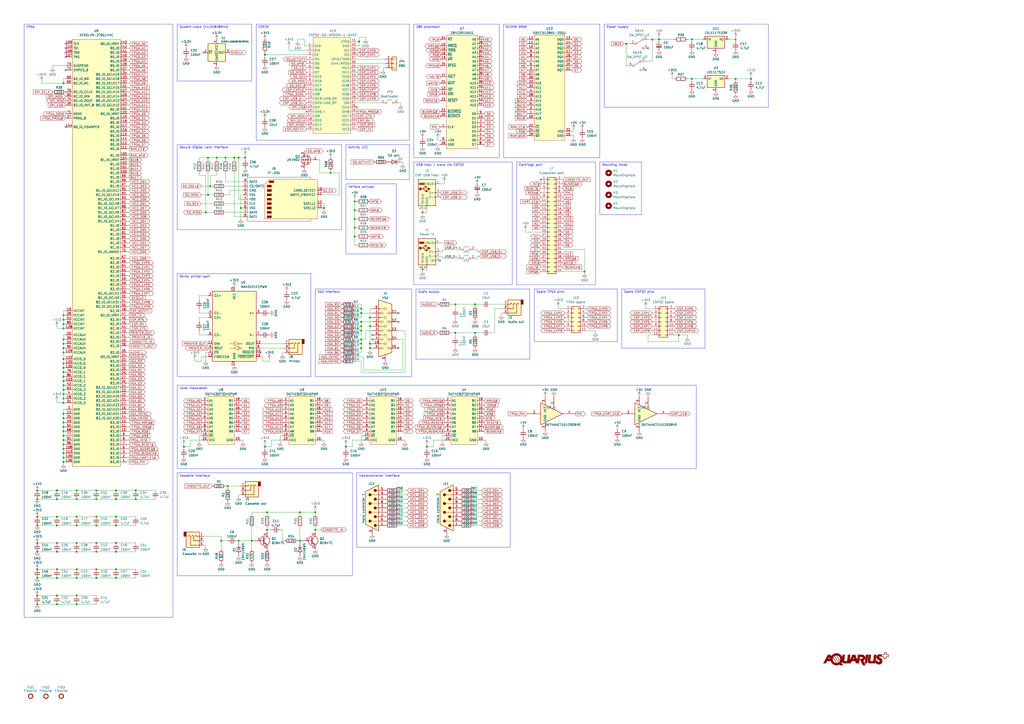
<source format=kicad_sch>
(kicad_sch (version 20230121) (generator eeschema)
  (paper "A2")
  (title_block (title "Aquarius+") (date "2023-09-08") (rev "2c") (company "Designed by Frank van den Hoef"))
  (junction (at 214.63 199.39))
  (junction (at 363.22 25.4))
  (junction (at 121.92 107.95))
  (junction (at 21.59 299.72))
  (junction (at 36.83 233.68))
  (junction (at 138.43 91.44))
  (junction (at 36.83 242.57))
  (junction (at 247.65 259.08))
  (junction (at 36.83 247.65))
  (junction (at 67.31 304.8))
  (junction (at 55.88 320.04))
  (junction (at 33.02 289.56))
  (junction (at 209.55 179.07))
  (junction (at 209.55 199.39))
  (junction (at 393.7 194.31))
  (junction (at 36.83 267.97))
  (junction (at 55.88 299.72))
  (junction (at 264.16 193.04))
  (junction (at 187.96 120.65))
  (junction (at 119.38 123.19))
  (junction (at 36.83 196.85))
  (junction (at 209.55 189.23))
  (junction (at 78.74 289.56))
  (junction (at 67.31 320.04))
  (junction (at 245.11 156.21))
  (junction (at 130.81 91.44))
  (junction (at 191.77 100.33))
  (junction (at 214.63 184.15))
  (junction (at 120.65 91.44))
  (junction (at 33.02 345.44))
  (junction (at 55.88 289.56))
  (junction (at 67.31 335.28))
  (junction (at 36.83 220.98))
  (junction (at 208.28 24.13))
  (junction (at 44.45 330.2))
  (junction (at 36.83 199.39))
  (junction (at 55.88 284.48))
  (junction (at 182.88 307.34))
  (junction (at 36.83 204.47))
  (junction (at 44.45 314.96))
  (junction (at 138.43 313.69))
  (junction (at 142.24 91.44))
  (junction (at 153.67 259.08))
  (junction (at 36.83 226.06))
  (junction (at 209.55 186.69))
  (junction (at 44.45 345.44))
  (junction (at 125.73 91.44))
  (junction (at 209.55 191.77))
  (junction (at 36.83 265.43))
  (junction (at 173.99 313.69))
  (junction (at 67.31 289.56))
  (junction (at 36.83 250.19))
  (junction (at 426.72 45.72))
  (junction (at 135.89 91.44))
  (junction (at 21.59 350.52))
  (junction (at 67.31 284.48))
  (junction (at 21.59 320.04))
  (junction (at 55.88 330.2))
  (junction (at 55.88 335.28))
  (junction (at 275.59 176.53))
  (junction (at 36.83 218.44))
  (junction (at 36.83 231.14))
  (junction (at 275.59 193.04))
  (junction (at 33.02 350.52))
  (junction (at 36.83 240.03))
  (junction (at 36.83 255.27))
  (junction (at 245.11 123.19))
  (junction (at 33.02 304.8))
  (junction (at 33.02 320.04))
  (junction (at 182.88 297.18))
  (junction (at 173.99 297.18))
  (junction (at 132.08 281.94))
  (junction (at 128.27 313.69))
  (junction (at 36.83 257.81))
  (junction (at 209.55 196.85))
  (junction (at 205.74 116.84))
  (junction (at 36.83 262.89))
  (junction (at 44.45 320.04))
  (junction (at 36.83 252.73))
  (junction (at 153.67 31.75))
  (junction (at 401.32 22.86))
  (junction (at 67.31 330.2))
  (junction (at 36.83 215.9))
  (junction (at 33.02 314.96))
  (junction (at 205.74 127))
  (junction (at 139.7 120.65))
  (junction (at 378.46 22.86))
  (junction (at 36.83 245.11))
  (junction (at 205.74 132.08))
  (junction (at 36.83 260.35))
  (junction (at 36.83 210.82))
  (junction (at 33.02 284.48))
  (junction (at 154.94 307.34))
  (junction (at 435.61 45.72))
  (junction (at 36.83 208.28))
  (junction (at 67.31 299.72))
  (junction (at 21.59 345.44))
  (junction (at 33.02 330.2))
  (junction (at 106.68 259.08))
  (junction (at 44.45 289.56))
  (junction (at 44.45 350.52))
  (junction (at 205.74 121.92))
  (junction (at 33.02 299.72))
  (junction (at 44.45 304.8))
  (junction (at 36.83 223.52))
  (junction (at 120.65 113.03))
  (junction (at 209.55 181.61))
  (junction (at 36.83 213.36))
  (junction (at 36.83 182.88))
  (junction (at 339.09 157.48))
  (junction (at 44.45 299.72))
  (junction (at 382.27 22.86))
  (junction (at 36.83 185.42))
  (junction (at 36.83 228.6))
  (junction (at 44.45 335.28))
  (junction (at 21.59 314.96))
  (junction (at 214.63 189.23))
  (junction (at 67.31 314.96))
  (junction (at 33.02 335.28))
  (junction (at 36.83 190.5))
  (junction (at 78.74 284.48))
  (junction (at 146.05 313.69))
  (junction (at 21.59 304.8))
  (junction (at 36.83 201.93))
  (junction (at 21.59 335.28))
  (junction (at 200.66 259.08))
  (junction (at 55.88 304.8))
  (junction (at 205.74 137.16))
  (junction (at 401.32 45.72))
  (junction (at 36.83 187.96))
  (junction (at 21.59 289.56))
  (junction (at 209.55 201.93))
  (junction (at 426.72 22.86))
  (junction (at 264.16 176.53))
  (junction (at 44.45 284.48))
  (junction (at 21.59 284.48))
  (junction (at 21.59 330.2))
  (junction (at 55.88 314.96))
  (junction (at 154.94 297.18))
  (junction (at 36.83 48.26))
  (junction (at 214.63 201.93))
  (no_connect (at 118.11 30.48))
  (no_connect (at 38.1 27.94))
  (no_connect (at 38.1 40.64))
  (no_connect (at 375.92 27.94))
  (no_connect (at 374.65 40.64))
  (no_connect (at 207.01 62.23))
  (no_connect (at 255.27 151.13))
  (no_connect (at 38.1 33.02))
  (no_connect (at 313.69 104.14))
  (no_connect (at 38.1 73.66))
  (no_connect (at 151.13 204.47))
  (no_connect (at 177.8 64.77))
  (no_connect (at 38.1 30.48))
  (no_connect (at 231.14 201.93))
  (no_connect (at 231.14 181.61))
  (no_connect (at 231.14 186.69))
  (no_connect (at 215.9 194.31))
  (no_connect (at 215.9 196.85))
  (no_connect (at 38.1 25.4))
  (wire (pts (xy 209.55 184.15) (xy 205.74 184.15)))
  (wire (pts (xy 261.62 193.04) (xy 264.16 193.04)))
  (polyline (pts (xy 292.1 91.44) (xy 347.98 91.44)) (stroke (width 0) (type solid)))
  (polyline (pts (xy 102.87 334.01) (xy 204.47 334.01)) (stroke (width 0) (type solid)))
  (wire (pts (xy 214.63 199.39) (xy 215.9 199.39)))
  (wire (pts (xy 44.45 330.2) (xy 55.88 330.2)))
  (polyline (pts (xy 102.87 274.32) (xy 102.87 334.01)) (stroke (width 0) (type solid)))
  (wire (pts (xy 256.54 149.86) (xy 265.43 149.86)))
  (wire (pts (xy 331.47 76.2) (xy 332.74 76.2)))
  (wire (pts (xy 73.66 78.74) (xy 74.93 78.74)))
  (wire (pts (xy 207.01 59.69) (xy 220.98 59.69)))
  (wire (pts (xy 205.74 127) (xy 205.74 132.08)))
  (wire (pts (xy 36.83 228.6) (xy 36.83 231.14)))
  (wire (pts (xy 73.66 73.66) (xy 74.93 73.66)))
  (polyline (pts (xy 360.68 201.93) (xy 408.94 201.93)) (stroke (width 0) (type solid)))
  (wire (pts (xy 128.27 313.69) (xy 132.08 313.69)))
  (wire (pts (xy 205.74 201.93) (xy 209.55 201.93)))
  (wire (pts (xy 212.09 21.59) (xy 212.09 22.86)))
  (wire (pts (xy 36.83 215.9) (xy 36.83 218.44)))
  (wire (pts (xy 33.02 335.28) (xy 44.45 335.28)))
  (wire (pts (xy 125.73 91.44) (xy 125.73 92.71)))
  (polyline (pts (xy 102.87 218.44) (xy 180.34 218.44)) (stroke (width 0) (type solid)))
  (wire (pts (xy 215.9 179.07) (xy 214.63 179.07)))
  (wire (pts (xy 279.4 289.56) (xy 274.32 289.56)))
  (wire (pts (xy 153.67 259.08) (xy 153.67 257.81)))
  (wire (pts (xy 110.49 259.08) (xy 106.68 259.08)))
  (wire (pts (xy 116.84 123.19) (xy 119.38 123.19)))
  (wire (pts (xy 391.16 194.31) (xy 393.7 194.31)))
  (wire (pts (xy 177.8 87.63) (xy 176.53 87.63)))
  (wire (pts (xy 187.96 118.11) (xy 187.96 120.65)))
  (wire (pts (xy 73.66 154.94) (xy 74.93 154.94)))
  (wire (pts (xy 339.09 144.78) (xy 339.09 157.48)))
  (wire (pts (xy 44.45 335.28) (xy 55.88 335.28)))
  (wire (pts (xy 393.7 198.12) (xy 393.7 194.31)))
  (wire (pts (xy 247.65 259.08) (xy 247.65 260.35)))
  (wire (pts (xy 67.31 299.72) (xy 78.74 299.72)))
  (wire (pts (xy 36.83 237.49) (xy 38.1 237.49)))
  (wire (pts (xy 36.83 223.52) (xy 38.1 223.52)))
  (wire (pts (xy 290.83 182.88) (xy 290.83 181.61)))
  (polyline (pts (xy 198.12 83.82) (xy 198.12 133.35)) (stroke (width 0) (type solid)))
  (polyline (pts (xy 350.52 62.23) (xy 445.77 62.23)) (stroke (width 0) (type solid)))
  (wire (pts (xy 120.65 204.47) (xy 119.38 204.47)))
  (wire (pts (xy 401.32 22.86) (xy 401.32 24.13)))
  (wire (pts (xy 36.83 196.85) (xy 36.83 199.39)))
  (wire (pts (xy 123.19 107.95) (xy 121.92 107.95)))
  (polyline (pts (xy 148.59 81.28) (xy 237.49 81.28)) (stroke (width 0) (type solid)))
  (wire (pts (xy 205.74 116.84) (xy 207.01 116.84)))
  (wire (pts (xy 276.86 146.05) (xy 278.13 146.05)))
  (wire (pts (xy 251.46 255.27) (xy 251.46 259.08)))
  (wire (pts (xy 233.68 95.25) (xy 233.68 93.98)))
  (wire (pts (xy 73.66 48.26) (xy 74.93 48.26)))
  (wire (pts (xy 138.43 91.44) (xy 142.24 91.44)))
  (wire (pts (xy 422.91 22.86) (xy 426.72 22.86)))
  (wire (pts (xy 245.11 123.19) (xy 245.11 124.46)))
  (wire (pts (xy 210.82 255.27) (xy 204.47 255.27)))
  (wire (pts (xy 120.65 181.61) (xy 115.57 181.61)))
  (polyline (pts (xy 241.3 167.64) (xy 241.3 208.28)) (stroke (width 0) (type solid)))
  (wire (pts (xy 133.35 110.49) (xy 133.35 113.03)))
  (wire (pts (xy 36.83 252.73) (xy 36.83 255.27)))
  (wire (pts (xy 38.1 194.31) (xy 36.83 194.31)))
  (wire (pts (xy 36.83 182.88) (xy 38.1 182.88)))
  (polyline (pts (xy 13.97 358.14) (xy 100.33 358.14)) (stroke (width 0) (type solid)))
  (wire (pts (xy 236.22 289.56) (xy 231.14 289.56)))
  (wire (pts (xy 256.54 146.05) (xy 256.54 144.78)))
  (polyline (pts (xy 200.66 104.14) (xy 237.49 104.14)) (stroke (width 0) (type solid)))
  (wire (pts (xy 176.53 22.86) (xy 176.53 26.67)))
  (wire (pts (xy 24.13 46.99) (xy 24.13 48.26)))
  (wire (pts (xy 264.16 201.93) (xy 264.16 200.66)))
  (wire (pts (xy 182.88 307.34) (xy 186.69 307.34)))
  (wire (pts (xy 73.66 100.33) (xy 74.93 100.33)))
  (wire (pts (xy 73.66 252.73) (xy 74.93 252.73)))
  (wire (pts (xy 73.66 118.11) (xy 74.93 118.11)))
  (wire (pts (xy 130.81 281.94) (xy 132.08 281.94)))
  (wire (pts (xy 401.32 45.72) (xy 407.67 45.72)))
  (wire (pts (xy 323.85 179.07) (xy 327.66 179.07)))
  (wire (pts (xy 426.72 45.72) (xy 426.72 46.99)))
  (wire (pts (xy 36.83 228.6) (xy 38.1 228.6)))
  (wire (pts (xy 398.78 45.72) (xy 401.32 45.72)))
  (wire (pts (xy 73.66 102.87) (xy 74.93 102.87)))
  (polyline (pts (xy 358.14 167.64) (xy 358.14 198.12)) (stroke (width 0) (type solid)))
  (polyline (pts (xy 102.87 83.82) (xy 198.12 83.82)) (stroke (width 0) (type solid)))
  (wire (pts (xy 73.66 165.1) (xy 74.93 165.1)))
  (wire (pts (xy 36.83 196.85) (xy 38.1 196.85)))
  (wire (pts (xy 275.59 176.53) (xy 279.4 176.53)))
  (wire (pts (xy 231.14 191.77) (xy 234.95 191.77)))
  (wire (pts (xy 172.72 22.86) (xy 176.53 22.86)))
  (wire (pts (xy 182.88 307.34) (xy 182.88 308.61)))
  (wire (pts (xy 120.65 100.33) (xy 120.65 113.03)))
  (wire (pts (xy 375.92 194.31) (xy 375.92 198.12)))
  (wire (pts (xy 44.45 314.96) (xy 55.88 314.96)))
  (wire (pts (xy 209.55 196.85) (xy 209.55 199.39)))
  (wire (pts (xy 73.66 55.88) (xy 74.93 55.88)))
  (polyline (pts (xy 182.88 167.64) (xy 238.76 167.64)) (stroke (width 0) (type solid)))
  (wire (pts (xy 231.14 196.85) (xy 233.68 196.85)))
  (wire (pts (xy 264.16 176.53) (xy 275.59 176.53)))
  (wire (pts (xy 33.02 304.8) (xy 44.45 304.8)))
  (polyline (pts (xy 102.87 13.97) (xy 102.87 46.99)) (stroke (width 0) (type solid)))
  (wire (pts (xy 116.84 207.01) (xy 120.65 207.01)))
  (wire (pts (xy 73.66 107.95) (xy 74.93 107.95)))
  (wire (pts (xy 115.57 101.6) (xy 115.57 100.33)))
  (wire (pts (xy 209.55 194.31) (xy 205.74 194.31)))
  (wire (pts (xy 233.68 214.63) (xy 210.82 214.63)))
  (wire (pts (xy 36.83 187.96) (xy 38.1 187.96)))
  (polyline (pts (xy 238.76 167.64) (xy 238.76 218.44)) (stroke (width 0) (type solid)))
  (wire (pts (xy 284.48 176.53) (xy 292.1 176.53)))
  (wire (pts (xy 73.66 128.27) (xy 74.93 128.27)))
  (wire (pts (xy 153.67 30.48) (xy 153.67 31.75)))
  (wire (pts (xy 163.83 313.69) (xy 163.83 307.34)))
  (wire (pts (xy 146.05 306.07) (xy 146.05 313.69)))
  (wire (pts (xy 21.59 314.96) (xy 33.02 314.96)))
  (polyline (pts (xy 102.87 13.97) (xy 146.05 13.97)) (stroke (width 0) (type solid)))
  (wire (pts (xy 173.99 313.69) (xy 173.99 314.96)))
  (wire (pts (xy 21.59 320.04) (xy 33.02 320.04)))
  (wire (pts (xy 130.81 105.41) (xy 130.81 100.33)))
  (wire (pts (xy 116.84 255.27) (xy 110.49 255.27)))
  (wire (pts (xy 204.47 259.08) (xy 200.66 259.08)))
  (wire (pts (xy 36.83 255.27) (xy 38.1 255.27)))
  (wire (pts (xy 73.66 86.36) (xy 74.93 86.36)))
  (wire (pts (xy 200.66 259.08) (xy 200.66 260.35)))
  (wire (pts (xy 21.59 330.2) (xy 33.02 330.2)))
  (polyline (pts (xy 102.87 158.75) (xy 180.34 158.75)) (stroke (width 0) (type solid)))
  (wire (pts (xy 36.83 242.57) (xy 38.1 242.57)))
  (wire (pts (xy 153.67 31.75) (xy 177.8 31.75)))
  (wire (pts (xy 33.02 284.48) (xy 44.45 284.48)))
  (wire (pts (xy 121.92 101.6) (xy 125.73 101.6)))
  (wire (pts (xy 255.27 146.05) (xy 256.54 146.05)))
  (wire (pts (xy 128.27 313.69) (xy 128.27 311.15)))
  (wire (pts (xy 255.27 83.82) (xy 254 83.82)))
  (wire (pts (xy 36.83 242.57) (xy 36.83 245.11)))
  (wire (pts (xy 207.01 24.13) (xy 208.28 24.13)))
  (wire (pts (xy 36.83 48.26) (xy 38.1 48.26)))
  (wire (pts (xy 378.46 22.86) (xy 378.46 35.56)))
  (wire (pts (xy 426.72 45.72) (xy 435.61 45.72)))
  (wire (pts (xy 67.31 320.04) (xy 78.74 320.04)))
  (wire (pts (xy 279.4 299.72) (xy 274.32 299.72)))
  (wire (pts (xy 435.61 45.72) (xy 435.61 46.99)))
  (wire (pts (xy 326.39 144.78) (xy 339.09 144.78)))
  (wire (pts (xy 36.83 267.97) (xy 38.1 267.97)))
  (wire (pts (xy 208.28 21.59) (xy 212.09 21.59)))
  (polyline (pts (xy 240.03 13.97) (xy 289.56 13.97)) (stroke (width 0) (type solid)))
  (wire (pts (xy 21.59 304.8) (xy 33.02 304.8)))
  (wire (pts (xy 21.59 350.52) (xy 33.02 350.52)))
  (wire (pts (xy 207.01 142.24) (xy 205.74 142.24)))
  (wire (pts (xy 73.66 68.58) (xy 74.93 68.58)))
  (wire (pts (xy 36.83 265.43) (xy 38.1 265.43)))
  (wire (pts (xy 73.66 167.64) (xy 74.93 167.64)))
  (polyline (pts (xy 240.03 93.98) (xy 297.18 93.98)) (stroke (width 0) (type solid)))
  (polyline (pts (xy 307.34 167.64) (xy 307.34 208.28)) (stroke (width 0) (type solid)))
  (wire (pts (xy 36.83 231.14) (xy 36.83 233.68)))
  (wire (pts (xy 36.83 48.26) (xy 24.13 48.26)))
  (wire (pts (xy 73.66 92.71) (xy 74.93 92.71)))
  (polyline (pts (xy 13.97 13.97) (xy 13.97 358.14)) (stroke (width 0) (type solid)))
  (wire (pts (xy 140.97 105.41) (xy 130.81 105.41)))
  (wire (pts (xy 73.66 198.12) (xy 74.93 198.12)))
  (wire (pts (xy 234.95 255.27) (xy 234.95 256.54)))
  (wire (pts (xy 21.59 345.44) (xy 33.02 345.44)))
  (wire (pts (xy 276.86 148.59) (xy 278.13 148.59)))
  (polyline (pts (xy 292.1 13.97) (xy 292.1 91.44)) (stroke (width 0) (type solid)))
  (wire (pts (xy 73.66 25.4) (xy 74.93 25.4)))
  (wire (pts (xy 116.84 113.03) (xy 120.65 113.03)))
  (wire (pts (xy 73.66 157.48) (xy 74.93 157.48)))
  (wire (pts (xy 121.92 107.95) (xy 121.92 101.6)))
  (wire (pts (xy 255.27 140.97) (xy 257.81 140.97)))
  (wire (pts (xy 73.66 207.01) (xy 74.93 207.01)))
  (polyline (pts (xy 347.98 93.98) (xy 372.11 93.98)) (stroke (width 0) (type solid)))
  (polyline (pts (xy 204.47 274.32) (xy 204.47 334.01)) (stroke (width 0) (type solid)))
  (wire (pts (xy 209.55 186.69) (xy 215.9 186.69)))
  (wire (pts (xy 157.48 255.27) (xy 157.48 259.08)))
  (wire (pts (xy 73.66 45.72) (xy 74.93 45.72)))
  (wire (pts (xy 152.4 209.55) (xy 156.21 209.55)))
  (wire (pts (xy 236.22 292.1) (xy 231.14 292.1)))
  (wire (pts (xy 173.99 297.18) (xy 182.88 297.18)))
  (polyline (pts (xy 360.68 167.64) (xy 408.94 167.64)) (stroke (width 0) (type solid)))
  (wire (pts (xy 382.27 22.86) (xy 391.16 22.86)))
  (wire (pts (xy 36.83 255.27) (xy 36.83 257.81)))
  (wire (pts (xy 36.83 199.39) (xy 38.1 199.39)))
  (wire (pts (xy 36.83 204.47) (xy 36.83 208.28)))
  (wire (pts (xy 78.74 284.48) (xy 90.17 284.48)))
  (wire (pts (xy 287.02 193.04) (xy 287.02 179.07)))
  (wire (pts (xy 73.66 222.25) (xy 74.93 222.25)))
  (wire (pts (xy 137.16 313.69) (xy 138.43 313.69)))
  (wire (pts (xy 73.66 149.86) (xy 74.93 149.86)))
  (wire (pts (xy 55.88 289.56) (xy 67.31 289.56)))
  (wire (pts (xy 209.55 176.53) (xy 209.55 179.07)))
  (wire (pts (xy 73.66 97.79) (xy 74.93 97.79)))
  (wire (pts (xy 153.67 31.75) (xy 153.67 33.02)))
  (wire (pts (xy 140.97 113.03) (xy 139.7 113.03)))
  (wire (pts (xy 73.66 250.19) (xy 74.93 250.19)))
  (wire (pts (xy 255.27 148.59) (xy 256.54 148.59)))
  (wire (pts (xy 223.52 39.37) (xy 222.25 39.37)))
  (wire (pts (xy 142.24 91.44) (xy 142.24 92.71)))
  (wire (pts (xy 133.35 113.03) (xy 130.81 113.03)))
  (wire (pts (xy 55.88 320.04) (xy 67.31 320.04)))
  (wire (pts (xy 153.67 259.08) (xy 153.67 260.35)))
  (polyline (pts (xy 102.87 274.32) (xy 204.47 274.32)) (stroke (width 0) (type solid)))
  (wire (pts (xy 135.89 125.73) (xy 140.97 125.73)))
  (wire (pts (xy 146.05 298.45) (xy 146.05 297.18)))
  (polyline (pts (xy 102.87 223.52) (xy 403.86 223.52)) (stroke (width 0) (type solid)))
  (wire (pts (xy 236.22 299.72) (xy 231.14 299.72)))
  (wire (pts (xy 38.1 215.9) (xy 36.83 215.9)))
  (wire (pts (xy 67.31 289.56) (xy 78.74 289.56)))
  (wire (pts (xy 73.66 135.89) (xy 74.93 135.89)))
  (wire (pts (xy 191.77 100.33) (xy 185.42 100.33)))
  (wire (pts (xy 234.95 215.9) (xy 209.55 215.9)))
  (wire (pts (xy 256.54 144.78) (xy 265.43 144.78)))
  (polyline (pts (xy 102.87 223.52) (xy 102.87 271.78)) (stroke (width 0) (type solid)))
  (wire (pts (xy 205.74 132.08) (xy 205.74 137.16)))
  (wire (pts (xy 196.85 100.33) (xy 191.77 100.33)))
  (wire (pts (xy 254 83.82) (xy 254 85.09)))
  (wire (pts (xy 426.72 22.86) (xy 426.72 24.13)))
  (polyline (pts (xy 200.66 106.68) (xy 200.66 147.32)) (stroke (width 0) (type solid)))
  (wire (pts (xy 115.57 184.15) (xy 120.65 184.15)))
  (wire (pts (xy 36.83 250.19) (xy 38.1 250.19)))
  (wire (pts (xy 209.55 179.07) (xy 209.55 181.61)))
  (wire (pts (xy 247.65 121.92) (xy 247.65 123.19)))
  (wire (pts (xy 401.32 22.86) (xy 407.67 22.86)))
  (wire (pts (xy 139.7 113.03) (xy 139.7 120.65)))
  (wire (pts (xy 279.4 297.18) (xy 274.32 297.18)))
  (wire (pts (xy 142.24 90.17) (xy 142.24 91.44)))
  (wire (pts (xy 323.85 177.8) (xy 323.85 179.07)))
  (wire (pts (xy 251.46 259.08) (xy 247.65 259.08)))
  (wire (pts (xy 130.81 91.44) (xy 135.89 91.44)))
  (wire (pts (xy 154.94 307.34) (xy 157.48 307.34)))
  (wire (pts (xy 73.66 125.73) (xy 74.93 125.73)))
  (wire (pts (xy 73.66 105.41) (xy 74.93 105.41)))
  (wire (pts (xy 44.45 284.48) (xy 55.88 284.48)))
  (wire (pts (xy 119.38 204.47) (xy 119.38 209.55)))
  (wire (pts (xy 73.66 40.64) (xy 74.93 40.64)))
  (wire (pts (xy 200.66 259.08) (xy 200.66 257.81)))
  (polyline (pts (xy 347.98 13.97) (xy 347.98 91.44)) (stroke (width 0) (type solid)))
  (wire (pts (xy 36.83 218.44) (xy 38.1 218.44)))
  (wire (pts (xy 36.83 247.65) (xy 36.83 250.19)))
  (wire (pts (xy 118.11 311.15) (xy 128.27 311.15)))
  (wire (pts (xy 73.66 187.96) (xy 74.93 187.96)))
  (wire (pts (xy 73.66 267.97) (xy 74.93 267.97)))
  (wire (pts (xy 245.11 123.19) (xy 247.65 123.19)))
  (wire (pts (xy 120.65 91.44) (xy 120.65 92.71)))
  (wire (pts (xy 140.97 110.49) (xy 133.35 110.49)))
  (wire (pts (xy 209.55 181.61) (xy 209.55 184.15)))
  (wire (pts (xy 247.65 259.08) (xy 247.65 257.81)))
  (polyline (pts (xy 403.86 223.52) (xy 403.86 271.78)) (stroke (width 0) (type solid)))
  (wire (pts (xy 361.95 25.4) (xy 363.22 25.4)))
  (polyline (pts (xy 347.98 93.98) (xy 347.98 124.46)) (stroke (width 0) (type solid)))
  (wire (pts (xy 209.55 201.93) (xy 209.55 204.47)))
  (wire (pts (xy 245.11 156.21) (xy 245.11 157.48)))
  (wire (pts (xy 73.66 60.96) (xy 74.93 60.96)))
  (wire (pts (xy 212.09 196.85) (xy 209.55 196.85)))
  (wire (pts (xy 36.83 190.5) (xy 36.83 187.96)))
  (wire (pts (xy 209.55 209.55) (xy 205.74 209.55)))
  (polyline (pts (xy 13.97 13.97) (xy 100.33 13.97)) (stroke (width 0) (type solid)))
  (wire (pts (xy 74.93 172.72) (xy 73.66 172.72)))
  (polyline (pts (xy 237.49 13.97) (xy 237.49 81.28)) (stroke (width 0) (type solid)))
  (wire (pts (xy 38.1 213.36) (xy 36.83 213.36)))
  (wire (pts (xy 73.66 175.26) (xy 74.93 175.26)))
  (wire (pts (xy 118.11 316.23) (xy 119.38 316.23)))
  (wire (pts (xy 128.27 313.69) (xy 128.27 318.77)))
  (polyline (pts (xy 299.72 93.98) (xy 299.72 165.1)) (stroke (width 0) (type solid)))
  (wire (pts (xy 73.66 133.35) (xy 74.93 133.35)))
  (wire (pts (xy 205.74 199.39) (xy 209.55 199.39)))
  (wire (pts (xy 33.02 289.56) (xy 44.45 289.56)))
  (wire (pts (xy 182.88 297.18) (xy 182.88 298.45)))
  (polyline (pts (xy 350.52 13.97) (xy 350.52 62.23)) (stroke (width 0) (type solid)))
  (wire (pts (xy 187.96 120.65) (xy 187.96 121.92)))
  (wire (pts (xy 245.11 156.21) (xy 247.65 156.21)))
  (wire (pts (xy 36.83 185.42) (xy 36.83 182.88)))
  (wire (pts (xy 44.45 345.44) (xy 55.88 345.44)))
  (wire (pts (xy 73.66 237.49) (xy 74.93 237.49)))
  (wire (pts (xy 73.66 217.17) (xy 74.93 217.17)))
  (wire (pts (xy 214.63 199.39) (xy 214.63 201.93)))
  (wire (pts (xy 73.66 38.1) (xy 74.93 38.1)))
  (wire (pts (xy 73.66 27.94) (xy 74.93 27.94)))
  (wire (pts (xy 73.66 160.02) (xy 74.93 160.02)))
  (wire (pts (xy 287.02 179.07) (xy 292.1 179.07)))
  (wire (pts (xy 186.69 118.11) (xy 187.96 118.11)))
  (wire (pts (xy 156.21 208.28) (xy 156.21 209.55)))
  (wire (pts (xy 275.59 144.78) (xy 276.86 144.78)))
  (wire (pts (xy 30.48 38.1) (xy 30.48 39.37)))
  (wire (pts (xy 165.1 313.69) (xy 163.83 313.69)))
  (wire (pts (xy 73.66 66.04) (xy 74.93 66.04)))
  (wire (pts (xy 73.66 146.05) (xy 74.93 146.05)))
  (wire (pts (xy 73.66 245.11) (xy 74.93 245.11)))
  (polyline (pts (xy 146.05 13.97) (xy 146.05 46.99)) (stroke (width 0) (type solid)))
  (polyline (pts (xy 445.77 13.97) (xy 445.77 62.23)) (stroke (width 0) (type solid)))
  (polyline (pts (xy 102.87 271.78) (xy 403.86 271.78)) (stroke (width 0) (type solid)))
  (wire (pts (xy 33.02 330.2) (xy 44.45 330.2)))
  (wire (pts (xy 73.66 63.5) (xy 74.93 63.5)))
  (wire (pts (xy 214.63 184.15) (xy 214.63 189.23)))
  (wire (pts (xy 21.59 284.48) (xy 33.02 284.48)))
  (wire (pts (xy 154.94 297.18) (xy 154.94 298.45)))
  (wire (pts (xy 182.88 295.91) (xy 182.88 297.18)))
  (wire (pts (xy 73.66 195.58) (xy 74.93 195.58)))
  (wire (pts (xy 154.94 297.18) (xy 173.99 297.18)))
  (wire (pts (xy 222.25 39.37) (xy 222.25 40.64)))
  (wire (pts (xy 139.7 287.02) (xy 138.43 287.02)))
  (wire (pts (xy 36.83 262.89) (xy 38.1 262.89)))
  (wire (pts (xy 36.83 180.34) (xy 36.83 182.88)))
  (polyline (pts (xy 200.66 83.82) (xy 237.49 83.82)) (stroke (width 0) (type solid)))
  (wire (pts (xy 205.74 189.23) (xy 209.55 189.23)))
  (wire (pts (xy 279.4 302.26) (xy 274.32 302.26)))
  (wire (pts (xy 162.56 307.34) (xy 163.83 307.34)))
  (wire (pts (xy 73.66 35.56) (xy 74.93 35.56)))
  (wire (pts (xy 279.4 292.1) (xy 274.32 292.1)))
  (wire (pts (xy 205.74 196.85) (xy 209.55 196.85)))
  (wire (pts (xy 36.83 199.39) (xy 36.83 201.93)))
  (wire (pts (xy 36.83 220.98) (xy 36.83 223.52)))
  (wire (pts (xy 257.81 255.27) (xy 251.46 255.27)))
  (wire (pts (xy 209.55 191.77) (xy 209.55 194.31)))
  (polyline (pts (xy 200.66 147.32) (xy 229.87 147.32)) (stroke (width 0) (type solid)))
  (wire (pts (xy 36.83 240.03) (xy 38.1 240.03)))
  (polyline (pts (xy 240.03 165.1) (xy 297.18 165.1)) (stroke (width 0) (type solid)))
  (wire (pts (xy 73.66 247.65) (xy 74.93 247.65)))
  (wire (pts (xy 36.83 204.47) (xy 38.1 204.47)))
  (wire (pts (xy 36.83 213.36) (xy 36.83 215.9)))
  (wire (pts (xy 73.66 212.09) (xy 74.93 212.09)))
  (wire (pts (xy 245.11 121.92) (xy 245.11 123.19)))
  (wire (pts (xy 36.83 250.19) (xy 36.83 252.73)))
  (wire (pts (xy 73.66 260.35) (xy 74.93 260.35)))
  (wire (pts (xy 36.83 257.81) (xy 36.83 260.35)))
  (wire (pts (xy 73.66 162.56) (xy 74.93 162.56)))
  (wire (pts (xy 205.74 115.57) (xy 205.74 116.84)))
  (wire (pts (xy 116.84 118.11) (xy 123.19 118.11)))
  (wire (pts (xy 276.86 149.86) (xy 276.86 148.59)))
  (polyline (pts (xy 240.03 91.44) (xy 289.56 91.44)) (stroke (width 0) (type solid)))
  (wire (pts (xy 36.83 262.89) (xy 36.83 265.43)))
  (wire (pts (xy 73.66 227.33) (xy 74.93 227.33)))
  (wire (pts (xy 146.05 313.69) (xy 147.32 313.69)))
  (wire (pts (xy 191.77 99.06) (xy 191.77 100.33)))
  (wire (pts (xy 106.68 259.08) (xy 106.68 257.81)))
  (wire (pts (xy 67.31 304.8) (xy 78.74 304.8)))
  (polyline (pts (xy 297.18 93.98) (xy 297.18 165.1)) (stroke (width 0) (type solid)))
  (wire (pts (xy 120.65 194.31) (xy 115.57 194.31)))
  (wire (pts (xy 274.32 304.8) (xy 279.4 304.8)))
  (wire (pts (xy 254 81.28) (xy 255.27 81.28)))
  (wire (pts (xy 130.81 91.44) (xy 130.81 92.71)))
  (wire (pts (xy 73.66 229.87) (xy 74.93 229.87)))
  (polyline (pts (xy 102.87 158.75) (xy 102.87 218.44)) (stroke (width 0) (type solid)))
  (wire (pts (xy 33.02 232.41) (xy 33.02 233.68)))
  (wire (pts (xy 214.63 189.23) (xy 214.63 199.39)))
  (wire (pts (xy 138.43 287.02) (xy 138.43 288.29)))
  (wire (pts (xy 55.88 304.8) (xy 67.31 304.8)))
  (polyline (pts (xy 289.56 13.97) (xy 289.56 91.44)) (stroke (width 0) (type solid)))
  (wire (pts (xy 281.94 255.27) (xy 281.94 256.54)))
  (wire (pts (xy 73.66 71.12) (xy 74.93 71.12)))
  (wire (pts (xy 157.48 259.08) (xy 153.67 259.08)))
  (wire (pts (xy 38.1 190.5) (xy 36.83 190.5)))
  (wire (pts (xy 151.13 201.93) (xy 165.1 201.93)))
  (wire (pts (xy 73.66 152.4) (xy 74.93 152.4)))
  (wire (pts (xy 210.82 214.63) (xy 210.82 207.01)))
  (wire (pts (xy 187.96 255.27) (xy 187.96 256.54)))
  (wire (pts (xy 73.66 200.66) (xy 74.93 200.66)))
  (wire (pts (xy 33.02 350.52) (xy 44.45 350.52)))
  (wire (pts (xy 55.88 330.2) (xy 67.31 330.2)))
  (wire (pts (xy 38.1 245.11) (xy 36.83 245.11)))
  (wire (pts (xy 236.22 287.02) (xy 231.14 287.02)))
  (wire (pts (xy 177.8 29.21) (xy 167.64 29.21)))
  (wire (pts (xy 393.7 194.31) (xy 398.78 194.31)))
  (wire (pts (xy 115.57 91.44) (xy 120.65 91.44)))
  (wire (pts (xy 73.66 115.57) (xy 74.93 115.57)))
  (wire (pts (xy 73.66 43.18) (xy 74.93 43.18)))
  (wire (pts (xy 55.88 335.28) (xy 67.31 335.28)))
  (wire (pts (xy 185.42 92.71) (xy 185.42 100.33)))
  (wire (pts (xy 73.66 180.34) (xy 74.93 180.34)))
  (wire (pts (xy 73.66 224.79) (xy 74.93 224.79)))
  (wire (pts (xy 374.65 177.8) (xy 374.65 179.07)))
  (wire (pts (xy 44.45 304.8) (xy 55.88 304.8)))
  (wire (pts (xy 73.66 219.71) (xy 74.93 219.71)))
  (wire (pts (xy 378.46 194.31) (xy 375.92 194.31)))
  (wire (pts (xy 378.46 22.86) (xy 382.27 22.86)))
  (wire (pts (xy 214.63 201.93) (xy 214.63 203.2)))
  (wire (pts (xy 21.59 289.56) (xy 33.02 289.56)))
  (polyline (pts (xy 148.59 13.97) (xy 237.49 13.97)) (stroke (width 0) (type solid)))
  (wire (pts (xy 73.66 90.17) (xy 74.93 90.17)))
  (wire (pts (xy 207.01 137.16) (xy 205.74 137.16)))
  (wire (pts (xy 365.76 25.4) (xy 363.22 25.4)))
  (wire (pts (xy 106.68 259.08) (xy 106.68 260.35)))
  (wire (pts (xy 44.45 320.04) (xy 55.88 320.04)))
  (wire (pts (xy 116.84 252.73) (xy 115.57 252.73)))
  (wire (pts (xy 115.57 171.45) (xy 120.65 171.45)))
  (wire (pts (xy 73.66 209.55) (xy 74.93 209.55)))
  (wire (pts (xy 73.66 143.51) (xy 74.93 143.51)))
  (polyline (pts (xy 200.66 83.82) (xy 200.66 104.14)) (stroke (width 0) (type solid)))
  (wire (pts (xy 209.55 215.9) (xy 209.55 209.55)))
  (wire (pts (xy 119.38 101.6) (xy 115.57 101.6)))
  (polyline (pts (xy 309.88 167.64) (xy 309.88 198.12)) (stroke (width 0) (type solid)))
  (polyline (pts (xy 309.88 198.12) (xy 358.14 198.12)) (stroke (width 0) (type solid)))
  (wire (pts (xy 73.66 95.25) (xy 74.93 95.25)))
  (wire (pts (xy 73.66 110.49) (xy 74.93 110.49)))
  (wire (pts (xy 375.92 22.86) (xy 378.46 22.86)))
  (polyline (pts (xy 408.94 167.64) (xy 408.94 201.93)) (stroke (width 0) (type solid)))
  (wire (pts (xy 36.83 237.49) (xy 36.83 240.03)))
  (wire (pts (xy 332.74 78.74) (xy 332.74 80.01)))
  (wire (pts (xy 119.38 316.23) (xy 119.38 317.5)))
  (wire (pts (xy 331.47 78.74) (xy 332.74 78.74)))
  (wire (pts (xy 130.81 107.95) (xy 140.97 107.95)))
  (polyline (pts (xy 350.52 13.97) (xy 445.77 13.97)) (stroke (width 0) (type solid)))
  (wire (pts (xy 36.83 260.35) (xy 36.83 262.89)))
  (wire (pts (xy 73.66 240.03) (xy 74.93 240.03)))
  (wire (pts (xy 209.55 186.69) (xy 209.55 189.23)))
  (wire (pts (xy 73.66 130.81) (xy 74.93 130.81)))
  (wire (pts (xy 176.53 26.67) (xy 177.8 26.67)))
  (wire (pts (xy 73.66 182.88) (xy 74.93 182.88)))
  (wire (pts (xy 139.7 120.65) (xy 140.97 120.65)))
  (wire (pts (xy 146.05 313.69) (xy 146.05 318.77)))
  (wire (pts (xy 257.81 105.41) (xy 257.81 106.68)))
  (wire (pts (xy 33.02 314.96) (xy 44.45 314.96)))
  (wire (pts (xy 21.59 335.28) (xy 33.02 335.28)))
  (wire (pts (xy 36.83 187.96) (xy 36.83 185.42)))
  (wire (pts (xy 73.66 76.2) (xy 74.93 76.2)))
  (wire (pts (xy 116.84 209.55) (xy 116.84 207.01)))
  (polyline (pts (xy 240.03 13.97) (xy 240.03 91.44)) (stroke (width 0) (type solid)))
  (polyline (pts (xy 347.98 124.46) (xy 372.11 124.46)) (stroke (width 0) (type solid)))
  (wire (pts (xy 276.86 144.78) (xy 276.86 146.05)))
  (wire (pts (xy 304.8 134.62) (xy 313.69 134.62)))
  (wire (pts (xy 113.03 208.28) (xy 113.03 209.55)))
  (wire (pts (xy 73.66 33.02) (xy 74.93 33.02)))
  (wire (pts (xy 279.4 287.02) (xy 274.32 287.02)))
  (wire (pts (xy 21.59 299.72) (xy 33.02 299.72)))
  (wire (pts (xy 33.02 299.72) (xy 44.45 299.72)))
  (wire (pts (xy 33.02 189.23) (xy 33.02 190.5)))
  (wire (pts (xy 36.83 190.5) (xy 33.02 190.5)))
  (wire (pts (xy 422.91 45.72) (xy 426.72 45.72)))
  (wire (pts (xy 255.27 106.68) (xy 257.81 106.68)))
  (polyline (pts (xy 148.59 13.97) (xy 148.59 81.28)) (stroke (width 0) (type solid)))
  (wire (pts (xy 275.59 193.04) (xy 279.4 193.04)))
  (wire (pts (xy 113.03 209.55) (xy 116.84 209.55)))
  (wire (pts (xy 332.74 74.93) (xy 332.74 76.2)))
  (wire (pts (xy 38.1 180.34) (xy 36.83 180.34)))
  (wire (pts (xy 135.89 91.44) (xy 138.43 91.44)))
  (polyline (pts (xy 102.87 83.82) (xy 102.87 133.35)) (stroke (width 0) (type solid)))
  (polyline (pts (xy 309.88 167.64) (xy 358.14 167.64)) (stroke (width 0) (type solid)))
  (wire (pts (xy 73.66 50.8) (xy 74.93 50.8)))
  (wire (pts (xy 389.89 44.45) (xy 389.89 45.72)))
  (wire (pts (xy 163.83 255.27) (xy 157.48 255.27)))
  (wire (pts (xy 208.28 24.13) (xy 208.28 21.59)))
  (wire (pts (xy 123.19 113.03) (xy 120.65 113.03)))
  (polyline (pts (xy 241.3 208.28) (xy 307.34 208.28)) (stroke (width 0) (type solid)))
  (wire (pts (xy 36.83 231.14) (xy 38.1 231.14)))
  (wire (pts (xy 162.56 252.73) (xy 162.56 256.54)))
  (wire (pts (xy 205.74 186.69) (xy 209.55 186.69)))
  (wire (pts (xy 44.45 350.52) (xy 55.88 350.52)))
  (polyline (pts (xy 207.01 274.32) (xy 207.01 317.5)) (stroke (width 0) (type solid)))
  (wire (pts (xy 207.01 26.67) (xy 208.28 26.67)))
  (wire (pts (xy 426.72 21.59) (xy 426.72 22.86)))
  (wire (pts (xy 401.32 45.72) (xy 401.32 46.99)))
  (wire (pts (xy 67.31 335.28) (xy 78.74 335.28)))
  (wire (pts (xy 36.83 194.31) (xy 36.83 196.85)))
  (wire (pts (xy 139.7 255.27) (xy 140.97 255.27)))
  (wire (pts (xy 146.05 313.69) (xy 138.43 313.69)))
  (polyline (pts (xy 182.88 167.64) (xy 182.88 218.44)) (stroke (width 0) (type solid)))
  (wire (pts (xy 398.78 194.31) (xy 398.78 195.58)))
  (wire (pts (xy 67.31 284.48) (xy 78.74 284.48)))
  (wire (pts (xy 167.64 26.67) (xy 167.64 29.21)))
  (wire (pts (xy 36.83 226.06) (xy 36.83 228.6)))
  (wire (pts (xy 119.38 123.19) (xy 119.38 101.6)))
  (wire (pts (xy 172.72 313.69) (xy 173.99 313.69)))
  (wire (pts (xy 212.09 191.77) (xy 212.09 196.85)))
  (wire (pts (xy 233.68 196.85) (xy 233.68 214.63)))
  (wire (pts (xy 73.66 214.63) (xy 74.93 214.63)))
  (wire (pts (xy 132.08 281.94) (xy 132.08 283.21)))
  (wire (pts (xy 36.83 267.97) (xy 36.83 269.24)))
  (wire (pts (xy 115.57 186.69) (xy 115.57 184.15)))
  (polyline (pts (xy 180.34 158.75) (xy 180.34 218.44)) (stroke (width 0) (type solid)))
  (wire (pts (xy 36.83 233.68) (xy 33.02 233.68)))
  (wire (pts (xy 234.95 191.77) (xy 234.95 215.9)))
  (wire (pts (xy 182.88 306.07) (xy 182.88 307.34)))
  (wire (pts (xy 36.83 220.98) (xy 38.1 220.98)))
  (wire (pts (xy 209.55 204.47) (xy 205.74 204.47)))
  (wire (pts (xy 304.8 133.35) (xy 304.8 134.62)))
  (wire (pts (xy 36.83 45.72) (xy 36.83 48.26)))
  (wire (pts (xy 116.84 107.95) (xy 121.92 107.95)))
  (wire (pts (xy 236.22 297.18) (xy 231.14 297.18)))
  (wire (pts (xy 36.83 247.65) (xy 38.1 247.65)))
  (wire (pts (xy 389.89 45.72) (xy 391.16 45.72)))
  (wire (pts (xy 154.94 306.07) (xy 154.94 307.34)))
  (wire (pts (xy 140.97 115.57) (xy 138.43 115.57)))
  (wire (pts (xy 67.31 330.2) (xy 78.74 330.2)))
  (wire (pts (xy 132.08 281.94) (xy 139.7 281.94)))
  (wire (pts (xy 73.66 265.43) (xy 74.93 265.43)))
  (polyline (pts (xy 292.1 13.97) (xy 347.98 13.97)) (stroke (width 0) (type solid)))
  (wire (pts (xy 151.13 207.01) (xy 152.4 207.01)))
  (wire (pts (xy 73.66 123.19) (xy 74.93 123.19)))
  (wire (pts (xy 73.66 185.42) (xy 74.93 185.42)))
  (wire (pts (xy 120.65 91.44) (xy 125.73 91.44)))
  (wire (pts (xy 146.05 297.18) (xy 154.94 297.18)))
  (wire (pts (xy 30.48 38.1) (xy 38.1 38.1)))
  (wire (pts (xy 135.89 100.33) (xy 135.89 125.73)))
  (wire (pts (xy 173.99 306.07) (xy 173.99 313.69)))
  (wire (pts (xy 115.57 92.71) (xy 115.57 91.44)))
  (wire (pts (xy 209.55 199.39) (xy 209.55 201.93)))
  (wire (pts (xy 38.1 208.28) (xy 36.83 208.28)))
  (wire (pts (xy 115.57 191.77) (xy 115.57 194.31)))
  (wire (pts (xy 264.16 185.42) (xy 264.16 184.15)))
  (wire (pts (xy 44.45 299.72) (xy 55.88 299.72)))
  (wire (pts (xy 339.09 157.48) (xy 339.09 158.75)))
  (wire (pts (xy 345.44 191.77) (xy 345.44 193.04)))
  (polyline (pts (xy 229.87 106.68) (xy 229.87 147.32)) (stroke (width 0) (type solid)))
  (wire (pts (xy 73.66 113.03) (xy 74.93 113.03)))
  (wire (pts (xy 210.82 252.73) (xy 209.55 252.73)))
  (polyline (pts (xy 360.68 167.64) (xy 360.68 201.93)) (stroke (width 0) (type solid)))
  (wire (pts (xy 73.66 138.43) (xy 74.93 138.43)))
  (wire (pts (xy 280.67 255.27) (xy 281.94 255.27)))
  (wire (pts (xy 214.63 184.15) (xy 215.9 184.15)))
  (wire (pts (xy 115.57 252.73) (xy 115.57 256.54)))
  (wire (pts (xy 73.66 120.65) (xy 74.93 120.65)))
  (wire (pts (xy 207.01 132.08) (xy 205.74 132.08)))
  (wire (pts (xy 264.16 179.07) (xy 264.16 176.53)))
  (wire (pts (xy 130.81 123.19) (xy 140.97 123.19)))
  (polyline (pts (xy 299.72 93.98) (xy 345.44 93.98)) (stroke (width 0) (type solid)))
  (wire (pts (xy 73.66 257.81) (xy 74.93 257.81)))
  (wire (pts (xy 209.55 252.73) (xy 209.55 256.54)))
  (wire (pts (xy 236.22 294.64) (xy 231.14 294.64)))
  (wire (pts (xy 154.94 307.34) (xy 154.94 308.61)))
  (wire (pts (xy 36.83 252.73) (xy 38.1 252.73)))
  (polyline (pts (xy 102.87 133.35) (xy 198.12 133.35)) (stroke (width 0) (type solid)))
  (wire (pts (xy 205.74 191.77) (xy 209.55 191.77)))
  (wire (pts (xy 36.83 218.44) (xy 36.83 220.98)))
  (wire (pts (xy 205.74 207.01) (xy 210.82 207.01)))
  (wire (pts (xy 73.66 190.5) (xy 74.93 190.5)))
  (wire (pts (xy 435.61 44.45) (xy 435.61 45.72)))
  (wire (pts (xy 184.15 92.71) (xy 185.42 92.71)))
  (wire (pts (xy 125.73 91.44) (xy 130.81 91.44)))
  (wire (pts (xy 73.66 81.28) (xy 74.93 81.28)))
  (wire (pts (xy 163.83 252.73) (xy 162.56 252.73)))
  (polyline (pts (xy 241.3 167.64) (xy 307.34 167.64)) (stroke (width 0) (type solid)))
  (wire (pts (xy 115.57 179.07) (xy 115.57 181.61)))
  (wire (pts (xy 275.59 176.53) (xy 275.59 177.8)))
  (wire (pts (xy 73.66 193.04) (xy 74.93 193.04)))
  (wire (pts (xy 374.65 35.56) (xy 378.46 35.56)))
  (wire (pts (xy 36.83 185.42) (xy 38.1 185.42)))
  (wire (pts (xy 279.4 284.48) (xy 274.32 284.48)))
  (wire (pts (xy 186.69 113.03) (xy 196.85 113.03)))
  (wire (pts (xy 73.66 83.82) (xy 74.93 83.82)))
  (wire (pts (xy 73.66 30.48) (xy 74.93 30.48)))
  (wire (pts (xy 130.81 118.11) (xy 140.97 118.11)))
  (wire (pts (xy 36.83 210.82) (xy 36.83 213.36)))
  (wire (pts (xy 363.22 25.4) (xy 363.22 38.1)))
  (wire (pts (xy 207.01 34.29) (xy 223.52 34.29)))
  (wire (pts (xy 73.66 234.95) (xy 74.93 234.95)))
  (wire (pts (xy 196.85 113.03) (xy 196.85 100.33)))
  (wire (pts (xy 44.45 289.56) (xy 55.88 289.56)))
  (wire (pts (xy 33.02 345.44) (xy 44.45 345.44)))
  (wire (pts (xy 36.83 257.81) (xy 38.1 257.81)))
  (wire (pts (xy 36.83 201.93) (xy 36.83 204.47)))
  (wire (pts (xy 186.69 120.65) (xy 187.96 120.65)))
  (wire (pts (xy 375.92 198.12) (xy 393.7 198.12)))
  (wire (pts (xy 284.48 193.04) (xy 287.02 193.04)))
  (wire (pts (xy 215.9 191.77) (xy 212.09 191.77)))
  (wire (pts (xy 36.83 226.06) (xy 38.1 226.06)))
  (wire (pts (xy 256.54 252.73) (xy 256.54 256.54)))
  (polyline (pts (xy 295.91 274.32) (xy 295.91 317.5)) (stroke (width 0) (type solid)))
  (wire (pts (xy 209.55 181.61) (xy 215.9 181.61)))
  (wire (pts (xy 214.63 189.23) (xy 215.9 189.23)))
  (wire (pts (xy 382.27 21.59) (xy 382.27 22.86)))
  (wire (pts (xy 138.43 313.69) (xy 138.43 314.96)))
  (wire (pts (xy 73.66 204.47) (xy 74.93 204.47)))
  (wire (pts (xy 73.66 262.89) (xy 74.93 262.89)))
  (wire (pts (xy 214.63 201.93) (xy 215.9 201.93)))
  (wire (pts (xy 33.02 320.04) (xy 44.45 320.04)))
  (wire (pts (xy 73.66 58.42) (xy 74.93 58.42)))
  (wire (pts (xy 256.54 148.59) (xy 256.54 149.86)))
  (polyline (pts (xy 240.03 93.98) (xy 240.03 165.1)) (stroke (width 0) (type solid)))
  (wire (pts (xy 152.4 207.01) (xy 152.4 209.55)))
  (wire (pts (xy 55.88 284.48) (xy 67.31 284.48)))
  (wire (pts (xy 36.83 223.52) (xy 36.83 226.06)))
  (wire (pts (xy 207.01 127) (xy 205.74 127)))
  (wire (pts (xy 165.1 204.47) (xy 163.83 204.47)))
  (wire (pts (xy 135.89 91.44) (xy 135.89 92.71)))
  (wire (pts (xy 73.66 232.41) (xy 74.93 232.41)))
  (wire (pts (xy 398.78 22.86) (xy 401.32 22.86)))
  (wire (pts (xy 236.22 302.26) (xy 231.14 302.26)))
  (wire (pts (xy 326.39 157.48) (xy 339.09 157.48)))
  (wire (pts (xy 340.36 191.77) (xy 345.44 191.77)))
  (wire (pts (xy 290.83 181.61) (xy 292.1 181.61)))
  (wire (pts (xy 232.41 60.96) (xy 232.41 59.69)))
  (polyline (pts (xy 207.01 274.32) (xy 295.91 274.32)) (stroke (width 0) (type solid)))
  (wire (pts (xy 378.46 179.07) (xy 374.65 179.07)))
  (wire (pts (xy 163.83 204.47) (xy 163.83 205.74)))
  (wire (pts (xy 36.83 233.68) (xy 38.1 233.68)))
  (wire (pts (xy 205.74 176.53) (xy 209.55 176.53)))
  (wire (pts (xy 110.49 255.27) (xy 110.49 259.08)))
  (wire (pts (xy 214.63 179.07) (xy 214.63 184.15)))
  (wire (pts (xy 205.74 137.16) (xy 205.74 142.24)))
  (wire (pts (xy 279.4 294.64) (xy 274.32 294.64)))
  (wire (pts (xy 125.73 101.6) (xy 125.73 100.33)))
  (polyline (pts (xy 100.33 13.97) (xy 100.33 358.14)) (stroke (width 0) (type solid)))
  (wire (pts (xy 363.22 38.1) (xy 364.49 38.1)))
  (wire (pts (xy 173.99 298.45) (xy 173.99 297.18)))
  (wire (pts (xy 232.41 93.98) (xy 233.68 93.98)))
  (wire (pts (xy 205.74 179.07) (xy 209.55 179.07)))
  (wire (pts (xy 275.59 149.86) (xy 276.86 149.86)))
  (wire (pts (xy 205.74 116.84) (xy 205.74 121.92)))
  (wire (pts (xy 205.74 181.61) (xy 209.55 181.61)))
  (wire (pts (xy 205.74 121.92) (xy 205.74 127)))
  (wire (pts (xy 207.01 36.83) (xy 223.52 36.83)))
  (polyline (pts (xy 237.49 83.82) (xy 237.49 104.14)) (stroke (width 0) (type solid)))
  (wire (pts (xy 38.1 45.72) (xy 36.83 45.72)))
  (wire (pts (xy 138.43 91.44) (xy 138.43 115.57)))
  (wire (pts (xy 55.88 314.96) (xy 67.31 314.96)))
  (wire (pts (xy 172.72 24.13) (xy 172.72 22.86)))
  (wire (pts (xy 73.66 177.8) (xy 74.93 177.8)))
  (wire (pts (xy 73.66 242.57) (xy 74.93 242.57)))
  (wire (pts (xy 209.55 189.23) (xy 209.55 191.77)))
  (wire (pts (xy 254 80.01) (xy 254 81.28)))
  (wire (pts (xy 123.19 123.19) (xy 119.38 123.19)))
  (wire (pts (xy 73.66 170.18) (xy 74.93 170.18)))
  (wire (pts (xy 73.66 53.34) (xy 74.93 53.34)))
  (wire (pts (xy 73.66 255.27) (xy 74.93 255.27)))
  (wire (pts (xy 204.47 255.27) (xy 204.47 259.08)))
  (wire (pts (xy 140.97 255.27) (xy 140.97 256.54)))
  (wire (pts (xy 261.62 176.53) (xy 264.16 176.53)))
  (wire (pts (xy 186.69 255.27) (xy 187.96 255.27)))
  (wire (pts (xy 36.83 201.93) (xy 38.1 201.93)))
  (wire (pts (xy 231.14 59.69) (xy 232.41 59.69)))
  (wire (pts (xy 78.74 289.56) (xy 90.17 289.56)))
  (polyline (pts (xy 372.11 93.98) (xy 372.11 124.46)) (stroke (width 0) (type solid)))
  (wire (pts (xy 151.13 199.39) (xy 165.1 199.39)))
  (polyline (pts (xy 345.44 93.98) (xy 345.44 165.1)) (stroke (width 0) (type solid)))
  (wire (pts (xy 139.7 120.65) (xy 139.7 127)))
  (wire (pts (xy 55.88 299.72) (xy 67.31 299.72)))
  (polyline (pts (xy 200.66 106.68) (xy 229.87 106.68)) (stroke (width 0) (type solid)))
  (wire (pts (xy 36.83 265.43) (xy 36.83 267.97)))
  (wire (pts (xy 207.01 121.92) (xy 205.74 121.92)))
  (wire (pts (xy 257.81 252.73) (xy 256.54 252.73)))
  (polyline (pts (xy 299.72 165.1) (xy 345.44 165.1)) (stroke (width 0) (type solid)))
  (wire (pts (xy 73.66 140.97) (xy 74.93 140.97)))
  (wire (pts (xy 231.14 304.8) (xy 236.22 304.8)))
  (wire (pts (xy 233.68 255.27) (xy 234.95 255.27)))
  (wire (pts (xy 36.83 208.28) (xy 36.83 210.82)))
  (wire (pts (xy 275.59 193.04) (xy 275.59 194.31)))
  (wire (pts (xy 38.1 210.82) (xy 36.83 210.82)))
  (polyline (pts (xy 182.88 218.44) (xy 238.76 218.44)) (stroke (width 0) (type solid)))
  (polyline (pts (xy 207.01 317.5) (xy 295.91 317.5)) (stroke (width 0) (type solid)))
  (wire (pts (xy 236.22 284.48) (xy 231.14 284.48)))
  (wire (pts (xy 115.57 173.99) (xy 115.57 171.45)))
  (wire (pts (xy 264.16 195.58) (xy 264.16 193.04)))
  (wire (pts (xy 173.99 313.69) (xy 175.26 313.69)))
  (wire (pts (xy 36.83 260.35) (xy 38.1 260.35)))
  (wire (pts (xy 264.16 193.04) (xy 275.59 193.04)))
  (wire (pts (xy 36.83 240.03) (xy 36.83 242.57)))
  (wire (pts (xy 382.27 22.86) (xy 382.27 24.13)))
  (wire (pts (xy 208.28 26.67) (xy 208.28 24.13)))
  (wire (pts (xy 67.31 314.96) (xy 78.74 314.96)))
  (polyline (pts (xy 102.87 46.99) (xy 146.05 46.99)) (stroke (width 0) (type solid)))
  (wire (pts (xy 36.83 245.11) (xy 36.83 247.65)))
  (text "Level translation" (at 104.14 226.06 0) (effects (font (size 1.27 1.27)) (justify left bottom)))
  (text "System clock (14.31818MHz)" (at 104.14 16.51 0) (effects (font (size 1.27 1.27)) (justify left bottom)))
  (text "USB host / slave via ESP32" (at 241.3 96.52 0) (effects (font (size 1.27 1.27)) (justify left bottom)))
  (text "Various pullups" (at 201.93 109.22 0) (effects (font (size 1.27 1.27)) (justify left bottom)))
  (text "Audio output" (at 242.57 170.18 0) (effects (font (size 1.27 1.27)) (justify left bottom)))
  (text "Activity LED" (at 201.93 86.36 0) (effects (font (size 1.27 1.27)) (justify left bottom)))
  (text "Cartridge port" (at 300.99 96.52 0) (effects (font (size 1.27 1.27)) (justify left bottom)))
  (text "Serial printer port" (at 104.14 161.29 0) (effects (font (size 1.27 1.27)) (justify left bottom)))
  (text "Power supply" (at 351.79 16.51 0) (effects (font (size 1.27 1.27)) (justify left bottom)))
  (text "Spare FPGA pins" (at 311.15 170.18 0) (effects (font (size 1.27 1.27)) (justify left bottom)))
  (text "Cassette interface" (at 104.14 276.86 0) (effects (font (size 1.27 1.27)) (justify left bottom)))
  (text "ESP32" (at 149.86 16.51 0) (effects (font (size 1.27 1.27)) (justify left bottom)))
  (text "512KB SRAM" (at 293.37 16.51 0) (effects (font (size 1.27 1.27)) (justify left bottom)))
  (text "Z80 processor" (at 241.3 16.51 0) (effects (font (size 1.27 1.27)) (justify left bottom)))
  (text "FPGA" (at 15.24 16.51 0) (effects (font (size 1.27 1.27)) (justify left bottom)))
  (text "Spare ESP32 pins" (at 361.95 170.18 0) (effects (font (size 1.27 1.27)) (justify left bottom)))
  (text "VGA interface" (at 184.15 170.18 0) (effects (font (size 1.27 1.27)) (justify left bottom)))
  (text "Mounting holes" (at 349.25 96.52 0) (effects (font (size 1.27 1.27)) (justify left bottom)))
  (text "Secure Digital card interface" (at 104.14 86.36 0) (effects (font (size 1.27 1.27)) (justify left bottom)))
  (text "Handcontroller interface" (at 208.28 276.86 0) (effects (font (size 1.27 1.27)) (justify left bottom)))
  (label "USB_D-" (at 257.81 149.86 0))
  (label "USB_D+" (at 257.81 144.78 0))
  (global_label "PHI" (shape output) (at 334.01 240.03 0) (property "Intersheetrefs" "${INTERSHEET_REFS}" (effects hide)))
  (global_label "AUDIO_R" (shape input) (at 254 193.04 180) (property "Intersheetrefs" "${INTERSHEET_REFS}" (effects hide)))
  (global_label "ESP_EXP9" (shape bidirectional) (at 207.01 57.15 0) (property "Intersheetrefs" "${INTERSHEET_REFS}" (effects hide)))
  (global_label "PRINTER_IN" (shape input) (at 74.93 195.58 0) (property "Intersheetrefs" "${INTERSHEET_REFS}" (effects hide)))
  (global_label "ESP_EXP5" (shape bidirectional) (at 378.46 186.69 180) (property "Intersheetrefs" "${INTERSHEET_REFS}" (effects hide)))
  (global_label "INT#" (shape output) (at 313.69 106.68 180) (property "Intersheetrefs" "${INTERSHEET_REFS}" (effects hide)))
  (global_label "SD_MOSI" (shape input) (at 116.84 113.03 180) (property "Intersheetrefs" "${INTERSHEET_REFS}" (effects hide)))
  (global_label "PHI" (shape input) (at 255.27 73.66 180) (property "Intersheetrefs" "${INTERSHEET_REFS}" (effects hide)))
  (global_label "BUSACK#" (shape input) (at 280.67 250.19 0) (property "Intersheetrefs" "${INTERSHEET_REFS}" (effects hide)))
  (global_label "RAM_WE#" (shape input) (at 306.07 78.74 180) (property "Intersheetrefs" "${INTERSHEET_REFS}" (effects hide)))
  (global_label "HC2_D00" (shape bidirectional) (at 279.4 302.26 0) (property "Intersheetrefs" "${INTERSHEET_REFS}" (effects hide)))
  (global_label "SD_WP#" (shape output) (at 177.8 87.63 0) (property "Intersheetrefs" "${INTERSHEET_REFS}" (effects hide)))
  (global_label "D4" (shape bidirectional) (at 326.39 139.7 0) (property "Intersheetrefs" "${INTERSHEET_REFS}" (effects hide)))
  (global_label "D5" (shape bidirectional) (at 331.47 35.56 0) (property "Intersheetrefs" "${INTERSHEET_REFS}" (effects hide)))
  (global_label "HC2_D00" (shape bidirectional) (at 74.93 123.19 0) (property "Intersheetrefs" "${INTERSHEET_REFS}" (effects hide)))
  (global_label "A5" (shape input) (at 139.7 245.11 0) (property "Intersheetrefs" "${INTERSHEET_REFS}" (effects hide)))
  (global_label "D3" (shape bidirectional) (at 280.67 73.66 0) (property "Intersheetrefs" "${INTERSHEET_REFS}" (effects hide)))
  (global_label "FPGA_A6" (shape output) (at 116.84 247.65 180) (property "Intersheetrefs" "${INTERSHEET_REFS}" (effects hide)))
  (global_label "FPGA_D0" (shape bidirectional) (at 74.93 66.04 0) (property "Intersheetrefs" "${INTERSHEET_REFS}" (effects hide)))
  (global_label "CART_CE#" (shape output) (at 388.62 240.03 0) (property "Intersheetrefs" "${INTERSHEET_REFS}" (effects hide)))
  (global_label "FPGA_A2" (shape output) (at 116.84 237.49 180) (property "Intersheetrefs" "${INTERSHEET_REFS}" (effects hide)))
  (global_label "FPGA_A13" (shape output) (at 163.83 245.11 180) (property "Intersheetrefs" "${INTERSHEET_REFS}" (effects hide)))
  (global_label "A3" (shape output) (at 280.67 30.48 0) (property "Intersheetrefs" "${INTERSHEET_REFS}" (effects hide)))
  (global_label "A2" (shape input) (at 139.7 237.49 0) (property "Intersheetrefs" "${INTERSHEET_REFS}" (effects hide)))
  (global_label "FPGA_A2" (shape input) (at 74.93 30.48 0) (property "Intersheetrefs" "${INTERSHEET_REFS}" (effects hide)))
  (global_label "HC1_D01" (shape bidirectional) (at 236.22 297.18 0) (property "Intersheetrefs" "${INTERSHEET_REFS}" (effects hide)))
  (global_label "VGA_R3" (shape input) (at 198.12 176.53 180) (property "Intersheetrefs" "${INTERSHEET_REFS}" (effects hide)))
  (global_label "A15" (shape output) (at 280.67 60.96 0) (property "Intersheetrefs" "${INTERSHEET_REFS}" (effects hide)))
  (global_label "VGA_G0" (shape input) (at 198.12 194.31 180) (property "Intersheetrefs" "${INTERSHEET_REFS}" (effects hide)))
  (global_label "NMI#" (shape output) (at 214.63 121.92 0) (property "Intersheetrefs" "${INTERSHEET_REFS}" (effects hide)))
  (global_label "ESP_EXP0" (shape bidirectional) (at 207.01 29.21 0) (property "Intersheetrefs" "${INTERSHEET_REFS}" (effects hide)))
  (global_label "HC2_D06" (shape bidirectional) (at 74.93 115.57 0) (property "Intersheetrefs" "${INTERSHEET_REFS}" (effects hide)))
  (global_label "SD_ACTIVITY" (shape input) (at 217.17 93.98 180) (property "Intersheetrefs" "${INTERSHEET_REFS}" (effects hide)))
  (global_label "RESET#" (shape output) (at 214.63 142.24 0) (property "Intersheetrefs" "${INTERSHEET_REFS}" (effects hide)))
  (global_label "BA16" (shape output) (at 74.93 100.33 0) (property "Intersheetrefs" "${INTERSHEET_REFS}" (effects hide)))
  (global_label "D2" (shape bidirectional) (at 233.68 237.49 0) (property "Intersheetrefs" "${INTERSHEET_REFS}" (effects hide)))
  (global_label "VGA_VSYNC" (shape input) (at 198.12 207.01 180) (property "Intersheetrefs" "${INTERSHEET_REFS}" (effects hide)))
  (global_label "FPGA_RESET#" (shape input) (at 74.93 257.81 0) (property "Intersheetrefs" "${INTERSHEET_REFS}" (effects hide)))
  (global_label "HC2_D04" (shape bidirectional) (at 74.93 105.41 0) (property "Intersheetrefs" "${INTERSHEET_REFS}" (effects hide)))
  (global_label "CASSETTE_IN" (shape output) (at 186.69 307.34 0) (property "Intersheetrefs" "${INTERSHEET_REFS}" (effects hide)))
  (global_label "BA18" (shape output) (at 74.93 92.71 0) (property "Intersheetrefs" "${INTERSHEET_REFS}" (effects hide)))
  (global_label "CASSETTE_OUT" (shape input) (at 326.39 104.14 0) (property "Intersheetrefs" "${INTERSHEET_REFS}" (effects hide)))
  (global_label "AUDIO_L" (shape input) (at 254 176.53 180) (property "Intersheetrefs" "${INTERSHEET_REFS}" (effects hide)))
  (global_label "A7" (shape output) (at 280.67 40.64 0) (property "Intersheetrefs" "${INTERSHEET_REFS}" (effects hide)))
  (global_label "D0" (shape bidirectional) (at 331.47 22.86 0) (property "Intersheetrefs" "${INTERSHEET_REFS}" (effects hide)))
  (global_label "CASSETTE_OUT" (shape output) (at 74.93 200.66 0) (property "Intersheetrefs" "${INTERSHEET_REFS}" (effects hide)))
  (global_label "FPGA_A7" (shape output) (at 116.84 250.19 180) (property "Intersheetrefs" "${INTERSHEET_REFS}" (effects hide)))
  (global_label "FPGA_D5" (shape bidirectional) (at 74.93 78.74 0) (property "Intersheetrefs" "${INTERSHEET_REFS}" (effects hide)))
  (global_label "HC2_D06" (shape bidirectional) (at 279.4 294.64 0) (property "Intersheetrefs" "${INTERSHEET_REFS}" (effects hide)))
  (global_label "HC1_D02" (shape bidirectional) (at 74.93 135.89 0) (property "Intersheetrefs" "${INTERSHEET_REFS}" (effects hide)))
  (global_label "VGA_R1" (shape output) (at 74.93 214.63 0) (property "Intersheetrefs" "${INTERSHEET_REFS}" (effects hide)))
  (global_label "VGA_VSYNC" (shape output) (at 74.93 240.03 0) (property "Intersheetrefs" "${INTERSHEET_REFS}" (effects hide)))
  (global_label "ESP_CTS" (shape output) (at 207.01 67.31 0) (property "Intersheetrefs" "${INTERSHEET_REFS}" (effects hide)))
  (global_label "A0" (shape output) (at 280.67 22.86 0) (property "Intersheetrefs" "${INTERSHEET_REFS}" (effects hide)))
  (global_label "HC1_D07" (shape bidirectional) (at 236.22 299.72 0) (property "Intersheetrefs" "${INTERSHEET_REFS}" (effects hide)))
  (global_label "A1" (shape input) (at 306.07 25.4 180) (property "Intersheetrefs" "${INTERSHEET_REFS}" (effects hide)))
  (global_label "VGA_B1" (shape output) (at 74.93 234.95 0) (property "Intersheetrefs" "${INTERSHEET_REFS}" (effects hide)))
  (global_label "IORQ#" (shape input) (at 313.69 157.48 180) (property "Intersheetrefs" "${INTERSHEET_REFS}" (effects hide)))
  (global_label "ESP_EXP7" (shape bidirectional) (at 378.46 189.23 180) (property "Intersheetrefs" "${INTERSHEET_REFS}" (effects hide)))
  (global_label "FPGA_A1" (shape input) (at 74.93 27.94 0) (property "Intersheetrefs" "${INTERSHEET_REFS}" (effects hide)))
  (global_label "HC1_D00" (shape bidirectional) (at 236.22 302.26 0) (property "Intersheetrefs" "${INTERSHEET_REFS}" (effects hide)))
  (global_label "IORQ#" (shape input) (at 280.67 234.95 0) (property "Intersheetrefs" "${INTERSHEET_REFS}" (effects hide)))
  (global_label "A9" (shape input) (at 186.69 234.95 0) (property "Intersheetrefs" "${INTERSHEET_REFS}" (effects hide)))
  (global_label "FPGA_INT#" (shape input) (at 257.81 242.57 180) (property "Intersheetrefs" "${INTERSHEET_REFS}" (effects hide)))
  (global_label "VGA_R3" (shape output) (at 74.93 209.55 0) (property "Intersheetrefs" "${INTERSHEET_REFS}" (effects hide)))
  (global_label "A14" (shape input) (at 186.69 247.65 0) (property "Intersheetrefs" "${INTERSHEET_REFS}" (effects hide)))
  (global_label "ESP_EXP8" (shape bidirectional) (at 207.01 54.61 0) (property "Intersheetrefs" "${INTERSHEET_REFS}" (effects hide)))
  (global_label "ESP_EXP8" (shape bidirectional) (at 391.16 189.23 0) (property "Intersheetrefs" "${INTERSHEET_REFS}" (effects hide)))
  (global_label "A5" (shape output) (at 280.67 35.56 0) (property "Intersheetrefs" "${INTERSHEET_REFS}" (effects hide)))
  (global_label "VGA_G0" (shape output) (at 74.93 227.33 0) (property "Intersheetrefs" "${INTERSHEET_REFS}" (effects hide)))
  (global_label "FPGA_PHI" (shape input) (at 306.07 240.03 180) (property "Intersheetrefs" "${INTERSHEET_REFS}" (effects hide)))
  (global_label "FPGA_PHI" (shape output) (at 74.93 267.97 0) (property "Intersheetrefs" "${INTERSHEET_REFS}" (effects hide)))
  (global_label "HC1_D05" (shape bidirectional) (at 74.93 133.35 0) (property "Intersheetrefs" "${INTERSHEET_REFS}" (effects hide)))
  (global_label "VBUS" (shape output) (at 257.81 140.97 0) (property "Intersheetrefs" "${INTERSHEET_REFS}" (effects hide)))
  (global_label "FPGA_EXP5" (shape bidirectional) (at 327.66 186.69 180) (property "Intersheetrefs" "${INTERSHEET_REFS}" (effects hide)))
  (global_label "D7" (shape bidirectional) (at 233.68 250.19 0) (property "Intersheetrefs" "${INTERSHEET_REFS}" (effects hide)))
  (global_label "AUDIO_R" (shape output) (at 74.93 207.01 0) (property "Intersheetrefs" "${INTERSHEET_REFS}" (effects hide)))
  (global_label "VGA_G1" (shape input) (at 198.12 191.77 180) (property "Intersheetrefs" "${INTERSHEET_REFS}" (effects hide)))
  (global_label "A6" (shape output) (at 280.67 38.1 0) (property "Intersheetrefs" "${INTERSHEET_REFS}" (effects hide)))
  (global_label "WR#" (shape output) (at 255.27 34.29 180) (property "Intersheetrefs" "${INTERSHEET_REFS}" (effects hide)))
  (global_label "A3" (shape input) (at 313.69 124.46 180) (property "Intersheetrefs" "${INTERSHEET_REFS}" (effects hide)))
  (global_label "A7" (shape input) (at 326.39 119.38 0) (property "Intersheetrefs" "${INTERSHEET_REFS}" (effects hide)))
  (global_label "RD#" (shape input) (at 313.69 147.32 180) (property "Intersheetrefs" "${INTERSHEET_REFS}" (effects hide)))
  (global_label "HC1_D04" (shape bidirectional) (at 236.22 284.48 0) (property "Intersheetrefs" "${INTERSHEET_REFS}" (effects hide)))
  (global_label "D4" (shape bidirectional) (at 233.68 242.57 0) (property "Intersheetrefs" "${INTERSHEET_REFS}" (effects hide)))
  (global_label "A15" (shape input) (at 186.69 250.19 0) (property "Intersheetrefs" "${INTERSHEET_REFS}" (effects hide)))
  (global_label "D3" (shape bidirectional) (at 233.68 240.03 0) (property "Intersheetrefs" "${INTERSHEET_REFS}" (effects hide)))
  (global_label "FPGA_D2" (shape bidirectional) (at 210.82 237.49 180) (property "Intersheetrefs" "${INTERSHEET_REFS}" (effects hide)))
  (global_label "A10" (shape output) (at 280.67 48.26 0) (property "Intersheetrefs" "${INTERSHEET_REFS}" (effects hide)))
  (global_label "VGA_B3" (shape output) (at 74.93 229.87 0) (property "Intersheetrefs" "${INTERSHEET_REFS}" (effects hide)))
  (global_label "VGA_R2" (shape output) (at 74.93 212.09 0) (property "Intersheetrefs" "${INTERSHEET_REFS}" (effects hide)))
  (global_label "A2" (shape input) (at 306.07 27.94 180) (property "Intersheetrefs" "${INTERSHEET_REFS}" (effects hide)))
  (global_label "ESP_RX" (shape output) (at 207.01 69.85 0) (property "Intersheetrefs" "${INTERSHEET_REFS}" (effects hide)))
  (global_label "FPGA_EXP5" (shape bidirectional) (at 74.93 165.1 0) (property "Intersheetrefs" "${INTERSHEET_REFS}" (effects hide)))
  (global_label "VGA_R1" (shape input) (at 198.12 181.61 180) (property "Intersheetrefs" "${INTERSHEET_REFS}" (effects hide)))
  (global_label "SPI_MOSI" (shape output) (at 177.8 67.31 180) (property "Intersheetrefs" "${INTERSHEET_REFS}" (effects hide)))
  (global_label "A4" (shape input) (at 139.7 242.57 0) (property "Intersheetrefs" "${INTERSHEET_REFS}" (effects hide)))
  (global_label "FPGA_A10" (shape input) (at 74.93 50.8 0) (property "Intersheetrefs" "${INTERSHEET_REFS}" (effects hide)))
  (global_label "HC1_D07" (shape bidirectional) (at 74.93 143.51 0) (property "Intersheetrefs" "${INTERSHEET_REFS}" (effects hide)))
  (global_label "A5" (shape input) (at 313.69 119.38 180) (property "Intersheetrefs" "${INTERSHEET_REFS}" (effects hide)))
  (global_label "FPGA_A15" (shape input) (at 74.93 63.5 0) (property "Intersheetrefs" "${INTERSHEET_REFS}" (effects hide)))
  (global_label "A15" (shape input) (at 313.69 114.3 180) (property "Intersheetrefs" "${INTERSHEET_REFS}" (effects hide)))
  (global_label "BUSACK#" (shape output) (at 214.63 132.08 0) (property "Intersheetrefs" "${INTERSHEET_REFS}" (effects hide)))
  (global_label "HC2_D01" (shape bidirectional) (at 279.4 297.18 0) (property "Intersheetrefs" "${INTERSHEET_REFS}" (effects hide)))
  (global_label "VGA_R0" (shape input) (at 198.12 184.15 180) (property "Intersheetrefs" "${INTERSHEET_REFS}" (effects hide)))
  (global_label "FPGA_BUSACK#" (shape input) (at 74.93 262.89 0) (property "Intersheetrefs" "${INTERSHEET_REFS}" (effects hide)))
  (global_label "VGA_B0" (shape input) (at 198.12 204.47 180) (property "Intersheetrefs" "${INTERSHEET_REFS}" (effects hide)))
  (global_label "A13" (shape input) (at 186.69 245.11 0) (property "Intersheetrefs" "${INTERSHEET_REFS}" (effects hide)))
  (global_label "WR#" (shape input) (at 280.67 240.03 0) (property "Intersheetrefs" "${INTERSHEET_REFS}" (effects hide)))
  (global_label "ESP_NOTIFY" (shape output) (at 74.93 180.34 0) (property "Intersheetrefs" "${INTERSHEET_REFS}" (effects hide)))
  (global_label "D7" (shape bidirectional) (at 331.47 40.64 0) (property "Intersheetrefs" "${INTERSHEET_REFS}" (effects hide)))
  (global_label "HC2_D02" (shape bidirectional) (at 74.93 113.03 0) (property "Intersheetrefs" "${INTERSHEET_REFS}" (effects hide)))
  (global_label "FPGA_EXP9" (shape bidirectional) (at 74.93 177.8 0) (property "Intersheetrefs" "${INTERSHEET_REFS}" (effects hide)))
  (global_label "A3" (shape input) (at 139.7 240.03 0) (property "Intersheetrefs" "${INTERSHEET_REFS}" (effects hide)))
  (global_label "CASSETTE_IN" (shape input) (at 74.93 198.12 0) (property "Intersheetrefs" "${INTERSHEET_REFS}" (effects hide)))
  (global_label "ESP_CTS" (shape input) (at 74.93 190.5 0) (property "Intersheetrefs" "${INTERSHEET_REFS}" (effects hide)))
  (global_label "HC1_D00" (shape bidirectional) (at 74.93 146.05 0) (property "Intersheetrefs" "${INTERSHEET_REFS}" (effects hide)))
  (global_label "FPGA_RD#" (shape output) (at 257.81 237.49 180) (property "Intersheetrefs" "${INTERSHEET_REFS}" (effects hide)))
  (global_label "A13" (shape input) (at 306.07 55.88 180) (property "Intersheetrefs" "${INTERSHEET_REFS}" (effects hide)))
  (global_label "M1#" (shape output) (at 255.27 22.86 180) (property "Intersheetrefs" "${INTERSHEET_REFS}" (effects hide)))
  (global_label "FPGA_D1" (shape bidirectional) (at 74.93 68.58 0) (property "Intersheetrefs" "${INTERSHEET_REFS}" (effects hide)))
  (global_label "RESET#" (shape input) (at 255.27 58.42 180) (property "Intersheetrefs" "${INTERSHEET_REFS}" (effects hide)))
  (global_label "ESP_EXP3" (shape bidirectional) (at 378.46 184.15 180) (property "Intersheetrefs" "${INTERSHEET_REFS}" (effects hide)))
  (global_label "SD_SCK" (shape output) (at 177.8 44.45 180) (property "Intersheetrefs" "${INTERSHEET_REFS}" (effects hide)))
  (global_label "FPGA_EXP3" (shape bidirectional) (at 327.66 184.15 180) (property "Intersheetrefs" "${INTERSHEET_REFS}" (effects hide)))
  (global_label "INT#" (shape input) (at 255.27 52.07 180) (property "Intersheetrefs" "${INTERSHEET_REFS}" (effects hide)))
  (global_label "M1#" (shape input) (at 326.39 109.22 0) (property "Intersheetrefs" "${INTERSHEET_REFS}" (effects hide)))
  (global_label "A5" (shape input) (at 306.07 35.56 180) (property "Intersheetrefs" "${INTERSHEET_REFS}" (effects hide)))
  (global_label "A12" (shape input) (at 306.07 53.34 180) (property "Intersheetrefs" "${INTERSHEET_REFS}" (effects hide)))
  (global_label "FPGA_EXP2" (shape bidirectional) (at 340.36 181.61 0) (property "Intersheetrefs" "${INTERSHEET_REFS}" (effects hide)))
  (global_label "A8" (shape input) (at 306.07 43.18 180) (property "Intersheetrefs" "${INTERSHEET_REFS}" (effects hide)))
  (global_label "D0" (shape bidirectional) (at 280.67 66.04 0) (property "Intersheetrefs" "${INTERSHEET_REFS}" (effects hide)))
  (global_label "WAIT#" (shape input) (at 255.27 48.26 180) (property "Intersheetrefs" "${INTERSHEET_REFS}" (effects hide)))
  (global_label "VGA_B2" (shape output) (at 74.93 232.41 0) (property "Intersheetrefs" "${INTERSHEET_REFS}" (effects hide)))
  (global_label "A14" (shape output) (at 280.67 58.42 0) (property "Intersheetrefs" "${INTERSHEET_REFS}" (effects hide)))
  (global_label "FPGA_D4" (shape bidirectional) (at 74.93 76.2 0) (property "Intersheetrefs" "${INTERSHEET_REFS}" (effects hide)))
  (global_label "FPGA_D7" (shape bidirectional) (at 210.82 250.19 180) (property "Intersheetrefs" "${INTERSHEET_REFS}" (effects hide)))
  (global_label "D2" (shape bidirectional) (at 280.67 71.12 0) (property "Intersheetrefs" "${INTERSHEET_REFS}" (effects hide)))
  (global_label "BA18" (shape input) (at 306.07 68.58 180) (property "Intersheetrefs" "${INTERSHEET_REFS}" (effects hide)))
  (global_label "ESP_USB_D-" (shape bidirectional) (at 278.13 148.59 0) (property "Intersheetrefs" "${INTERSHEET_REFS}" (effects hide)))
  (global_label "ESP_EXP1" (shape bidirectional) (at 378.46 181.61 180) (property "Intersheetrefs" "${INTERSHEET_REFS}" (effects hide)))
  (global_label "FPGA_A12" (shape output) (at 163.83 242.57 180) (property "Intersheetrefs" "${INTERSHEET_REFS}" (effects hide)))
  (global_label "FPGA_PROG#" (shape output) (at 207.01 64.77 0) (property "Intersheetrefs" "${INTERSHEET_REFS}" (effects hide)))
  (global_label "AUDIO_L" (shape output) (at 74.93 204.47 0) (property "Intersheetrefs" "${INTERSHEET_REFS}" (effects hide)))
  (global_label "D5" (shape bidirectional) (at 233.68 245.11 0) (property "Intersheetrefs" "${INTERSHEET_REFS}" (effects hide)))
  (global_label "HC2_D03" (shape bidirectional) (at 279.4 287.02 0) (property "Intersheetrefs" "${INTERSHEET_REFS}" (effects hide)))
  (global_label "NMI#" (shape output) (at 313.69 152.4 180) (property "Intersheetrefs" "${INTERSHEET_REFS}" (effects hide)))
  (global_label "BA15" (shape output) (at 74.93 95.25 0) (property "Intersheetrefs" "${INTERSHEET_REFS}" (effects hide)))
  (global_label "FPGA_INT#" (shape output) (at 74.93 255.27 0) (property "Intersheetrefs" "${INTERSHEET_REFS}" (effects hide)))
  (global_label "FPGA_A1" (shape output) (at 116.84 234.95 180) (property "Intersheetrefs" "${INTERSHEET_REFS}" (effects hide)))
  (global_label "A10" (shape input) (at 326.39 127 0) (property "Intersheetrefs" "${INTERSHEET_REFS}" (effects hide)))
  (global_label "A9" (shape output) (at 280.67 45.72 0) (property "Intersheetrefs" "${INTERSHEET_REFS}" (effects hide)))
  (global_label "A14" (shape input) (at 326.39 114.3 0) (property "Intersheetrefs" "${INTERSHEET_REFS}" (effects hide)))
  (global_label "D5" (shape bidirectional) (at 280.67 78.74 0) (property "Intersheetrefs" "${INTERSHEET_REFS}" (effects hide)))
  (global_label "ESP_EXP10" (shape bidirectional) (at 177.8 52.07 180) (property "Intersheetrefs" "${INTERSHEET_REFS}" (effects hide)))
  (global_label "PHI" (shape input) (at 326.39 111.76 0) (property "Intersheetrefs" "${INTERSHEET_REFS}" (effects hide)))
  (global_label "BA14" (shape output) (at 74.93 97.79 0) (property "Intersheetrefs" "${INTERSHEET_REFS}" (effects hide)))
  (global_label "VGA_B2" (shape input) (at 198.12 199.39 180) (property "Intersheetrefs" "${INTERSHEET_REFS}" (effects hide)))
  (global_label "FPGA_A4" (shape input) (at 74.93 35.56 0) (property "Intersheetrefs" "${INTERSHEET_REFS}" (effects hide)))
  (global_label "HC1_D04" (shape bidirectional) (at 74.93 128.27 0) (property "Intersheetrefs" "${INTERSHEET_REFS}" (effects hide)))
  (global_label "SPI_MOSI" (shape input) (at 38.1 55.88 180) (property "Intersheetrefs" "${INTERSHEET_REFS}" (effects hide)))
  (global_label "A4" (shape input) (at 313.69 121.92 180) (property "Intersheetrefs" "${INTERSHEET_REFS}" (effects hide)))
  (global_label "FPGA_EXP1" (shape bidirectional) (at 74.93 154.94 0) (property "Intersheetrefs" "${INTERSHEET_REFS}" (effects hide)))
  (global_label "FPGA_EXP2" (shape bidirectional) (at 74.93 157.48 0) (property "Intersheetrefs" "${INTERSHEET_REFS}" (effects hide)))
  (global_label "ESP_USB_D+" (shape bidirectional) (at 278.13 146.05 0) (property "Intersheetrefs" "${INTERSHEET_REFS}" (effects hide)))
  (global_label "D6" (shape bidirectional) (at 326.39 142.24 0) (property "Intersheetrefs" "${INTERSHEET_REFS}" (effects hide)))
  (global_label "A12" (shape input) (at 326.39 132.08 0) (property "Intersheetrefs" "${INTERSHEET_REFS}" (effects hide)))
  (global_label "SD_WP#" (shape input) (at 177.8 36.83 180) (property "Intersheetrefs" "${INTERSHEET_REFS}" (effects hide)))
  (global_label "HC2_D07" (shape bidirectional) (at 74.93 120.65 0) (property "Intersheetrefs" "${INTERSHEET_REFS}" (effects hide)))
  (global_label "D3" (shape bidirectional) (at 313.69 139.7 180) (property "Intersheetrefs" "${INTERSHEET_REFS}" (effects hide)))
  (global_label "D2" (shape bidirectional) (at 326.39 137.16 0) (property "Intersheetrefs" "${INTERSHEET_REFS}" (effects hide)))
  (global_label "D1" (shape bidirectional) (at 280.67 68.58 0) (property "Intersheetrefs" "${INTERSHEET_REFS}" (effects hide)))
  (global_label "HC2_D08" (shape bidirectional) (at 279.4 304.8 0) (property "Intersheetrefs" "${INTERSHEET_REFS}" (effects hide)))
  (global_label "SPI_SCLK" (shape output) (at 177.8 69.85 180) (property "Intersheetrefs" "${INTERSHEET_REFS}" (effects hide)))
  (global_label "RFSH#" (shape input) (at 313.69 111.76 180) (property "Intersheetrefs" "${INTERSHEET_REFS}" (effects hide)))
  (global_label "ESP_USB_D+" (shape bidirectional) (at 177.8 59.69 180) (property "Intersheetrefs" "${INTERSHEET_REFS}" (effects hide)))
  (global_label "A1" (shape input) (at 139.7 234.95 0) (property "Intersheetrefs" "${INTERSHEET_REFS}" (effects hide)))
  (global_label "ESP_EXP6" (shape bidirectional) (at 391.16 186.69 0) (property "Intersheetrefs" "${INTERSHEET_REFS}" (effects hide)))
  (global_label "HC2_D07" (shape bidirectional) (at 279.4 299.72 0) (property "Intersheetrefs" "${INTERSHEET_REFS}" (effects hide)))
  (global_label "FPGA_A4" (shape output) (at 116.84 242.57 180) (property "Intersheetrefs" "${INTERSHEET_REFS}" (effects hide)))
  (global_label "A12" (shape output) (at 280.67 53.34 0) (property "Intersheetrefs" "${INTERSHEET_REFS}" (effects hide)))
  (global_label "D6" (shape bidirectional) (at 280.67 81.28 0) (property "Intersheetrefs" "${INTERSHEET_REFS}" (effects hide)))
  (global_label "BA14" (shape input) (at 306.07 58.42 180) (property "Intersheetrefs" "${INTERSHEET_REFS}" (effects hide)))
  (global_label "RAM_CE#" (shape input) (at 306.07 73.66 180) (property "Intersheetrefs" "${INTERSHEET_REFS}" (effects hide)))
  (global_label "VGA_G3" (shape input) (at 198.12 186.69 180) (property "Intersheetrefs" "${INTERSHEET_REFS}" (effects hide)))
  (global_label "FPGA_EXP1" (shape bidirectional) (at 327.66 181.61 180) (property "Intersheetrefs" "${INTERSHEET_REFS}" (effects hide)))
  (global_label "ESP_USB_D-" (shape bidirectional) (at 255.27 114.3 0) (property "Intersheetrefs" "${INTERSHEET_REFS}" (effects hide)))
  (global_label "FPGA_A11" (shape input) (at 74.93 53.34 0) (property "Intersheetrefs" "${INTERSHEET_REFS}" (effects hide)))
  (global_label "SPI_CS#" (shape input) (at 38.1 60.96 180) (property "Intersheetrefs" "${INTERSHEET_REFS}" (effects hide)))
  (global_label "FPGA_MREQ#" (shape input) (at 74.93 245.11 0) (property "Intersheetrefs" "${INTERSHEET_REFS}" (effects hide)))
  (global_label "FPGA_EXP7" (shape bidirectional) (at 74.93 170.18 0) (property "Intersheetrefs" "${INTERSHEET_REFS}" (effects hide)))
  (global_label "BUSREQ#" (shape input) (at 255.27 64.77 180) (property "Intersheetrefs" "${INTERSHEET_REFS}" (effects hide)))
  (global_label "A11" (shape input) (at 186.69 240.03 0) (property "Intersheetrefs" "${INTERSHEET_REFS}" (effects hide)))
  (global_label "FPGA_WR#" (shape input) (at 74.93 252.73 0) (property "Intersheetrefs" "${INTERSHEET_REFS}" (effects hide)))
  (global_label "FPGA_A13" (shape input) (at 74.93 58.42 0) (property "Intersheetrefs" "${INTERSHEET_REFS}" (effects hide)))
  (global_label "RESET#" (shape input) (at 313.69 109.22 180) (property "Intersheetrefs" "${INTERSHEET_REFS}" (effects hide)))
  (global_label "FPGA_IORQ#" (shape output) (at 257.81 234.95 180) (property "Intersheetrefs" "${INTERSHEET_REFS}" (effects hide)))
  (global_label "FPGA_PROG#" (shape input) (at 38.1 68.58 180) (property "Intersheetrefs" "${INTERSHEET_REFS}" (effects hide)))
  (global_label "FPGA_CART_CE#" (shape output) (at 74.93 265.43 0) (property "Intersheetrefs" "${INTERSHEET_REFS}" (effects hide)))
  (global_label "ESP_EXP0" (shape bidirectional) (at 391.16 179.07 0) (property "Intersheetrefs" "${INTERSHEET_REFS}" (effects hide)))
  (global_label "FPGA_BUSREQ#" (shape output) (at 74.93 260.35 0) (property "Intersheetrefs" "${INTERSHEET_REFS}" (effects hide)))
  (global_label "CASSETTE_OUT" (shape input) (at 123.19 281.94 180) (property "Intersheetrefs" "${INTERSHEET_REFS}" (effects hide)))
  (global_label "FPGA_BUSREQ#" (shape input) (at 257.81 247.65 180) (property "Intersheetrefs" "${INTERSHEET_REFS}" (effects hide)))
  (global_label "D0" (shape bidirectional) (at 233.68 232.41 0) (property "Intersheetrefs" "${INTERSHEET_REFS}" (effects hide)))
  (global_label "BUSREQ#" (shape output) (at 280.67 247.65 0) (property "Intersheetrefs" "${INTERSHEET_REFS}" (effects hide)))
  (global_label "RD#" (shape input) (at 280.67 237.49 0) (property "Intersheetrefs" "${INTERSHEET_REFS}" (effects hide)))
  (global_label "FPGA_A15" (shape output) (at 163.83 250.19 180) (property "Intersheetrefs" "${INTERSHEET_REFS}" (effects hide)))
  (global_label "FPGA_D7" (shape bidirectional) (at 74.93 83.82 0) (property "Intersheetrefs" "${INTERSHEET_REFS}" (effects hide)))
  (global_label "HC2_D02" (shape bidirectional) (at 279.4 292.1 0) (property "Intersheetrefs" "${INTERSHEET_REFS}" (effects hide)))
  (global_label "A4" (shape output) (at 280.67 33.02 0) (property "Intersheetrefs" "${INTERSHEET_REFS}" (effects hide)))
  (global_label "D6" (shape bidirectional) (at 233.68 247.65 0) (property "Intersheetrefs" "${INTERSHEET_REFS}" (effects hide)))
  (global_label "A7" (shape input) (at 306.07 40.64 180) (property "Intersheetrefs" "${INTERSHEET_REFS}" (effects hide)))
  (global_label "FPGA_EXP8" (shape bidirectional) (at 340.36 189.23 0) (property "Intersheetrefs" "${INTERSHEET_REFS}" (effects hide)))
  (global_label "ESP_RTS" (shape input) (at 207.01 72.39 0) (property "Intersheetrefs" "${INTERSHEET_REFS}" (effects hide)))
  (global_label "FPGA_EXP0" (shape bidirectional) (at 74.93 152.4 0) (property "Intersheetrefs" "${INTERSHEET_REFS}" (effects hide)))
  (global_label "A9" (shape input) (at 326.39 124.46 0) (property "Intersheetrefs" "${INTERSHEET_REFS}" (effects hide)))
  (global_label "D4" (shape bidirectional) (at 331.47 33.02 0) (property "Intersheetrefs" "${INTERSHEET_REFS}" (effects hide)))
  (global_label "VGA_HSYNC" (shape input) (at 198.12 209.55 180) (property "Intersheetrefs" "${INTERSHEET_REFS}" (effects hide)))
  (global_label "A6" (shape input) (at 306.07 38.1 180) (property "Intersheetrefs" "${INTERSHEET_REFS}" (effects hide)))
  (global_label "BUSACK#" (shape input) (at 326.39 154.94 0) (property "Intersheetrefs" "${INTERSHEET_REFS}" (effects hide)))
  (global_label "FPGA_EXP4" (shape bidirectional) (at 74.93 162.56 0) (property "Intersheetrefs" "${INTERSHEET_REFS}" (effects hide)))
  (global_label "D0" (shape bidirectional) (at 326.39 134.62 0) (property "Intersheetrefs" "${INTERSHEET_REFS}" (effects hide)))
  (global_label "SD_MISO" (shape output) (at 116.84 123.19 180) (property "Intersheetrefs" "${INTERSHEET_REFS}" (effects hide)))
  (global_label "SD_ACTIVITY" (shape output) (at 177.8 34.29 180) (property "Intersheetrefs" "${INTERSHEET_REFS}" (effects hide)))
  (global_label "A11" (shape output) (at 280.67 50.8 0) (property "Intersheetrefs" "${INTERSHEET_REFS}" (effects hide)))
  (global_label "PRINTER_OUT" (shape output) (at 74.93 193.04 0) (property "Intersheetrefs" "${INTERSHEET_REFS}" (effects hide)))
  (global_label "BUSREQ#" (shape output) (at 326.39 106.68 0) (property "Intersheetrefs" "${INTERSHEET_REFS}" (effects hide)))
  (global_label "FPGA_A6" (shape input) (at 74.93 40.64 0) (property "Intersheetrefs" "${INTERSHEET_REFS}" (effects hide)))
  (global_label "BA17" (shape input) (at 306.07 66.04 180) (property "Intersheetrefs" "${INTERSHEET_REFS}" (effects hide)))
  (global_label "ESP_EXP2" (shape bidirectional) (at 207.01 39.37 0) (property "Intersheetrefs" "${INTERSHEET_REFS}" (effects hide)))
  (global_label "ESP_EXP3" (shape bidirectional) (at 207.01 41.91 0) (property "Intersheetrefs" "${INTERSHEET_REFS}" (effects hide)))
  (global_label "BUSACK#" (shape output) (at 255.27 67.31 180) (property "Intersheetrefs" "${INTERSHEET_REFS}" (effects hide)))
  (global_label "FPGA_A8" (shape output) (at 163.83 232.41 180) (property "Intersheetrefs" "${INTERSHEET_REFS}" (effects hide)))
  (global_label "A7" (shape input) (at 139.7 250.19 0) (property "Intersheetrefs" "${INTERSHEET_REFS}" (effects hide)))
  (global_label "ESP_EXP4" (shape bidirectional) (at 207.01 44.45 0) (property "Intersheetrefs" "${INTERSHEET_REFS}" (effects hide)))
  (global_label "VGA_R2" (shape input) (at 198.12 179.07 180) (property "Intersheetrefs" "${INTERSHEET_REFS}" (effects hide)))
  (global_label "VGA_HSYNC" (shape output) (at 74.93 242.57 0) (property "Intersheetrefs" "${INTERSHEET_REFS}" (effects hide)))
  (global_label "FPGA_DONE" (shape output) (at 38.1 66.04 180) (property "Intersheetrefs" "${INTERSHEET_REFS}" (effects hide)))
  (global_label "SPI_SCLK" (shape input) (at 30.48 53.34 180) (property "Intersheetrefs" "${INTERSHEET_REFS}" (effects hide)))
  (global_label "FPGA_EXP4" (shape bidirectional) (at 340.36 184.15 0) (property "Intersheetrefs" "${INTERSHEET_REFS}" (effects hide)))
  (global_label "FPGA_WR#" (shape output) (at 257.81 240.03 180) (property "Intersheetrefs" "${INTERSHEET_REFS}" (effects hide)))
  (global_label "HC1_D05" (shape bidirectional) (at 236.22 289.56 0) (property "Intersheetrefs" "${INTERSHEET_REFS}" (effects hide)))
  (global_label "HC1_D06" (shape bidirectional) (at 236.22 294.64 0) (property "Intersheetrefs" "${INTERSHEET_REFS}" (effects hide)))
  (global_label "ESP_EXP10" (shape bidirectional) (at 391.16 191.77 0) (property "Intersheetrefs" "${INTERSHEET_REFS}" (effects hide)))
  (global_label "VGA_B1" (shape input) (at 198.12 201.93 180) (property "Intersheetrefs" "${INTERSHEET_REFS}" (effects hide)))
  (global_label "D3" (shape bidirectional) (at 331.47 30.48 0) (property "Intersheetrefs" "${INTERSHEET_REFS}" (effects hide)))
  (global_label "FPGA_A8" (shape input) (at 74.93 45.72 0) (property "Intersheetrefs" "${INTERSHEET_REFS}" (effects hide)))
  (global_label "HC1_D08" (shape bidirectional) (at 236.22 304.8 0) (property "Intersheetrefs" "${INTERSHEET_REFS}" (effects hide)))
  (global_label "SD_SSEL#" (shape output) (at 177.8 49.53 180) (property "Intersheetrefs" "${INTERSHEET_REFS}" (effects hide)))
  (global_label "ESP_TX" (shape output) (at 74.93 182.88 0) (property "Intersheetrefs" "${INTERSHEET_REFS}" (effects hide)))
  (global_label "A0" (shape input) (at 306.07 22.86 180) (property "Intersheetrefs" "${INTERSHEET_REFS}" (effects hide)))
  (global_label "FPGA_BUSACK#" (shape output) (at 257.81 250.19 180) (property "Intersheetrefs" "${INTERSHEET_REFS}" (effects hide)))
  (global_label "FPGA_D4" (shape bidirectional) (at 210.82 242.57 180) (property "Intersheetrefs" "${INTERSHEET_REFS}" (effects hide)))
  (global_label "A12" (shape input) (at 186.69 242.57 0) (property "Intersheetrefs" "${INTERSHEET_REFS}" (effects hide)))
  (global_label "A8" (shape input) (at 186.69 232.41 0) (property "Intersheetrefs" "${INTERSHEET_REFS}" (effects hide)))
  (global_label "NMI#" (shape input) (at 255.27 54.61 180) (property "Intersheetrefs" "${INTERSHEET_REFS}" (effects hide)))
  (global_label "FPGA_EXP8" (shape bidirectional) (at 74.93 175.26 0) (property "Intersheetrefs" "${INTERSHEET_REFS}" (effects hide)))
  (global_label "FPGA_A11" (shape output) (at 163.83 240.03 180) (property "Intersheetrefs" "${INTERSHEET_REFS}" (effects hide)))
  (global_label "A11" (shape input) (at 326.39 129.54 0) (property "Intersheetrefs" "${INTERSHEET_REFS}" (effects hide)))
  (global_label "D6" (shape bidirectional) (at 331.47 38.1 0) (property "Intersheetrefs" "${INTERSHEET_REFS}" (effects hide)))
  (global_label "ESP_RX" (shape input) (at 74.93 187.96 0) (property "Intersheetrefs" "${INTERSHEET_REFS}" (effects hide)))
  (global_label "BA15" (shape input) (at 306.07 60.96 180) (property "Intersheetrefs" "${INTERSHEET_REFS}" (effects hide)))
  (global_label "ESP_EXP5" (shape bidirectional) (at 207.01 46.99 0) (property "Intersheetrefs" "${INTERSHEET_REFS}" (effects hide)))
  (global_label "RAM_WE#" (shape output) (at 74.93 90.17 0) (property "Intersheetrefs" "${INTERSHEET_REFS}" (effects hide)))
  (global_label "PRINTER_IN" (shape output) (at 120.65 201.93 180) (property "Intersheetrefs" "${INTERSHEET_REFS}" (effects hide)))
  (global_label "BA16" (shape input) (at 306.07 63.5 180) (property "Intersheetrefs" "${INTERSHEET_REFS}" (effects hide)))
  (global_label "A3" (shape input) (at 306.07 30.48 180) (property "Intersheetrefs" "${INTERSHEET_REFS}" (effects hide)))
  (global_label "HC2_D03" (shape bidirectional) (at 74.93 107.95 0) (property "Intersheetrefs" "${INTERSHEET_REFS}" (effects hide)))
  (global_label "FPGA_A3" (shape input) (at 74.93 33.02 0) (property "Intersheetrefs" "${INTERSHEET_REFS}" (effects hide)))
  (global_label "FPGA_A0" (shape output) (at 116.84 232.41 180) (property "Intersheetrefs" "${INTERSHEET_REFS}" (effects hide)))
  (global_label "FPGA_A12" (shape input) (at 74.93 55.88 0) (property "Intersheetrefs" "${INTERSHEET_REFS}" (effects hide)))
  (global_label "A11" (shape input) (at 306.07 50.8 180) (property "Intersheetrefs" "${INTERSHEET_REFS}" (effects hide)))
  (global_label "WAIT#" (shape output) (at 214.63 137.16 0) (property "Intersheetrefs" "${INTERSHEET_REFS}" (effects hide)))
  (global_label "ESP_EXP7" (shape bidirectional) (at 207.01 52.07 0) (property "Intersheetrefs" "${INTERSHEET_REFS}" (effects hide)))
  (global_label "A0" (shape input) (at 139.7 232.41 0) (property "Intersheetrefs" "${INTERSHEET_REFS}" (effects hide)))
  (global_label "RD#" (shape input) (at 306.07 76.2 180) (property "Intersheetrefs" "${INTERSHEET_REFS}" (effects hide)))
  (global_label "FPGA_A5" (shape input) (at 74.93 38.1 0) (property "Intersheetrefs" "${INTERSHEET_REFS}" (effects hide)))
  (global_label "HC2_D05" (shape bidirectional) (at 279.4 289.56 0) (property "Intersheetrefs" "${INTERSHEET_REFS}" (effects hide)))
  (global_label "D5" (shape bidirectional) (at 313.69 142.24 180) (property "Intersheetrefs" "${INTERSHEET_REFS}" (effects hide)))
  (global_label "A8" (shape output) (at 280.67 43.18 0) (property "Intersheetrefs" "${INTERSHEET_REFS}" (effects hide)))
  (global_label "FPGA_A9" (shape input) (at 74.93 48.26 0) (property "Intersheetrefs" "${INTERSHEET_REFS}" (effects hide)))
  (global_label "FPGA_D5" (shape bidirectional) (at 210.82 245.11 180) (property "Intersheetrefs" "${INTERSHEET_REFS}" (effects hide)))
  (global_label "FPGA_D6" (shape bidirectional) (at 210.82 247.65 180) (property "Intersheetrefs" "${INTERSHEET_REFS}" (effects hide)))
  (global_label "HC1_D01" (shape bidirectional) (at 74.93 140.97 0) (property "Intersheetrefs" "${INTERSHEET_REFS}" (effects hide)))
  (global_label "FPGA_EXP0" (shape bidirectional) (at 340.36 179.07 0) (property "Intersheetrefs" "${INTERSHEET_REFS}" (effects hide)))
  (global_label "A6" (shape input) (at 139.7 247.65 0) (property "Intersheetrefs" "${INTERSHEET_REFS}" (effects hide)))
  (global_label "VBUS" (shape input) (at 361.95 25.4 180) (property "Intersheetrefs" "${INTERSHEET_REFS}" (effects hide)))
  (global_label "HC2_D04" (shape bidirectional) (at 279.4 284.48 0) (property "Intersheetrefs" "${INTERSHEET_REFS}" (effects hide)))
  (global_label "D1" (shape bidirectional) (at 313.69 137.16 180) (property "Intersheetrefs" "${INTERSHEET_REFS}" (effects hide)))
  (global_label "A13" (shape input) (at 326.39 147.32 0) (property "Intersheetrefs" "${INTERSHEET_REFS}" (effects hide)))
  (global_label "A2" (shape output) (at 280.67 27.94 0) (property "Intersheetrefs" "${INTERSHEET_REFS}" (effects hide)))
  (global_label "VGA_G2" (shape input) (at 198.12 189.23 180) (property "Intersheetrefs" "${INTERSHEET_REFS}" (effects hide)))
  (global_label "FPGA_EXP6" (shape bidirectional) (at 74.93 167.64 0) (property "Intersheetrefs" "${INTERSHEET_REFS}" (effects hide)))
  (global_label "CART_CE#" (shape input) (at 313.69 116.84 180) (property "Intersheetrefs" "${INTERSHEET_REFS}" (effects hide)))
  (global_label "HC2_D05" (shape bidirectional) (at 74.93 110.49 0) (property "Intersheetrefs" "${INTERSHEET_REFS}" (effects hide)))
  (global_label "VGA_G2" (shape output) (at 74.93 222.25 0) (property "Intersheetrefs" "${INTERSHEET_REFS}" (effects hide)))
  (global_label "FPGA_A10" (shape output) (at 163.83 237.49 180) (property "Intersheetrefs" "${INTERSHEET_REFS}" (effects hide)))
  (global_label "FPGA_RESET#" (shape output) (at 257.81 245.11 180) (property "Intersheetrefs" "${INTERSHEET_REFS}" (effects hide)))
  (global_label "INT#" (shape output) (at 214.63 116.84 0) (property "Intersheetrefs" "${INTERSHEET_REFS}" (effects hide)))
  (global_label "HALT#" (shape input) (at 313.69 154.94 180) (property "Intersheetrefs" "${INTERSHEET_REFS}" (effects hide)))
  (global_label "SD_SSEL#" (shape input) (at 116.84 107.95 180) (property "Intersheetrefs" "${INTERSHEET_REFS}" (effects hide)))
  (global_label "INT#" (shape output) (at 280.67 242.57 0) (property "Intersheetrefs" "${INTERSHEET_REFS}" (effects hide)))
  (global_label "SD_CD" (shape output) (at 186.69 110.49 0) (property "Intersheetrefs" "${INTERSHEET_REFS}" (effects hide)))
  (global_label "FPGA_DONE" (shape input) (at 177.8 54.61 180) (property "Intersheetrefs" "${INTERSHEET_REFS}" (effects hide)))
  (global_label "HC1_D03" (shape bidirectional) (at 74.93 130.81 0) (property "Intersheetrefs" "${INTERSHEET_REFS}" (effects hide)))
  (global_label "IORQ#" (shape output) (at 255.27 29.21 180) (property "Intersheetrefs" "${INTERSHEET_REFS}" (effects hide)))
  (global_label "HC1_D08" (shape bidirectional) (at 74.93 149.86 0) (property "Intersheetrefs" "${INTERSHEET_REFS}" (effects hide)))
  (global_label "FPGA_MREQ#" (shape output) (at 257.81 232.41 180) (property "Intersheetrefs" "${INTERSHEET_REFS}" (effects hide)))
  (global_label "RAM_CE#" (shape output) (at 74.93 86.36 0) (property "Intersheetrefs" "${INTERSHEET_REFS}" (effects hide)))
  (global_label "A1" (shape output) (at 280.67 25.4 0) (property "Intersheetrefs" "${INTERSHEET_REFS}" (effects hide)))
  (global_label "A10" (shape input) (at 306.07 48.26 180) (property "Intersheetrefs" "${INTERSHEET_REFS}" (effects hide)))
  (global_label "BA17" (shape output) (at 74.93 102.87 0) (property "Intersheetrefs" "${INTERSHEET_REFS}" (effects hide)))
  (global_label "FPGA_D6" (shape bidirectional) (at 74.93 81.28 0) (property "Intersheetrefs" "${INTERSHEET_REFS}" (effects hide)))
  (global_label "WAIT#" (shape output) (at 326.39 152.4 0) (property "Intersheetrefs" "${INTERSHEET_REFS}" (effects hide)))
  (global_label "FPGA_D3" (shape bidirectional) (at 210.82 240.03 180) (property "Intersheetrefs" "${INTERSHEET_REFS}" (effects hide)))
  (global_label "SPI_CS#" (shape output) (at 177.8 62.23 180) (property "Intersheetrefs" "${INTERSHEET_REFS}" (effects hide)))
  (global_label "FPGA_EXP9" (shape bidirectional) (at 327.66 191.77 180) (property "Intersheetrefs" "${INTERSHEET_REFS}" (effects hide)))
  (global_label "HC1_D03" (shape bidirectional) (at 236.22 287.02 0) (property "Intersheetrefs" "${INTERSHEET_REFS}" (effects hide)))
  (global_label "VGA_R0" (shape output) (at 74.93 217.17 0) (property "Intersheetrefs" "${INTERSHEET_REFS}" (effects hide)))
  (global_label "SPI_MISO" (shape output) (at 38.1 58.42 180) (property "Intersheetrefs" "${INTERSHEET_REFS}" (effects hide)))
  (global_label "D2" (shape bidirectional) (at 331.47 27.94 0) (property "Intersheetrefs" "${INTERSHEET_REFS}" (effects hide)))
  (global_label "FPGA_A14" (shape output) (at 163.83 247.65 180) (property "Intersheetrefs" "${INTERSHEET_REFS}" (effects hide)))
  (global_label "FPGA_A14" (shape input) (at 74.93 60.96 0) (property "Intersheetrefs" "${INTERSHEET_REFS}" (effects hide)))
  (global_label "SYSCLK" (shape output) (at 133.35 30.48 0) (property "Intersheetrefs" "${INTERSHEET_REFS}" (effects hide)))
  (global_label "D1" (shape bidirectional) (at 233.68 234.95 0) (property "Intersheetrefs" "${INTERSHEET_REFS}" (effects hide)))
  (global_label "SD_SCK" (shape input) (at 116.84 118.11 180) (property "Intersheetrefs" "${INTERSHEET_REFS}" (effects hide)))
  (global_label "RD#" (shape output) (at 255.27 31.75 180) (property "Intersheetrefs" "${INTERSHEET_REFS}" (effects hide)))
  (global_label "FPGA_D2" (shape bidirectional) (at 74.93 71.12 0) (property "Intersheetrefs" "${INTERSHEET_REFS}" (effects hide)))
  (global_label "ESP_EXP2" (shape bidirectional) (at 391.16 181.61 0) (property "Intersheetrefs" "${INTERSHEET_REFS}" (effects hide)))
  (global_label "FPGA_RD#" (shape input) (at 74.93 250.19 0) (property "Intersheetrefs" "${INTERSHEET_REFS}" (effects hide)))
  (global_label "FPGA_D3" (shape bidirectional) (at 74.93 73.66 0) (property "Intersheetrefs" "${INTERSHEET_REFS}" (effects hide)))
  (global_label "HC2_D01" (shape bidirectional) (at 74.93 118.11 0) (property "Intersheetrefs" "${INTERSHEET_REFS}" (effects hide)))
  (global_label "HALT#" (shape output) (at 255.27 44.45 180) (property "Intersheetrefs" "${INTERSHEET_REFS}" (effects hide)))
  (global_label "A9" (shape input) (at 306.07 45.72 180) (property "Intersheetrefs" "${INTERSHEET_REFS}" (effects hide)))
  (global_label "WR#" (shape input) (at 313.69 149.86 180) (property "Intersheetrefs" "${INTERSHEET_REFS}" (effects hide)))
  (global_label "FPGA_A9" (shape output) (at 163.83 234.95 180) (property "Intersheetrefs" "${INTERSHEET_REFS}" (effects hide)))
  (global_label "A0" (shape input) (at 313.69 132.08 180) (property "Intersheetrefs" "${INTERSHEET_REFS}" (effects hide)))
  (global_label "FPGA_CART_CE#" (shape input) (at 360.68 240.03 180) (property "Intersheetrefs" "${INTERSHEET_REFS}" (effects hide)))
  (global_label "VGA_B3" (shape input) (at 198.12 196.85 180) (property "Intersheetrefs" "${INTERSHEET_REFS}" (effects hide)))
  (global_label "SD_CD" (shape input) (at 177.8 39.37 180) (property "Intersheetrefs" "${INTERSHEET_REFS}" (effects hide)))
  (global_label "HC2_D08" (shape bidirectional) (at 74.93 125.73 0) (property "Intersheetrefs" "${INTERSHEET_REFS}" (effects hide)))
  (global_label "VGA_B0" (shape output) (at 74.93 237.49 0) (property "Intersheetrefs" "${INTERSHEET_REFS}" (effects hide)))
  (global_label "FPGA_D1" (shape bidirectional) (at 210.82 234.95 180) (property "Intersheetrefs" "${INTERSHEET_REFS}" (effects hide)))
  (global_label "PRINTER_OUT" (shape input) (at 120.65 199.39 180) (property "Intersheetrefs" "${INTERSHEET_REFS}" (effects hide)))
  (global_label "ESP_NOTIFY" (shape input) (at 177.8 74.93 180) (property "Intersheetrefs" "${INTERSHEET_REFS}" (effects hide)))
  (global_label "A4" (shape input) (at 306.07 33.02 180) (property "Intersheetrefs" "${INTERSHEET_REFS}" (effects hide)))
  (global_label "ESP_RTS" (shape output) (at 74.93 185.42 0) (property "Intersheetrefs" "${INTERSHEET_REFS}" (effects hide)))
  (global_label "ESP_EXP9" (shape bidirectional) (at 378.46 191.77 180) (property "Intersheetrefs" "${INTERSHEET_REFS}" (effects hide)))
  (global_label "SD_MOSI" (shape output) (at 177.8 46.99 180) (property "Intersheetrefs" "${INTERSHEET_REFS}" (effects hide)))
  (global_label "A2" (shape input) (at 313.69 127 180) (property "Intersheetrefs" "${INTERSHEET_REFS}" (effects hide)))
  (global_label "ESP_EXP4" (shape bidirectional) (at 391.16 184.15 0) (property "Intersheetrefs" "${INTERSHEET_REFS}" (effects hide)))
  (global_label "HC1_D06" (shape bidirectional) (at 74.93 138.43 0) (property "Intersheetrefs" "${INTERSHEET_REFS}" (effects hide)))
  (global_label "ESP_EXP6" (shape bidirectional) (at 207.01 49.53 0) (property "Intersheetrefs" "${INTERSHEET_REFS}" (effects hide)))
  (global_label "MREQ#" (shape input) (at 326.39 149.86 0) (property "Intersheetrefs" "${INTERSHEET_REFS}" (effects hide)))
  (global_label "A1" (shape input) (at 313.69 129.54 180) (property "Intersheetrefs" "${INTERSHEET_REFS}" (effects hide)))
  (global_label "ESP_USB_D-" (shape bidirectional) (at 177.8 57.15 180) (property "Intersheetrefs" "${INTERSHEET_REFS}" (effects hide)))
  (global_label "FPGA_A3" (shape output) (at 116.84 240.03 180) (property "Intersheetrefs" "${INTERSHEET_REFS}" (effects hide)))
  (global_label "SD_MISO" (shape input) (at 177.8 41.91 180) (property "Intersheetrefs" "${INTERSHEET_REFS}" (effects hide)))
  (global_label "FPGA_EXP7" (shape bidirectional) (at 327.66 189.23 180) (property "Intersheetrefs" "${INTERSHEET_REFS}" (effects hide)))
  (global_label "A10" (shape input) (at 186.69 237.49 0) (property "Intersheetrefs" "${INTERSHEET_REFS}" (effects hide)))
  (global_label "HC1_D02" (shape bidirectional) (at 236.22 292.1 0) (property "Intersheetrefs" "${INTERSHEET_REFS}" (effects hide)))
  (global_label "A13" (shape output) (at 280.67 55.88 0) (property "Intersheetrefs" "${INTERSHEET_REFS}" (effects hide)))
  (global_label "D7" (shape bidirectional) (at 313.69 144.78 180) (property "Intersheetrefs" "${INTERSHEET_REFS}" (effects hide)))
  (global_label "FPGA_IORQ#" (shape input) (at 74.93 247.65 0) (property "Intersheetrefs" "${INTERSHEET_REFS}" (effects hide)))
  (global_label "RESET#" (shape input) (at 280.67 245.11 0) (property "Intersheetrefs" "${INTERSHEET_REFS}" (effects hide)))
  (global_label "SYSCLK" (shape input) (at 74.93 172.72 0) (property "Intersheetrefs" "${INTERSHEET_REFS}" (effects hide)))
  (global_label "D7" (shape bidirectional) (at 280.67 83.82 0) (property "Intersheetrefs" "${INTERSHEET_REFS}" (effects hide)))
  (global_label "A6" (shape input) (at 326.39 116.84 0) (property "Intersheetrefs" "${INTERSHEET_REFS}" (effects hide)))
  (global_label "FPGA_EXP6" (shape bidirectional) (at 340.36 186.69 0) (property "Intersheetrefs" "${INTERSHEET_REFS}" (effects hide)))
  (global_label "FPGA_A7" (shape input) (at 74.93 43.18 0) (property "Intersheetrefs" "${INTERSHEET_REFS}" (effects hide)))
  (global_label "FPGA_D0" (shape bidirectional) (at 210.82 232.41 180) (property "Intersheetrefs" "${INTERSHEET_REFS}" (effects hide)))
  (global_label "D1" (shape bidirectional) (at 331.47 25.4 0) (property "Intersheetrefs" "${INTERSHEET_REFS}" (effects hide)))
  (global_label "ESP_EXP1" (shape bidirectional) (at 207.01 31.75 0) (property "Intersheetrefs" "${INTERSHEET_REFS}" (effects hide)))
  (global_label "BUSREQ#" (shape output) (at 214.63 127 0) (property "Intersheetrefs" "${INTERSHEET_REFS}" (effects hide)))
  (global_label "RFSH#" (shape output) (at 255.27 38.1 180) (property "Intersheetrefs" "${INTERSHEET_REFS}" (effects hide)))
  (global_label "VGA_G1" (shape output) (at 74.93 224.79 0) (property "Intersheetrefs" "${INTERSHEET_REFS}" (effects hide)))
  (global_label "FPGA_A5" (shape output) (at 116.84 245.11 180) (property "Intersheetrefs" "${INTERSHEET_REFS}" (effects hide)))
  (global_label "FPGA_A0" (shape input) (at 74.93 25.4 0) (property "Intersheetrefs" "${INTERSHEET_REFS}" (effects hide)))
  (global_label "SPI_MISO" (shape input) (at 177.8 72.39 180) (property "Intersheetrefs" "${INTERSHEET_REFS}" (effects hide)))
  (global_label "MREQ#" (shape output) (at 255.27 26.67 180) (property "Intersheetrefs" "${INTERSHEET_REFS}" (effects hide)))
  (global_label "FPGA_EXP3" (shape bidirectional) (at 74.93 160.02 0) (property "Intersheetrefs" "${INTERSHEET_REFS}" (effects hide)))
  (global_label "MREQ#" (shape input) (at 280.67 232.41 0) (property "Intersheetrefs" "${INTERSHEET_REFS}" (effects hide)))
  (global_label "VGA_G3" (shape output) (at 74.93 219.71 0) (property "Intersheetrefs" "${INTERSHEET_REFS}" (effects hide)))
  (global_label "ESP_USB_D+" (shape bidirectional) (at 255.27 111.76 0) (property "Intersheetrefs" "${INTERSHEET_REFS}" (effects hide)))
  (global_label "D4" (shape bidirectional) (at 280.67 76.2 0) (property "Intersheetrefs" "${INTERSHEET_REFS}" (effects hide)))
  (global_label "A8" (shape input) (at 326.39 121.92 0) (property "Intersheetrefs" "${INTERSHEET_REFS}" (effects hide)))
  (global_label "ESP_TX" (shape input) (at 207.01 74.93 0) (property "Intersheetrefs" "${INTERSHEET_REFS}" (effects hide)))
  (symbol (lib_id "power:GND") (at 401.32 29.21 0) (unit 1)
    (property "Reference" "#PWR0166" (effects hide))
    (property "Value" "GND" (at 401.32 33.02 0))
  )
  (symbol (lib_id "power:+5V") (at 337.82 74.93 0) (unit 1)
    (property "Reference" "#PWR0133" (effects hide))
    (property "Value" "+5V" (at 337.82 71.12 0))
  )
  (symbol (lib_id "Connector:AudioJack3") (at 170.18 201.93 180) (unit 1)
    (property "Reference" "J8" (at 167.64 207.01 0) (effects (justify right)))
    (property "Value" "Printer" (at 167.64 209.55 0) (effects (justify right)))
    (property "Footprint" "aquarius-plus:C2939180" (effects hide))
  )
  (symbol (lib_id "Mechanical:MountingHole") (at 353.06 113.03 0) (unit 1)
    (property "Reference" "H3" (at 355.6 111.7599 0) (effects (justify left)))
    (property "Value" "MountingHole" (at 355.6 114.2999 0) (effects (justify left)))
    (property "Footprint" "MountingHole:MountingHole_3.2mm_M3" (effects hide))
  )
  (symbol (lib_id "power:GND") (at 332.74 80.01 0) (unit 1)
    (property "Reference" "#PWR0129" (effects hide))
    (property "Value" "GND" (at 332.74 83.82 0))
  )
  (symbol (lib_id "power:+3V3") (at 135.89 166.37 0) (unit 1)
    (property "Reference" "#PWR036" (effects hide))
    (property "Value" "+3V3" (at 135.89 162.56 0))
  )
  (symbol (lib_id "Device:C_Small") (at 33.02 287.02 0) (unit 1)
    (property "Reference" "C16" (at 35.56 285.7562 0) (effects (justify left)))
    (property "Value" "100nF" (at 35.56 288.2962 0) (effects (justify left)))
    (property "Footprint" "Capacitor_SMD:C_0603_1608Metric" (effects hide))
  )
  (symbol (lib_id "power:GND") (at 233.68 95.25 0) (unit 1)
    (property "Reference" "#PWR081" (effects hide))
    (property "Value" "GND" (at 233.68 99.06 0))
  )
  (symbol (lib_id "power:GND") (at 276.86 111.76 0) (unit 1)
    (property "Reference" "#PWR0131" (effects hide))
    (property "Value" "GND" (at 276.86 115.57 0))
  )
  (symbol (lib_id "Device:R") (at 210.82 142.24 90) (unit 1)
    (property "Reference" "R23" (at 210.82 139.7 90))
    (property "Value" "1k" (at 210.82 142.24 90))
    (property "Footprint" "Resistor_SMD:R_0603_1608Metric" (effects hide))
  )
  (symbol (lib_id "Transistor_BJT:BC847") (at 180.34 313.69 0) (unit 1)
    (property "Reference" "Q2" (at 185.42 312.4199 0) (effects (justify left)))
    (property "Value" "BC847C" (at 185.42 314.9599 0) (effects (justify left)))
    (property "Footprint" "Package_TO_SOT_SMD:SOT-23" (effects hide))
    (property "Datasheet" "http://www.infineon.com/dgdl/Infineon-BC847SERIES_BC848SERIES_BC849SERIES_BC850SERIES-DS-v01_01-en.pdf?fileId=db3a304314dca389011541d4630a1657" (effects hide))
  )
  (symbol (lib_id "Mechanical:Fiducial") (at 26.67 403.86 0) (unit 1) (in_bom no)
    (property "Reference" "FID2" (at 26.67 398.78 0))
    (property "Value" "Fiducial" (at 26.67 400.685 0))
    (property "Footprint" "Fiducial:Fiducial_1mm_Mask2mm" (effects hide))
  )
  (symbol (lib_id "power:GND") (at 415.29 30.48 0) (unit 1)
    (property "Reference" "#PWR0169" (effects hide))
    (property "Value" "GND" (at 415.29 34.29 0))
  )
  (symbol (lib_id "power:GND") (at 435.61 52.07 0) (unit 1)
    (property "Reference" "#PWR0178" (effects hide))
    (property "Value" "GND" (at 435.61 55.88 0))
  )
  (symbol (lib_id "power:GND") (at 166.37 173.99 0) (unit 1)
    (property "Reference" "#PWR057" (effects hide))
    (property "Value" "GND" (at 166.37 177.8 0))
  )
  (symbol (lib_id "Device:C_Small") (at 107.95 30.48 0) (unit 1)
    (property "Reference" "C32" (at 110.49 29.2162 0) (effects (justify left)))
    (property "Value" "100nF" (at 110.49 31.7562 0) (effects (justify left)))
    (property "Footprint" "Capacitor_SMD:C_0603_1608Metric" (effects hide))
  )
  (symbol (lib_id "power:GND") (at 21.59 320.04 0) (unit 1)
    (property "Reference" "#PWR06" (effects hide))
    (property "Value" "GND" (at 21.59 323.85 0))
  )
  (symbol (lib_id "power:+5V") (at 304.8 133.35 0) (unit 1)
    (property "Reference" "#PWR0141" (effects hide))
    (property "Value" "+5V" (at 304.8 129.54 0))
  )
  (symbol (lib_id "Device:C_Small") (at 33.02 317.5 0) (unit 1)
    (property "Reference" "C30" (at 35.56 316.2362 0) (effects (justify left)))
    (property "Value" "100nF" (at 35.56 318.7762 0) (effects (justify left)))
    (property "Footprint" "Capacitor_SMD:C_0603_1608Metric" (effects hide))
  )
  (symbol (lib_id "power:GND") (at 254 85.09 0) (unit 1)
    (property "Reference" "#PWR089" (effects hide))
    (property "Value" "GND" (at 254 88.9 0))
  )
  (symbol (lib_id "Device:R") (at 120.65 96.52 180) (unit 1)
    (property "Reference" "R44" (at 118.11 96.52 90))
    (property "Value" "10k" (at 120.65 96.52 90))
    (property "Footprint" "Resistor_SMD:R_0603_1608Metric" (effects hide))
  )
  (symbol (lib_id "Device:C_Small") (at 435.61 49.53 0) (unit 1)
    (property "Reference" "C12" (at 438.15 48.2662 0) (effects (justify left)))
    (property "Value" "4.7uF" (at 438.15 50.8062 0) (effects (justify left)))
    (property "Footprint" "Capacitor_SMD:C_0603_1608Metric" (effects hide))
  )
  (symbol (lib_id "Device:R") (at 127 118.11 90) (unit 1)
    (property "Reference" "R43" (at 127 115.57 90))
    (property "Value" "100" (at 127 118.11 90))
    (property "Footprint" "Resistor_SMD:R_0603_1608Metric" (effects hide))
  )
  (symbol (lib_id "power:+3.3V") (at 125.73 22.86 0) (unit 1)
    (property "Reference" "#PWR029" (effects hide))
    (property "Value" "+3.3V" (at 125.73 19.05 0))
  )
  (symbol (lib_id "power:+3V3") (at 200.66 257.81 0) (unit 1)
    (property "Reference" "#PWR018" (effects hide))
    (property "Value" "+3V3" (at 200.66 254 0))
  )
  (symbol (lib_id "power:GND") (at 182.88 318.77 0) (unit 1)
    (property "Reference" "#PWR064" (effects hide))
    (property "Value" "GND" (at 182.88 322.58 0))
  )
  (symbol (lib_id "Device:C_Small") (at 55.88 317.5 0) (unit 1)
    (property "Reference" "C43" (at 58.42 316.2362 0) (effects (justify left)))
    (property "Value" "100nF" (at 58.42 318.7762 0) (effects (justify left)))
    (property "Footprint" "Capacitor_SMD:C_0603_1608Metric" (effects hide))
  )
  (symbol (lib_id "power:GND") (at 119.38 317.5 0) (unit 1)
    (property "Reference" "#PWR028" (effects hide))
    (property "Value" "GND" (at 119.38 321.31 0))
  )
  (symbol (lib_id "Device:C_Small") (at 90.17 287.02 0) (unit 1)
    (property "Reference" "C35" (at 92.71 285.7562 0) (effects (justify left)))
    (property "Value" "4.7uF" (at 92.71 288.2962 0) (effects (justify left)))
    (property "Footprint" "Capacitor_SMD:C_0603_1608Metric" (effects hide))
  )
  (symbol (lib_id "power:GND") (at 128.27 326.39 0) (unit 1)
    (property "Reference" "#PWR078" (effects hide))
    (property "Value" "GND" (at 128.27 330.2 0))
  )
  (symbol (lib_id "Device:C_Small") (at 55.88 347.98 0) (unit 1)
    (property "Reference" "C44" (at 58.42 346.7162 0) (effects (justify left)))
    (property "Value" "4.7uF" (at 58.42 349.2562 0) (effects (justify left)))
    (property "Footprint" "Capacitor_SMD:C_0603_1608Metric" (effects hide))
  )
  (symbol (lib_id "power:+3V3") (at 247.65 257.81 0) (unit 1)
    (property "Reference" "#PWR024" (effects hide))
    (property "Value" "+3V3" (at 247.65 254 0))
  )
  (symbol (lib_id "power:+3V3") (at 167.64 26.67 0) (unit 1)
    (property "Reference" "#PWR058" (effects hide))
    (property "Value" "+3V3" (at 167.64 22.86 0))
  )
  (symbol (lib_id "Device:R") (at 125.73 96.52 180) (unit 1)
    (property "Reference" "R47" (at 123.19 96.52 90))
    (property "Value" "10k" (at 125.73 96.52 90))
    (property "Footprint" "Resistor_SMD:R_0603_1608Metric" (effects hide))
  )
  (symbol (lib_id "Device:R") (at 201.93 186.69 90) (unit 1)
    (property "Reference" "R8" (at 206.375 185.42 90))
    (property "Value" "536" (at 201.93 186.69 90))
    (property "Footprint" "Resistor_SMD:R_0603_1608Metric" (effects hide))
  )
  (symbol (lib_id "power:+3V3") (at 323.85 177.8 0) (unit 1)
    (property "Reference" "#PWR0125" (effects hide))
    (property "Value" "+3V3" (at 323.85 173.99 0))
  )
  (symbol (lib_id "Device:R") (at 270.51 294.64 90) (unit 1)
    (property "Reference" "R63" (at 274.955 293.37 90))
    (property "Value" "100" (at 270.51 294.64 90))
    (property "Footprint" "Resistor_SMD:R_0603_1608Metric" (effects hide))
  )
  (symbol (lib_id "Device:R") (at 227.33 299.72 90) (unit 1)
    (property "Reference" "R52" (at 231.775 298.45 90))
    (property "Value" "100" (at 227.33 299.72 90))
    (property "Footprint" "Resistor_SMD:R_0603_1608Metric" (effects hide))
  )
  (symbol (lib_id "Connector:DB9_Male_MountingHoles") (at 215.9 294.64 0) (mirror y) (unit 1)
    (property "Reference" "J12" (at 217.17 280.67 0) (effects (justify left)))
    (property "Value" "Hand controller 1" (at 210.82 303.53 90) (effects (justify left)))
    (property "Footprint" "Connector_Dsub:DSUB-9_Male_Horizontal_P2.77x2.84mm_EdgePinOffset9.90mm_Housed_MountingHolesOffset11.32mm" (effects hide))
    (property "Datasheet" " ~" (effects hide))
  )
  (symbol (lib_id "power:GND") (at 21.59 304.8 0) (unit 1)
    (property "Reference" "#PWR04" (effects hide))
    (property "Value" "GND" (at 21.59 308.61 0))
  )
  (symbol (lib_id "Device:R") (at 210.82 137.16 90) (unit 1)
    (property "Reference" "R25" (at 210.82 134.62 90))
    (property "Value" "1k" (at 210.82 137.16 90))
    (property "Footprint" "Resistor_SMD:R_0603_1608Metric" (effects hide))
  )
  (symbol (lib_id "power:GND") (at 245.11 157.48 0) (unit 1)
    (property "Reference" "#PWR0116" (effects hide))
    (property "Value" "GND" (at 245.11 161.29 0))
  )
  (symbol (lib_id "Device:R") (at 394.97 22.86 90) (unit 1)
    (property "Reference" "R39" (at 394.97 20.32 90))
    (property "Value" "1" (at 394.97 22.86 90))
    (property "Footprint" "Resistor_SMD:R_0603_1608Metric" (effects hide))
  )
  (symbol (lib_id "power:GND") (at 358.14 254 0) (unit 1)
    (property "Reference" "#PWR082" (effects hide))
    (property "Value" "GND" (at 358.14 257.81 0))
  )
  (symbol (lib_id "power:+1V2") (at 435.61 44.45 0) (unit 1)
    (property "Reference" "#PWR0177" (effects hide))
    (property "Value" "+1V2" (at 435.61 40.64 0))
  )
  (symbol (lib_id "power:GND") (at 259.08 309.88 0) (mirror y) (unit 1)
    (property "Reference" "#PWR0117" (effects hide))
    (property "Value" "GND" (at 259.08 313.69 0))
  )
  (symbol (lib_id "aquarius-plus:SN74CB3T3245PWR") (at 222.25 242.57 0) (unit 1)
    (property "Reference" "U12" (at 222.25 226.06 0))
    (property "Value" "SN74CB3T3245PWR" (at 222.25 228.6 0))
    (property "Footprint" "Package_SO:TSSOP-20_4.4x6.5mm_P0.65mm" (effects hide))
    (property "Datasheet" "https://www.ti.com/lit/ds/symlink/sn74cb3t3245.pdf" (effects hide))
  )
  (symbol (lib_id "Device:C_Small") (at 166.37 171.45 0) (unit 1)
    (property "Reference" "C23" (at 168.91 170.1862 0) (effects (justify left)))
    (property "Value" "4.7uF" (at 168.91 172.7262 0) (effects (justify left)))
    (property "Footprint" "Capacitor_SMD:C_0603_1608Metric" (effects hide))
  )
  (symbol (lib_id "power:+5V") (at 316.23 229.87 0) (mirror y) (unit 1)
    (property "Reference" "#PWR054" (effects hide))
    (property "Value" "+5V" (at 316.23 226.06 0))
  )
  (symbol (lib_id "power:GND") (at 375.92 229.87 0) (mirror x) (unit 1)
    (property "Reference" "#PWR067" (effects hide))
    (property "Value" "GND" (at 375.92 226.06 0))
  )
  (symbol (lib_id "Connector:SD_Card") (at 163.83 115.57 0) (unit 1)
    (property "Reference" "J9" (at 158.75 97.79 0))
    (property "Value" "TF-03A" (at 158.75 100.33 0))
    (property "Footprint" "aquarius-plus:TF-03A" (effects hide))
    (property "Datasheet" "http://portal.fciconnect.com/Comergent//fci/drawing/10067847.pdf" (effects hide))
  )
  (symbol (lib_id "Device:C_Small") (at 78.74 287.02 0) (unit 1)
    (property "Reference" "C34" (at 81.28 285.7562 0) (effects (justify left)))
    (property "Value" "4.7uF" (at 81.28 288.2962 0) (effects (justify left)))
    (property "Footprint" "Capacitor_SMD:C_0603_1608Metric" (effects hide))
  )
  (symbol (lib_id "power:GND") (at 115.57 256.54 0) (unit 1)
    (property "Reference" "#PWR026" (effects hide))
    (property "Value" "GND" (at 115.57 260.35 0))
  )
  (symbol (lib_id "Device:R") (at 394.97 45.72 90) (unit 1)
    (property "Reference" "R37" (at 394.97 43.18 90))
    (property "Value" "1" (at 394.97 45.72 90))
    (property "Footprint" "Resistor_SMD:R_0603_1608Metric" (effects hide))
  )
  (symbol (lib_id "power:+5V") (at 205.74 115.57 0) (unit 1)
    (property "Reference" "#PWR068" (effects hide))
    (property "Value" "+5V" (at 205.74 111.76 0))
  )
  (symbol (lib_id "power:+3V3") (at 142.24 90.17 0) (unit 1)
    (property "Reference" "#PWR041" (effects hide))
    (property "Value" "+3V3" (at 142.24 86.36 0))
  )
  (symbol (lib_id "Device:R") (at 130.81 96.52 180) (unit 1)
    (property "Reference" "R48" (at 128.27 96.52 90))
    (property "Value" "10k" (at 130.81 96.52 90))
    (property "Footprint" "Resistor_SMD:R_0603_1608Metric" (effects hide))
  )
  (symbol (lib_id "Device:C_Small") (at 115.57 176.53 0) (unit 1)
    (property "Reference" "C25" (at 118.745 179.07 90) (effects (justify left)))
    (property "Value" "100nF" (at 120.65 179.07 90) (effects (justify left)))
    (property "Footprint" "Capacitor_SMD:C_0603_1608Metric" (effects hide))
  )
  (symbol (lib_id "power:GND") (at 426.72 54.61 0) (unit 1)
    (property "Reference" "#PWR0176" (effects hide))
    (property "Value" "GND" (at 426.72 58.42 0))
  )
  (symbol (lib_id "Interface_UART:MAX3221") (at 135.89 189.23 0) (unit 1)
    (property "Reference" "U5" (at 139.7 163.83 0) (effects (justify left)))
    (property "Value" "MAX3221ECPWR" (at 139.7 166.37 0) (effects (justify left)))
    (property "Footprint" "Package_SO:TSSOP-16_4.4x5mm_P0.65mm" (effects hide))
    (property "Datasheet" "http://www.ti.com/lit/ds/symlink/max3221.pdf" (effects hide))
  )
  (symbol (lib_id "Device:R") (at 210.82 132.08 90) (unit 1)
    (property "Reference" "R26" (at 210.82 129.54 90))
    (property "Value" "1k" (at 210.82 132.08 90))
    (property "Footprint" "Resistor_SMD:R_0603_1608Metric" (effects hide))
  )
  (symbol (lib_id "Connector_Generic:Conn_02x22_Odd_Even") (at 318.77 129.54 0) (unit 1)
    (property "Reference" "J7" (at 320.04 97.79 0))
    (property "Value" "Expansion port" (at 320.04 100.33 0))
    (property "Footprint" "aquarius-plus:CR22A-44D-2.54DSA(70)" (effects hide))
  )
  (symbol (lib_id "Jumper:Jumper_2_Open") (at 270.51 149.86 0) (unit 1)
    (property "Reference" "JP2" (at 270.51 151.13 0))
    (property "Value" "USB" (effects hide))
    (property "Footprint" "Connector_PinHeader_2.54mm:PinHeader_1x02_P2.54mm_Vertical" (effects hide))
  )
  (symbol (lib_id "Device:C_Small") (at 303.53 251.46 0) (unit 1)
    (property "Reference" "C8" (at 306.07 250.1962 0) (effects (justify left)))
    (property "Value" "100nF" (at 306.07 252.7362 0) (effects (justify left)))
    (property "Footprint" "Capacitor_SMD:C_0603_1608Metric" (effects hide))
  )
  (symbol (lib_id "Device:C_Small") (at 21.59 332.74 0) (unit 1)
    (property "Reference" "C46" (at 24.13 331.4762 0) (effects (justify left)))
    (property "Value" "100nF" (at 24.13 334.0162 0) (effects (justify left)))
    (property "Footprint" "Capacitor_SMD:C_0603_1608Metric" (effects hide))
  )
  (symbol (lib_id "Device:R") (at 227.33 287.02 90) (unit 1)
    (property "Reference" "R57" (at 231.775 285.75 90))
    (property "Value" "100" (at 227.33 287.02 90))
    (property "Footprint" "Resistor_SMD:R_0603_1608Metric" (effects hide))
  )
  (symbol (lib_id "Device:R") (at 227.33 289.56 90) (unit 1)
    (property "Reference" "R56" (at 231.775 288.29 90))
    (property "Value" "100" (at 227.33 289.56 90))
    (property "Footprint" "Resistor_SMD:R_0603_1608Metric" (effects hide))
  )
  (symbol (lib_id "Mechanical:Fiducial") (at 17.78 403.86 0) (unit 1) (in_bom no)
    (property "Reference" "FID1" (at 17.78 398.78 0))
    (property "Value" "Fiducial" (at 17.78 400.685 0))
    (property "Footprint" "Fiducial:Fiducial_1mm_Mask2mm" (effects hide))
  )
  (symbol (lib_id "Device:C_Small") (at 44.45 287.02 0) (unit 1)
    (property "Reference" "C36" (at 46.99 285.7562 0) (effects (justify left)))
    (property "Value" "100nF" (at 46.99 288.2962 0) (effects (justify left)))
    (property "Footprint" "Capacitor_SMD:C_0603_1608Metric" (effects hide))
  )
  (symbol (lib_id "power:+3V3") (at 389.89 44.45 0) (unit 1)
    (property "Reference" "#PWR0165" (effects hide))
    (property "Value" "+3V3" (at 389.89 40.64 0))
  )
  (symbol (lib_id "Device:C_Small") (at 78.74 302.26 0) (unit 1)
    (property "Reference" "C20" (at 81.28 300.9962 0) (effects (justify left)))
    (property "Value" "4.7uF" (at 81.28 303.5362 0) (effects (justify left)))
    (property "Footprint" "Capacitor_SMD:C_0603_1608Metric" (effects hide))
  )
  (symbol (lib_id "power:GND") (at 107.95 33.02 0) (unit 1)
    (property "Reference" "#PWR022" (effects hide))
    (property "Value" "GND" (at 107.95 36.83 0))
  )
  (symbol (lib_id "Device:C_Polarized_Small") (at 276.86 109.22 0) (unit 1)
    (property "Reference" "C7" (at 279.4 107.4038 0) (effects (justify left)))
    (property "Value" "100uF" (at 279.4 109.9438 0) (effects (justify left)))
    (property "Footprint" "Capacitor_SMD:CP_Elec_6.3x7.7" (effects hide))
  )
  (symbol (lib_id "power:GND") (at 247.65 265.43 0) (unit 1)
    (property "Reference" "#PWR031" (effects hide))
    (property "Value" "GND" (at 247.65 269.24 0))
  )
  (symbol (lib_id "Jumper:Jumper_2_Open") (at 226.06 59.69 0) (unit 1)
    (property "Reference" "JP3" (at 226.06 53.34 0))
    (property "Value" "Bootloader" (at 226.06 55.88 0))
    (property "Footprint" "Connector_PinHeader_2.54mm:PinHeader_1x02_P2.54mm_Vertical" (effects hide))
  )
  (symbol (lib_id "Mechanical:MountingHole") (at 353.06 119.38 0) (unit 1)
    (property "Reference" "H4" (at 355.6 118.1099 0) (effects (justify left)))
    (property "Value" "MountingHole" (at 355.6 120.6499 0) (effects (justify left)))
    (property "Footprint" "MountingHole:MountingHole_3.2mm_M3" (effects hide))
  )
  (symbol (lib_id "power:GND") (at 337.82 80.01 0) (unit 1)
    (property "Reference" "#PWR0134" (effects hide))
    (property "Value" "GND" (at 337.82 83.82 0))
  )
  (symbol (lib_id "Mechanical:Fiducial") (at 35.56 403.86 0) (unit 1) (in_bom no)
    (property "Reference" "FID3" (at 35.56 398.78 0))
    (property "Value" "Fiducial" (at 35.56 400.685 0))
    (property "Footprint" "Fiducial:Fiducial_1mm_Mask2mm" (effects hide))
  )
  (symbol (lib_id "Switch:SW_DPDT_x2") (at 369.57 38.1 0) (unit 2)
    (property "Reference" "SW1" (at 369.57 30.48 0))
    (property "Value" "SW_DPDT_x2" (at 369.57 33.02 0))
    (property "Footprint" "Button_Switch_THT:SW_E-Switch_EG2219_DPDT_Angled" (effects hide))
  )
  (symbol (lib_id "Device:R") (at 227.33 284.48 90) (unit 1)
    (property "Reference" "R58" (at 231.775 283.21 90))
    (property "Value" "100" (at 227.33 284.48 90))
    (property "Footprint" "Resistor_SMD:R_0603_1608Metric" (effects hide))
  )
  (symbol (lib_id "power:GND") (at 172.72 24.13 0) (unit 1)
    (property "Reference" "#PWR059" (effects hide))
    (property "Value" "GND" (at 172.72 27.94 0))
  )
  (symbol (lib_id "aquarius-plus:SN74CB3T3245PWR") (at 269.24 242.57 0) (unit 1)
    (property "Reference" "U4" (at 269.24 226.06 0))
    (property "Value" "SN74CB3T3245PWR" (at 269.24 228.6 0))
    (property "Footprint" "Package_SO:TSSOP-20_4.4x6.5mm_P0.65mm" (effects hide))
    (property "Datasheet" "https://www.ti.com/lit/ds/symlink/sn74cb3t3245.pdf" (effects hide))
  )
  (symbol (lib_id "power:+3V3") (at 153.67 22.86 0) (unit 1)
    (property "Reference" "#PWR046" (effects hide))
    (property "Value" "+3V3" (at 153.67 19.05 0))
  )
  (symbol (lib_id "power:GND") (at 142.24 97.79 0) (unit 1)
    (property "Reference" "#PWR042" (effects hide))
    (property "Value" "GND" (at 142.24 101.6 0))
  )
  (symbol (lib_id "power:+3V3") (at 24.13 46.99 0) (unit 1)
    (property "Reference" "#PWR080" (effects hide))
    (property "Value" "+3V3" (at 24.13 43.18 0))
  )
  (symbol (lib_id "Device:C_Polarized_Small") (at 382.27 26.67 0) (unit 1)
    (property "Reference" "C5" (at 384.81 24.8538 0) (effects (justify left)))
    (property "Value" "100uF" (at 384.81 27.3938 0) (effects (justify left)))
    (property "Footprint" "Capacitor_SMD:CP_Elec_6.3x7.7" (effects hide))
  )
  (symbol (lib_id "power:GND") (at 264.16 201.93 0) (unit 1)
    (property "Reference" "#PWR097" (effects hide))
    (property "Value" "GND" (at 264.16 205.74 0))
  )
  (symbol (lib_id "Device:R") (at 201.93 196.85 90) (unit 1)
    (property "Reference" "R9" (at 206.375 195.58 90))
    (property "Value" "536" (at 201.93 196.85 90))
    (property "Footprint" "Resistor_SMD:R_0603_1608Metric" (effects hide))
  )
  (symbol (lib_id "Device:R") (at 227.33 294.64 90) (unit 1)
    (property "Reference" "R54" (at 231.775 293.37 90))
    (property "Value" "100" (at 227.33 294.64 90))
    (property "Footprint" "Resistor_SMD:R_0603_1608Metric" (effects hide))
  )
  (symbol (lib_id "Device:R") (at 210.82 116.84 90) (unit 1)
    (property "Reference" "R28" (at 210.82 114.3 90))
    (property "Value" "1k" (at 210.82 116.84 90))
    (property "Footprint" "Resistor_SMD:R_0603_1608Metric" (effects hide))
  )
  (symbol (lib_id "power:+3V3") (at 33.02 232.41 0) (unit 1)
    (property "Reference" "#PWR0182" (effects hide))
    (property "Value" "+3V3" (at 33.02 228.6 0))
  )
  (symbol (lib_id "power:GND") (at 345.44 193.04 0) (unit 1)
    (property "Reference" "#PWR0138" (effects hide))
    (property "Value" "GND" (at 345.44 196.85 0))
  )
  (symbol (lib_id "Device:C_Small") (at 401.32 26.67 0) (unit 1)
    (property "Reference" "C48" (at 403.86 25.4062 0) (effects (justify left)))
    (property "Value" "4.7uF" (at 403.86 27.9462 0) (effects (justify left)))
    (property "Footprint" "Capacitor_SMD:C_0603_1608Metric" (effects hide))
  )
  (symbol (lib_id "Device:R") (at 227.33 297.18 90) (unit 1)
    (property "Reference" "R53" (at 231.775 295.91 90))
    (property "Value" "100" (at 227.33 297.18 90))
    (property "Footprint" "Resistor_SMD:R_0603_1608Metric" (effects hide))
  )
  (symbol (lib_id "power:+3V3") (at 21.59 299.72 0) (unit 1)
    (property "Reference" "#PWR03" (effects hide))
    (property "Value" "+3V3" (at 21.59 295.91 0))
  )
  (symbol (lib_id "Device:R") (at 132.08 287.02 180) (unit 1)
    (property "Reference" "R2" (at 129.54 287.02 90))
    (property "Value" "100" (at 132.08 287.02 90))
    (property "Footprint" "Resistor_SMD:R_0603_1608Metric" (effects hide))
  )
  (symbol (lib_id "Device:R") (at 270.51 297.18 90) (unit 1)
    (property "Reference" "R62" (at 274.955 295.91 90))
    (property "Value" "100" (at 270.51 297.18 90))
    (property "Footprint" "Resistor_SMD:R_0603_1608Metric" (effects hide))
  )
  (symbol (lib_id "power:GND") (at 135.89 212.09 0) (unit 1)
    (property "Reference" "#PWR037" (effects hide))
    (property "Value" "GND" (at 135.89 215.9 0))
  )
  (symbol (lib_id "power:GND") (at 139.7 127 0) (unit 1)
    (property "Reference" "#PWR040" (effects hide))
    (property "Value" "GND" (at 139.7 130.81 0))
  )
  (symbol (lib_id "power:GND") (at 401.32 52.07 0) (unit 1)
    (property "Reference" "#PWR0168" (effects hide))
    (property "Value" "GND" (at 401.32 55.88 0))
  )
  (symbol (lib_id "power:GND") (at 125.73 38.1 0) (unit 1)
    (property "Reference" "#PWR030" (effects hide))
    (property "Value" "GND" (at 125.73 41.91 0))
  )
  (symbol (lib_id "power:GND") (at 232.41 60.96 0) (unit 1)
    (property "Reference" "#PWR079" (effects hide))
    (property "Value" "GND" (at 232.41 64.77 0))
  )
  (symbol (lib_id "power:GND") (at 245.11 85.09 0) (unit 1)
    (property "Reference" "#PWR085" (effects hide))
    (property "Value" "GND" (at 245.11 88.9 0))
  )
  (symbol (lib_id "power:GND") (at 223.52 209.55 0) (unit 1)
    (property "Reference" "#PWR075" (effects hide))
    (property "Value" "GND" (at 223.52 213.36 0))
  )
  (symbol (lib_id "power:GND") (at 162.56 256.54 0) (unit 1)
    (property "Reference" "#PWR016" (effects hide))
    (property "Value" "GND" (at 162.56 260.35 0))
  )
  (symbol (lib_id "power:GND") (at 415.29 53.34 0) (unit 1)
    (property "Reference" "#PWR0171" (effects hide))
    (property "Value" "GND" (at 415.29 57.15 0))
  )
  (symbol (lib_id "Device:C_Small") (at 21.59 287.02 0) (unit 1)
    (property "Reference" "C18" (at 24.13 285.7562 0) (effects (justify left)))
    (property "Value" "100nF" (at 24.13 288.2962 0) (effects (justify left)))
    (property "Footprint" "Capacitor_SMD:C_0603_1608Metric" (effects hide))
  )
  (symbol (lib_id "power:GND") (at 264.16 185.42 0) (unit 1)
    (property "Reference" "#PWR096" (effects hide))
    (property "Value" "GND" (at 264.16 189.23 0))
  )
  (symbol (lib_id "Device:R") (at 154.94 322.58 180) (unit 1)
    (property "Reference" "R33" (at 152.4 322.58 90))
    (property "Value" "220" (at 154.94 322.58 90))
    (property "Footprint" "Resistor_SMD:R_0603_1608Metric" (effects hide))
  )
  (symbol (lib_id "aquarius-plus:Z84C0010AEG") (at 267.97 53.34 0) (unit 1)
    (property "Reference" "U7" (at 267.97 16.51 0))
    (property "Value" "Z84C0010AEG" (at 267.97 19.05 0))
    (property "Footprint" "Package_QFP:LQFP-44_10x10mm_P0.8mm" (effects hide))
  )
  (symbol (lib_id "power:+3V3") (at 156.21 208.28 0) (unit 1)
    (property "Reference" "#PWR053" (effects hide))
    (property "Value" "+3V3" (at 156.21 204.47 0))
  )
  (symbol (lib_id "power:GND") (at 214.63 203.2 0) (unit 1)
    (property "Reference" "#PWR071" (effects hide))
    (property "Value" "GND" (at 214.63 207.01 0))
  )
  (symbol (lib_id "Device:C_Small") (at 358.14 251.46 0) (unit 1)
    (property "Reference" "C9" (at 360.68 250.1962 0) (effects (justify left)))
    (property "Value" "100nF" (at 360.68 252.7362 0) (effects (justify left)))
    (property "Footprint" "Capacitor_SMD:C_0603_1608Metric" (effects hide))
  )
  (symbol (lib_id "Device:C_Small") (at 160.02 307.34 90) (unit 1)
    (property "Reference" "C11" (at 160.02 302.26 90))
    (property "Value" "4.7uF" (at 160.02 304.8 90))
    (property "Footprint" "Capacitor_SMD:C_0603_1608Metric" (effects hide))
  )
  (symbol (lib_id "Device:C_Small") (at 55.88 287.02 0) (unit 1)
    (property "Reference" "C52" (at 58.42 285.7562 0) (effects (justify left)))
    (property "Value" "100nF" (at 58.42 288.2962 0) (effects (justify left)))
    (property "Footprint" "Capacitor_SMD:C_0603_1608Metric" (effects hide))
  )
  (symbol (lib_id "power:+1V2") (at 33.02 189.23 0) (unit 1)
    (property "Reference" "#PWR0180" (effects hide))
    (property "Value" "+1V2" (at 33.02 185.42 0))
  )
  (symbol (lib_id "Connector:AudioJack3") (at 144.78 284.48 180) (unit 1)
    (property "Reference" "J5" (at 142.24 289.56 0) (effects (justify right)))
    (property "Value" "Cassette out" (at 142.24 292.1 0) (effects (justify right)))
    (property "Footprint" "aquarius-plus:C2939180" (effects hide))
  )
  (symbol (lib_id "Device:C_Small") (at 401.32 49.53 0) (unit 1)
    (property "Reference" "C13" (at 403.86 48.2662 0) (effects (justify left)))
    (property "Value" "4.7uF" (at 403.86 50.8062 0) (effects (justify left)))
    (property "Footprint" "Capacitor_SMD:C_0603_1608Metric" (effects hide))
  )
  (symbol (lib_id "Device:R") (at 227.33 302.26 90) (unit 1)
    (property "Reference" "R51" (at 231.775 300.99 90))
    (property "Value" "100" (at 227.33 302.26 90))
    (property "Footprint" "Resistor_SMD:R_0603_1608Metric" (effects hide))
  )
  (symbol (lib_id "Connector:USB_B_Micro") (at 247.65 146.05 0) (unit 1)
    (property "Reference" "J1" (at 247.65 133.35 0))
    (property "Value" "Power in" (at 247.65 135.89 0))
    (property "Footprint" "aquarius-plus:AMPHENOL_10118194-0001LF" (effects hide))
  )
  (symbol (lib_id "Device:R") (at 257.81 176.53 90) (unit 1)
    (property "Reference" "R4" (at 257.81 173.99 90))
    (property "Value" "330" (at 257.81 176.53 90))
    (property "Footprint" "Resistor_SMD:R_0603_1608Metric" (effects hide))
  )
  (symbol (lib_id "Device:R") (at 127 281.94 90) (unit 1)
    (property "Reference" "R1" (at 127 279.4 90))
    (property "Value" "10k" (at 127 281.94 90))
    (property "Footprint" "Resistor_SMD:R_0603_1608Metric" (effects hide))
  )
  (symbol (lib_id "Device:C_Small") (at 21.59 347.98 0) (unit 1)
    (property "Reference" "C21" (at 24.13 346.7162 0) (effects (justify left)))
    (property "Value" "4.7uF" (at 24.13 349.2562 0) (effects (justify left)))
    (property "Footprint" "Capacitor_SMD:C_0603_1608Metric" (effects hide))
  )
  (symbol (lib_id "Device:C_Small") (at 44.45 302.26 0) (unit 1)
    (property "Reference" "C17" (at 46.99 300.9962 0) (effects (justify left)))
    (property "Value" "100nF" (at 46.99 303.5362 0) (effects (justify left)))
    (property "Footprint" "Capacitor_SMD:C_0603_1608Metric" (effects hide))
  )
  (symbol (lib_id "power:+5V") (at 358.14 248.92 0) (mirror y) (unit 1)
    (property "Reference" "#PWR069" (effects hide))
    (property "Value" "+5V" (at 358.14 245.11 0))
  )
  (symbol (lib_id "power:+5V") (at 332.74 74.93 0) (unit 1)
    (property "Reference" "#PWR0128" (effects hide))
    (property "Value" "+5V" (at 332.74 71.12 0))
  )
  (symbol (lib_id "power:GND") (at 316.23 250.19 0) (unit 1)
    (property "Reference" "#PWR043" (effects hide))
    (property "Value" "GND" (at 316.23 254 0))
  )
  (symbol (lib_id "power:GND") (at 154.94 326.39 0) (unit 1)
    (property "Reference" "#PWR050" (effects hide))
    (property "Value" "GND" (at 154.94 330.2 0))
  )
  (symbol (lib_id "Device:R") (at 201.93 181.61 90) (unit 1)
    (property "Reference" "R15" (at 206.375 180.34 90))
    (property "Value" "2150" (at 201.93 181.61 90))
    (property "Footprint" "Resistor_SMD:R_0603_1608Metric" (effects hide))
  )
  (symbol (lib_id "Device:R") (at 275.59 198.12 180) (unit 1)
    (property "Reference" "R5" (at 273.05 198.12 90))
    (property "Value" "150" (at 275.59 198.12 90))
    (property "Footprint" "Resistor_SMD:R_0603_1608Metric" (effects hide))
  )
  (symbol (lib_id "Device:R") (at 201.93 179.07 90) (unit 1)
    (property "Reference" "R11" (at 206.375 177.8 90))
    (property "Value" "1070" (at 201.93 179.07 90))
    (property "Footprint" "Resistor_SMD:R_0603_1608Metric" (effects hide))
  )
  (symbol (lib_id "power:GND") (at 156.21 194.31 90) (unit 1)
    (property "Reference" "#PWR052" (effects hide))
    (property "Value" "GND" (at 160.02 194.31 0))
  )
  (symbol (lib_id "Device:C_Small") (at 153.67 262.89 0) (unit 1)
    (property "Reference" "C41" (at 156.21 261.6262 0) (effects (justify left)))
    (property "Value" "100nF" (at 156.21 264.1662 0) (effects (justify left)))
    (property "Footprint" "Capacitor_SMD:C_0603_1608Metric" (effects hide))
  )
  (symbol (lib_id "Device:C_Small") (at 67.31 287.02 0) (unit 1)
    (property "Reference" "C39" (at 69.85 285.7562 0) (effects (justify left)))
    (property "Value" "100nF" (at 69.85 288.2962 0) (effects (justify left)))
    (property "Footprint" "Capacitor_SMD:C_0603_1608Metric" (effects hide))
  )
  (symbol (lib_id "Device:R") (at 201.93 184.15 90) (unit 1)
    (property "Reference" "R19" (at 206.375 182.88 90))
    (property "Value" "4300" (at 201.93 184.15 90))
    (property "Footprint" "Resistor_SMD:R_0603_1608Metric" (effects hide))
  )
  (symbol (lib_id "Device:C_Small") (at 21.59 302.26 0) (unit 1)
    (property "Reference" "C22" (at 24.13 300.9962 0) (effects (justify left)))
    (property "Value" "100nF" (at 24.13 303.5362 0) (effects (justify left)))
    (property "Footprint" "Capacitor_SMD:C_0603_1608Metric" (effects hide))
  )
  (symbol (lib_id "Device:C_Small") (at 142.24 95.25 0) (unit 1)
    (property "Reference" "C56" (at 144.78 93.9862 0) (effects (justify left)))
    (property "Value" "4.7uF" (at 144.78 96.5262 0) (effects (justify left)))
    (property "Footprint" "Capacitor_SMD:C_0603_1608Metric" (effects hide))
  )
  (symbol (lib_id "power:GND") (at 21.59 289.56 0) (unit 1)
    (property "Reference" "#PWR02" (effects hide))
    (property "Value" "GND" (at 21.59 293.37 0))
  )
  (symbol (lib_id "Device:R") (at 128.27 322.58 180) (unit 1)
    (property "Reference" "R18" (at 125.73 322.58 90))
    (property "Value" "82" (at 128.27 322.58 90))
    (property "Footprint" "Resistor_SMD:R_0603_1608Metric" (effects hide))
  )
  (symbol (lib_id "Oscillator:SG-5032CAN") (at 125.73 30.48 0) (unit 1)
    (property "Reference" "X1" (at 128.27 22.1107 0) (effects (justify left)))
    (property "Value" "SX3M14.31818M20F30TNN" (at 128.27 24.13 0) (effects (font (size 0.8 0.8)) (justify left)))
    (property "Footprint" "Oscillator:Oscillator_SMD_SeikoEpson_SG8002CE-4Pin_3.2x2.5mm" (effects hide))
    (property "Datasheet" "https://support.epson.biz/td/api/doc_check.php?dl=brief_SG5032CAN&lang=en" (effects hide))
  )
  (symbol (lib_id "power:+3V3") (at 21.59 314.96 0) (unit 1)
    (property "Reference" "#PWR05" (effects hide))
    (property "Value" "+3V3" (at 21.59 311.15 0))
  )
  (symbol (lib_id "Regulator_Linear:AP1117-33") (at 415.29 45.72 0) (unit 1)
    (property "Reference" "U3" (at 415.29 39.37 0))
    (property "Value" "LD1117S12" (at 415.29 41.91 0))
    (property "Footprint" "Package_TO_SOT_SMD:SOT-223-3_TabPin2" (effects hide))
    (property "Datasheet" "http://www.diodes.com/datasheets/AP1117.pdf" (effects hide))
  )
  (symbol (lib_id "power:+5V") (at 276.86 106.68 0) (unit 1)
    (property "Reference" "#PWR0130" (effects hide))
    (property "Value" "+5V" (at 276.86 102.87 0))
  )
  (symbol (lib_id "Device:R") (at 146.05 322.58 180) (unit 1)
    (property "Reference" "R32" (at 143.51 322.58 90))
    (property "Value" "47k" (at 146.05 322.58 90))
    (property "Footprint" "Resistor_SMD:R_0603_1608Metric" (effects hide))
  )
  (symbol (lib_id "Device:R") (at 201.93 176.53 90) (unit 1)
    (property "Reference" "R7" (at 206.375 175.26 90))
    (property "Value" "536" (at 201.93 176.53 90))
    (property "Footprint" "Resistor_SMD:R_0603_1608Metric" (effects hide))
  )
  (symbol (lib_id "Device:R") (at 426.72 50.8 180) (unit 1)
    (property "Reference" "R36" (at 424.18 50.8 90))
    (property "Value" "100" (at 426.72 50.8 90))
    (property "Footprint" "Resistor_SMD:R_0603_1608Metric" (effects hide))
  )
  (symbol (lib_id "power:GND") (at 370.84 250.19 0) (unit 1)
    (property "Reference" "#PWR062" (effects hide))
    (property "Value" "GND" (at 370.84 254 0))
  )
  (symbol (lib_id "Device:C_Small") (at 33.02 332.74 0) (unit 1)
    (property "Reference" "C54" (at 35.56 331.4762 0) (effects (justify left)))
    (property "Value" "100nF" (at 35.56 334.0162 0) (effects (justify left)))
    (property "Footprint" "Capacitor_SMD:C_0603_1608Metric" (effects hide))
  )
  (symbol (lib_id "Device:R") (at 270.51 292.1 90) (unit 1)
    (property "Reference" "R64" (at 274.955 290.83 90))
    (property "Value" "100" (at 270.51 292.1 90))
    (property "Footprint" "Resistor_SMD:R_0603_1608Metric" (effects hide))
  )
  (symbol (lib_id "power:+3V3") (at 113.03 208.28 0) (unit 1)
    (property "Reference" "#PWR025" (effects hide))
    (property "Value" "+3V3" (at 113.03 204.47 0))
  )
  (symbol (lib_id "Device:R") (at 270.51 287.02 90) (unit 1)
    (property "Reference" "R66" (at 274.955 285.75 90))
    (property "Value" "100" (at 270.51 287.02 90))
    (property "Footprint" "Resistor_SMD:R_0603_1608Metric" (effects hide))
  )
  (symbol (lib_id "Connector:USB_A") (at 247.65 111.76 0) (unit 1)
    (property "Reference" "J2" (at 247.65 99.06 0))
    (property "Value" "ESP USB Host" (at 247.65 101.6 0))
    (property "Footprint" "Connector_USB:USB_A_Molex_67643_Horizontal" (effects hide))
    (property "Datasheet" " ~" (effects hide))
  )
  (symbol (lib_id "Device:R") (at 210.82 121.92 90) (unit 1)
    (property "Reference" "R27" (at 210.82 119.38 90))
    (property "Value" "1k" (at 210.82 121.92 90))
    (property "Footprint" "Resistor_SMD:R_0603_1608Metric" (effects hide))
  )
  (symbol (lib_id "Connector:DB15_Female_HighDensity_MountingHoles") (at 223.52 191.77 0) (unit 1)
    (property "Reference" "J4" (at 223.52 170.18 0))
    (property "Value" "VGA" (at 223.52 172.72 0))
    (property "Footprint" "aquarius-plus:ICD15S13E4GV00LF" (effects hide))
    (property "Datasheet" " ~" (effects hide))
  )
  (symbol (lib_id "Device:C_Small") (at 281.94 193.04 90) (unit 1)
    (property "Reference" "C3" (at 281.9463 186.69 90))
    (property "Value" "10uF" (at 281.9463 189.23 90))
    (property "Footprint" "Capacitor_SMD:C_0805_2012Metric" (effects hide))
  )
  (symbol (lib_id "power:GND") (at 21.59 350.52 0) (unit 1)
    (property "Reference" "#PWR010" (effects hide))
    (property "Value" "GND" (at 21.59 354.33 0))
  )
  (symbol (lib_id "Device:C_Small") (at 426.72 26.67 0) (unit 1)
    (property "Reference" "C47" (at 429.26 25.4062 0) (effects (justify left)))
    (property "Value" "4.7uF" (at 429.26 27.9462 0) (effects (justify left)))
    (property "Footprint" "Capacitor_SMD:C_0603_1608Metric" (effects hide))
  )
  (symbol (lib_id "power:GND") (at 321.31 229.87 0) (mirror x) (unit 1)
    (property "Reference" "#PWR066" (effects hide))
    (property "Value" "GND" (at 321.31 226.06 0))
  )
  (symbol (lib_id "Device:R") (at 34.29 53.34 90) (unit 1)
    (property "Reference" "R38" (at 34.29 50.8 90))
    (property "Value" "220" (at 34.29 53.34 90))
    (property "Footprint" "Resistor_SMD:R_0603_1608Metric" (effects hide))
  )
  (symbol (lib_id "power:GND") (at 281.94 256.54 0) (unit 1)
    (property "Reference" "#PWR033" (effects hide))
    (property "Value" "GND" (at 281.94 260.35 0))
  )
  (symbol (lib_id "power:GND") (at 245.11 124.46 0) (unit 1)
    (property "Reference" "#PWR0115" (effects hide))
    (property "Value" "GND" (at 245.11 128.27 0))
  )
  (symbol (lib_id "power:+5V") (at 254 80.01 0) (unit 1)
    (property "Reference" "#PWR088" (effects hide))
    (property "Value" "+5V" (at 254 76.2 0))
  )
  (symbol (lib_id "Diode:1N4148WS") (at 173.99 318.77 270) (unit 1)
    (property "Reference" "D2" (at 171.45 317.5 0) (effects (justify left)))
    (property "Value" "1N4148WS" (at 176.53 314.96 0) (effects (justify left)))
    (property "Footprint" "Diode_SMD:D_SOD-323_HandSoldering" (effects hide))
    (property "Datasheet" "https://www.vishay.com/docs/85751/1n4148ws.pdf" (effects hide))
  )
  (symbol (lib_id "power:GND") (at 176.53 97.79 0) (unit 1)
    (property "Reference" "#PWR011" (effects hide))
    (property "Value" "GND" (at 176.53 101.6 0))
  )
  (symbol (lib_id "Device:C_Small") (at 55.88 332.74 0) (unit 1)
    (property "Reference" "C40" (at 58.42 331.4762 0) (effects (justify left)))
    (property "Value" "100nF" (at 58.42 334.0162 0) (effects (justify left)))
    (property "Footprint" "Capacitor_SMD:C_0603_1608Metric" (effects hide))
  )
  (symbol (lib_id "power:GND") (at 156.21 181.61 90) (unit 1)
    (property "Reference" "#PWR051" (effects hide))
    (property "Value" "GND" (at 160.02 181.61 0))
  )
  (symbol (lib_id "Device:R") (at 201.93 191.77 90) (unit 1)
    (property "Reference" "R16" (at 206.375 190.5 90))
    (property "Value" "2150" (at 201.93 191.77 90))
    (property "Footprint" "Resistor_SMD:R_0603_1608Metric" (effects hide))
  )
  (symbol (lib_id "Device:R") (at 201.93 199.39 90) (unit 1)
    (property "Reference" "R13" (at 206.375 198.12 90))
    (property "Value" "1070" (at 201.93 199.39 90))
    (property "Footprint" "Resistor_SMD:R_0603_1608Metric" (effects hide))
  )
  (symbol (lib_id "Mechanical:MountingHole") (at 353.06 106.68 0) (unit 1)
    (property "Reference" "H2" (at 355.6 105.4099 0) (effects (justify left)))
    (property "Value" "MountingHole" (at 355.6 107.9499 0) (effects (justify left)))
    (property "Footprint" "MountingHole:MountingHole_3.2mm_M3" (effects hide))
  )
  (symbol (lib_id "Device:C_Small") (at 115.57 189.23 0) (unit 1)
    (property "Reference" "C27" (at 118.745 191.77 90) (effects (justify left)))
    (property "Value" "100nF" (at 120.65 191.77 90) (effects (justify left)))
    (property "Footprint" "Capacitor_SMD:C_0603_1608Metric" (effects hide))
  )
  (symbol (lib_id "Device:R") (at 201.93 207.01 90) (unit 1)
    (property "Reference" "R10" (at 206.375 205.74 90))
    (property "Value" "820" (at 201.93 207.01 90))
    (property "Footprint" "Resistor_SMD:R_0603_1608Metric" (effects hide))
  )
  (symbol (lib_id "Connector:AudioJack3") (at 113.03 313.69 0) (mirror x) (unit 1)
    (property "Reference" "J6" (at 107.95 318.77 0) (effects (justify right)))
    (property "Value" "Cassette in" (at 116.84 321.31 0) (effects (justify right)))
    (property "Footprint" "aquarius-plus:C2939180" (effects hide))
  )
  (symbol (lib_id "power:GND") (at 398.78 195.58 0) (unit 1)
    (property "Reference" "#PWR0156" (effects hide))
    (property "Value" "GND" (at 398.78 199.39 0))
  )
  (symbol (lib_id "power:+3V3") (at 191.77 91.44 0) (unit 1)
    (property "Reference" "#PWR012" (effects hide))
    (property "Value" "+3V3" (at 191.77 87.63 0))
  )
  (symbol (lib_id "power:+3V3") (at 426.72 21.59 0) (unit 1)
    (property "Reference" "#PWR0172" (effects hide))
    (property "Value" "+3V3" (at 426.72 17.78 0))
  )
  (symbol (lib_id "power:+5V") (at 303.53 248.92 0) (mirror y) (unit 1)
    (property "Reference" "#PWR077" (effects hide))
    (property "Value" "+5V" (at 303.53 245.11 0))
  )
  (symbol (lib_id "Device:R") (at 201.93 194.31 90) (unit 1)
    (property "Reference" "R20" (at 206.375 193.04 90))
    (property "Value" "4300" (at 201.93 194.31 90))
    (property "Footprint" "Resistor_SMD:R_0603_1608Metric" (effects hide))
  )
  (symbol (lib_id "Device:R") (at 201.93 204.47 90) (unit 1)
    (property "Reference" "R21" (at 206.375 203.2 90))
    (property "Value" "4300" (at 201.93 204.47 90))
    (property "Footprint" "Resistor_SMD:R_0603_1608Metric" (effects hide))
  )
  (symbol (lib_id "Mechanical:MountingHole") (at 353.06 100.33 0) (unit 1)
    (property "Reference" "H1" (at 355.6 99.0599 0) (effects (justify left)))
    (property "Value" "MountingHole" (at 355.6 101.5999 0) (effects (justify left)))
    (property "Footprint" "MountingHole:MountingHole_3.2mm_M3" (effects hide))
  )
  (symbol (lib_id "74xGxx:74AHCT1G125") (at 321.31 240.03 0) (unit 1)
    (property "Reference" "U1" (at 318.77 236.22 0))
    (property "Value" "SN74AHCT1G125DBVR" (at 326.39 246.38 0))
    (property "Footprint" "Package_TO_SOT_SMD:SOT-23-5" (effects hide))
    (property "Datasheet" "http://www.ti.com/lit/sg/scyt129e/scyt129e.pdf" (effects hide))
  )
  (symbol (lib_id "power:GND") (at 215.9 309.88 0) (mirror y) (unit 1)
    (property "Reference" "#PWR073" (effects hide))
    (property "Value" "GND" (at 215.9 313.69 0))
  )
  (symbol (lib_id "Device:R") (at 191.77 95.25 180) (unit 1)
    (property "Reference" "R68" (at 189.23 95.25 90))
    (property "Value" "10k" (at 191.77 95.25 90))
    (property "Footprint" "Resistor_SMD:R_0603_1608Metric" (effects hide))
  )
  (symbol (lib_id "Device:R") (at 182.88 302.26 180) (unit 1)
    (property "Reference" "R30" (at 180.34 302.26 90))
    (property "Value" "4.7k" (at 182.88 302.26 90))
    (property "Footprint" "Resistor_SMD:R_0603_1608Metric" (effects hide))
  )
  (symbol (lib_id "power:GND") (at 140.97 256.54 0) (unit 1)
    (property "Reference" "#PWR034" (effects hide))
    (property "Value" "GND" (at 140.97 260.35 0))
  )
  (symbol (lib_id "Device:R") (at 220.98 93.98 90) (unit 1)
    (property "Reference" "R69" (at 220.98 91.44 90))
    (property "Value" "220" (at 220.98 93.98 90))
    (property "Footprint" "Resistor_SMD:R_0603_1608Metric" (effects hide))
  )
  (symbol (lib_id "Device:R") (at 227.33 304.8 90) (unit 1)
    (property "Reference" "R50" (at 231.775 303.53 90))
    (property "Value" "100" (at 227.33 304.8 90))
    (property "Footprint" "Resistor_SMD:R_0603_1608Metric" (effects hide))
  )
  (symbol (lib_id "power:GND") (at 163.83 205.74 0) (unit 1)
    (property "Reference" "#PWR055" (effects hide))
    (property "Value" "GND" (at 163.83 209.55 0))
  )
  (symbol (lib_id "power:+3V3") (at 166.37 168.91 0) (unit 1)
    (property "Reference" "#PWR056" (effects hide))
    (property "Value" "+3V3" (at 166.37 165.1 0))
  )
  (symbol (lib_id "power:GND") (at 153.67 265.43 0) (unit 1)
    (property "Reference" "#PWR015" (effects hide))
    (property "Value" "GND" (at 153.67 269.24 0))
  )
  (symbol (lib_id "Device:C_Small") (at 134.62 313.69 90) (unit 1)
    (property "Reference" "C6" (at 134.62 308.61 90))
    (property "Value" "100nF" (at 134.62 311.15 90))
    (property "Footprint" "Capacitor_SMD:C_0603_1608Metric" (effects hide))
  )
  (symbol (lib_id "Device:C_Small") (at 264.16 181.61 0) (unit 1)
    (property "Reference" "C2" (at 267.335 184.15 90) (effects (justify left)))
    (property "Value" "100nF" (at 269.24 184.15 90) (effects (justify left)))
    (property "Footprint" "Capacitor_SMD:C_0603_1608Metric" (effects hide))
  )
  (symbol (lib_id "aquarius-plus:ESP32-S3-WROOM-1-N4R2") (at 193.04 21.59 0) (unit 1)
    (property "Reference" "U10" (at 193.04 17.78 0))
    (property "Value" "ESP32-S3-WROOM-1-N4R2" (at 193.04 20.32 0))
    (property "Footprint" "aquarius-plus:ESP32-S2-SOLO-N4R2" (effects hide))
    (property "Datasheet" "https://www.espressif.com/sites/default/files/documentation/esp32-s3-wroom-1_wroom-1u_datasheet_en.pdf" (effects hide))
  )
  (symbol (lib_id "Device:C_Small") (at 55.88 302.26 0) (unit 1)
    (property "Reference" "C15" (at 58.42 300.9962 0) (effects (justify left)))
    (property "Value" "100nF" (at 58.42 303.5362 0) (effects (justify left)))
    (property "Footprint" "Capacitor_SMD:C_0603_1608Metric" (effects hide))
  )
  (symbol (lib_id "Device:C_Small") (at 78.74 332.74 0) (unit 1)
    (property "Reference" "C31" (at 81.28 331.4762 0) (effects (justify left)))
    (property "Value" "100nF" (at 81.28 334.0162 0) (effects (justify left)))
    (property "Footprint" "Capacitor_SMD:C_0603_1608Metric" (effects hide))
  )
  (symbol (lib_id "Connector:AudioJack3") (at 297.18 179.07 180) (unit 1)
    (property "Reference" "J3" (at 294.64 184.15 0) (effects (justify right)))
    (property "Value" "Audio out" (at 294.64 186.69 0) (effects (justify right)))
    (property "Footprint" "aquarius-plus:C2939180" (effects hide))
  )
  (symbol (lib_id "Device:C_Small") (at 67.31 317.5 0) (unit 1)
    (property "Reference" "C49" (at 69.85 316.2362 0) (effects (justify left)))
    (property "Value" "100nF" (at 69.85 318.7762 0) (effects (justify left)))
    (property "Footprint" "Capacitor_SMD:C_0603_1608Metric" (effects hide))
  )
  (symbol (lib_id "Device:R") (at 201.93 189.23 90) (unit 1)
    (property "Reference" "R12" (at 206.375 187.96 90))
    (property "Value" "1070" (at 201.93 189.23 90))
    (property "Footprint" "Resistor_SMD:R_0603_1608Metric" (effects hide))
  )
  (symbol (lib_id "power:+3V3") (at 153.67 257.81 0) (unit 1)
    (property "Reference" "#PWR014" (effects hide))
    (property "Value" "+3V3" (at 153.67 254 0))
  )
  (symbol (lib_id "power:GND") (at 256.54 256.54 0) (unit 1)
    (property "Reference" "#PWR032" (effects hide))
    (property "Value" "GND" (at 256.54 260.35 0))
  )
  (symbol (lib_id "power:GND") (at 275.59 201.93 0) (unit 1)
    (property "Reference" "#PWR0103" (effects hide))
    (property "Value" "GND" (at 275.59 205.74 0))
  )
  (symbol (lib_id "Device:C_Small") (at 281.94 176.53 90) (unit 1)
    (property "Reference" "C1" (at 281.9463 170.18 90))
    (property "Value" "10uF" (at 281.9463 172.72 90))
    (property "Footprint" "Capacitor_SMD:C_0805_2012Metric" (effects hide))
  )
  (symbol (lib_id "power:GND") (at 119.38 209.55 0) (unit 1)
    (property "Reference" "#PWR027" (effects hide))
    (property "Value" "GND" (at 119.38 213.36 0))
  )
  (symbol (lib_id "Device:C_Small") (at 247.65 262.89 0) (unit 1)
    (property "Reference" "C10" (at 250.19 261.6262 0) (effects (justify left)))
    (property "Value" "100nF" (at 250.19 264.1662 0) (effects (justify left)))
    (property "Footprint" "Capacitor_SMD:C_0603_1608Metric" (effects hide))
  )
  (symbol (lib_id "Device:C_Small") (at 67.31 302.26 0) (unit 1)
    (property "Reference" "C53" (at 69.85 300.9962 0) (effects (justify left)))
    (property "Value" "4.7uF" (at 69.85 303.5362 0) (effects (justify left)))
    (property "Footprint" "Capacitor_SMD:C_0603_1608Metric" (effects hide))
  )
  (symbol (lib_id "Device:C_Small") (at 200.66 262.89 0) (unit 1)
    (property "Reference" "C45" (at 203.2 261.6262 0) (effects (justify left)))
    (property "Value" "100nF" (at 203.2 264.1662 0) (effects (justify left)))
    (property "Footprint" "Capacitor_SMD:C_0603_1608Metric" (effects hide))
  )
  (symbol (lib_id "Device:R") (at 270.51 304.8 90) (unit 1)
    (property "Reference" "R59" (at 274.955 303.53 90))
    (property "Value" "100" (at 270.51 304.8 90))
    (property "Footprint" "Resistor_SMD:R_0603_1608Metric" (effects hide))
  )
  (symbol (lib_id "power:+5V") (at 245.11 80.01 0) (unit 1)
    (property "Reference" "#PWR084" (effects hide))
    (property "Value" "+5V" (at 245.11 76.2 0))
  )
  (symbol (lib_id "Device:LED") (at 228.6 93.98 180) (unit 1)
    (property "Reference" "D3" (at 228.6 87.63 0))
    (property "Value" "SD act." (at 228.6 90.17 0))
    (property "Footprint" "LED_THT:LED_D3.0mm_Horizontal_O1.27mm_Z2.0mm" (effects hide))
  )
  (symbol (lib_id "aquarius-plus:XC6SLX9-2TQG144C") (at 55.88 146.05 0) (unit 1)
    (property "Reference" "U6" (at 55.88 17.78 0))
    (property "Value" "XC6SLX9-2TQG144C" (at 55.88 20.32 0))
    (property "Footprint" "Package_QFP:TQFP-144_20x20mm_P0.5mm" (effects hide))
  )
  (symbol (lib_id "aquarius-plus:SN74CB3T3245PWR") (at 175.26 242.57 0) (unit 1)
    (property "Reference" "U9" (at 175.26 226.06 0))
    (property "Value" "SN74CB3T3245PWR" (at 175.26 228.6 0))
    (property "Footprint" "Package_SO:TSSOP-20_4.4x6.5mm_P0.65mm" (effects hide))
    (property "Datasheet" "https://www.ti.com/lit/ds/symlink/sn74cb3t3245.pdf" (effects hide))
  )
  (symbol (lib_id "Device:C_Small") (at 245.11 82.55 0) (unit 1)
    (property "Reference" "C24" (at 247.65 81.2862 0) (effects (justify left)))
    (property "Value" "100nF" (at 247.65 83.8262 0) (effects (justify left)))
    (property "Footprint" "Capacitor_SMD:C_0603_1608Metric" (effects hide))
  )
  (symbol (lib_id "Device:C_Small") (at 153.67 181.61 90) (unit 1)
    (property "Reference" "C26" (at 153.6763 175.26 90))
    (property "Value" "100nF" (at 153.6763 177.8 90))
    (property "Footprint" "Capacitor_SMD:C_0603_1608Metric" (effects hide))
  )
  (symbol (lib_id "Device:R") (at 210.82 127 90) (unit 1)
    (property "Reference" "R24" (at 210.82 124.46 90))
    (property "Value" "1k" (at 210.82 127 90))
    (property "Footprint" "Resistor_SMD:R_0603_1608Metric" (effects hide))
  )
  (symbol (lib_id "power:+3V3") (at 21.59 345.44 0) (unit 1)
    (property "Reference" "#PWR09" (effects hide))
    (property "Value" "+3V3" (at 21.59 341.63 0))
  )
  (symbol (lib_id "Device:R") (at 270.51 302.26 90) (unit 1)
    (property "Reference" "R60" (at 274.955 300.99 90))
    (property "Value" "100" (at 270.51 302.26 90))
    (property "Footprint" "Resistor_SMD:R_0603_1608Metric" (effects hide))
  )
  (symbol (lib_id "power:+3.3V") (at 107.95 27.94 0) (unit 1)
    (property "Reference" "#PWR021" (effects hide))
    (property "Value" "+3.3V" (at 107.95 24.13 0))
  )
  (symbol (lib_id "Device:R") (at 257.81 193.04 90) (unit 1)
    (property "Reference" "R6" (at 257.81 190.5 90))
    (property "Value" "330" (at 257.81 193.04 90))
    (property "Footprint" "Resistor_SMD:R_0603_1608Metric" (effects hide))
  )
  (symbol (lib_id "Regulator_Linear:AP1117-33") (at 415.29 22.86 0) (unit 1)
    (property "Reference" "U11" (at 415.29 16.51 0))
    (property "Value" "LDL1117S33R" (at 415.29 19.05 0))
    (property "Footprint" "Package_TO_SOT_SMD:SOT-223-3_TabPin2" (effects hide))
    (property "Datasheet" "http://www.diodes.com/datasheets/AP1117.pdf" (effects hide))
  )
  (symbol (lib_id "power:GND") (at 146.05 326.39 0) (unit 1)
    (property "Reference" "#PWR045" (effects hide))
    (property "Value" "GND" (at 146.05 330.2 0))
  )
  (symbol (lib_id "Device:R") (at 135.89 96.52 180) (unit 1)
    (property "Reference" "R40" (at 133.35 96.52 90))
    (property "Value" "10k" (at 135.89 96.52 90))
    (property "Footprint" "Resistor_SMD:R_0603_1608Metric" (effects hide))
  )
  (symbol (lib_id "Device:R") (at 146.05 302.26 180) (unit 1)
    (property "Reference" "R31" (at 143.51 302.26 90))
    (property "Value" "220k" (at 146.05 302.26 90))
    (property "Footprint" "Resistor_SMD:R_0603_1608Metric" (effects hide))
  )
  (symbol (lib_id "power:GND") (at 209.55 256.54 0) (unit 1)
    (property "Reference" "#PWR020" (effects hide))
    (property "Value" "GND" (at 209.55 260.35 0))
  )
  (symbol (lib_id "power:GND") (at 234.95 256.54 0) (unit 1)
    (property "Reference" "#PWR023" (effects hide))
    (property "Value" "GND" (at 234.95 260.35 0))
  )
  (symbol (lib_id "power:+3V3") (at 21.59 330.2 0) (unit 1)
    (property "Reference" "#PWR07" (effects hide))
    (property "Value" "+3V3" (at 21.59 326.39 0))
  )
  (symbol (lib_id "Device:R") (at 201.93 209.55 90) (unit 1)
    (property "Reference" "R14" (at 206.375 208.28 90))
    (property "Value" "820" (at 201.93 209.55 90))
    (property "Footprint" "Resistor_SMD:R_0603_1608Metric" (effects hide))
  )
  (symbol (lib_id "power:GND") (at 153.67 38.1 0) (unit 1)
    (property "Reference" "#PWR047" (effects hide))
    (property "Value" "GND" (at 153.67 41.91 0))
  )
  (symbol (lib_id "Device:C_Small") (at 44.45 332.74 0) (unit 1)
    (property "Reference" "C42" (at 46.99 331.4762 0) (effects (justify left)))
    (property "Value" "100nF" (at 46.99 334.0162 0) (effects (justify left)))
    (property "Footprint" "Capacitor_SMD:C_0603_1608Metric" (effects hide))
  )
  (symbol (lib_id "power:GND") (at 173.99 322.58 0) (unit 1)
    (property "Reference" "#PWR060" (effects hide))
    (property "Value" "GND" (at 173.99 326.39 0))
  )
  (symbol (lib_id "Device:C_Small") (at 44.45 347.98 0) (unit 1)
    (property "Reference" "C50" (at 46.99 346.7162 0) (effects (justify left)))
    (property "Value" "4.7uF" (at 46.99 349.2562 0) (effects (justify left)))
    (property "Footprint" "Capacitor_SMD:C_0603_1608Metric" (effects hide))
  )
  (symbol (lib_id "Device:R") (at 201.93 201.93 90) (unit 1)
    (property "Reference" "R17" (at 206.375 200.66 90))
    (property "Value" "2150" (at 201.93 201.93 90))
    (property "Footprint" "Resistor_SMD:R_0603_1608Metric" (effects hide))
  )
  (symbol (lib_id "power:GND") (at 187.96 121.92 0) (unit 1)
    (property "Reference" "#PWR065" (effects hide))
    (property "Value" "GND" (at 187.96 125.73 0))
  )
  (symbol (lib_id "Device:R") (at 127 113.03 90) (unit 1)
    (property "Reference" "R45" (at 127 110.49 90))
    (property "Value" "100" (at 127 113.03 90))
    (property "Footprint" "Resistor_SMD:R_0603_1608Metric" (effects hide))
  )
  (symbol (lib_id "power:GND") (at 275.59 185.42 0) (unit 1)
    (property "Reference" "#PWR0102" (effects hide))
    (property "Value" "GND" (at 275.59 189.23 0))
  )
  (symbol (lib_id "Device:C_Small") (at 33.02 302.26 0) (unit 1)
    (property "Reference" "C19" (at 35.56 300.9962 0) (effects (justify left)))
    (property "Value" "100nF" (at 35.56 303.5362 0) (effects (justify left)))
    (property "Footprint" "Capacitor_SMD:C_0603_1608Metric" (effects hide))
  )
  (symbol (lib_id "power:GND") (at 339.09 158.75 0) (unit 1)
    (property "Reference" "#PWR0152" (effects hide))
    (property "Value" "GND" (at 339.09 162.56 0))
  )
  (symbol (lib_id "power:GND") (at 138.43 288.29 0) (unit 1)
    (property "Reference" "#PWR038" (effects hide))
    (property "Value" "GND" (at 138.43 292.1 0))
  )
  (symbol (lib_id "Connector:DB9_Male_MountingHoles") (at 259.08 294.64 0) (mirror y) (unit 1)
    (property "Reference" "J11" (at 260.35 280.67 0) (effects (justify left)))
    (property "Value" "Hand controller 2" (at 254 303.53 90) (effects (justify left)))
    (property "Footprint" "Connector_Dsub:DSUB-9_Male_Horizontal_P2.77x2.84mm_EdgePinOffset9.90mm_Housed_MountingHolesOffset11.32mm" (effects hide))
    (property "Datasheet" " ~" (effects hide))
  )
  (symbol (lib_id "Device:R") (at 270.51 299.72 90) (unit 1)
    (property "Reference" "R61" (at 274.955 298.45 90))
    (property "Value" "100" (at 270.51 299.72 90))
    (property "Footprint" "Resistor_SMD:R_0603_1608Metric" (effects hide))
  )
  (symbol (lib_id "power:+3V3") (at 106.68 257.81 0) (unit 1)
    (property "Reference" "#PWR013" (effects hide))
    (property "Value" "+3V3" (at 106.68 254 0))
  )
  (symbol (lib_id "power:GND") (at 222.25 40.64 0) (unit 1)
    (property "Reference" "#PWR074" (effects hide))
    (property "Value" "GND" (at 222.25 44.45 0))
  )
  (symbol (lib_id "power:GND") (at 30.48 39.37 0) (unit 1)
    (property "Reference" "#PWR072" (effects hide))
    (property "Value" "GND" (at 30.48 43.18 0))
  )
  (symbol (lib_id "power:GND") (at 187.96 256.54 0) (unit 1)
    (property "Reference" "#PWR017" (effects hide))
    (property "Value" "GND" (at 187.96 260.35 0))
  )
  (symbol (lib_id "Device:C_Small") (at 153.67 194.31 90) (unit 1)
    (property "Reference" "C28" (at 153.6763 187.96 90))
    (property "Value" "100nF" (at 153.6763 190.5 90))
    (property "Footprint" "Capacitor_SMD:C_0603_1608Metric" (effects hide))
  )
  (symbol (lib_id "Device:C_Small") (at 264.16 198.12 0) (unit 1)
    (property "Reference" "C4" (at 267.335 200.66 90) (effects (justify left)))
    (property "Value" "100nF" (at 269.24 200.66 90) (effects (justify left)))
    (property "Footprint" "Capacitor_SMD:C_0603_1608Metric" (effects hide))
  )
  (symbol (lib_id "aquarius-plus:SN74CB3T3245PWR") (at 128.27 242.57 0) (unit 1)
    (property "Reference" "U8" (at 128.27 226.06 0))
    (property "Value" "SN74CB3T3245PWR" (at 128.27 228.6 0))
    (property "Footprint" "Package_SO:TSSOP-20_4.4x6.5mm_P0.65mm" (effects hide))
    (property "Datasheet" "https://www.ti.com/lit/ds/symlink/sn74cb3t3245.pdf" (effects hide))
  )
  (symbol (lib_id "power:GND") (at 21.59 335.28 0) (unit 1)
    (property "Reference" "#PWR08" (effects hide))
    (property "Value" "GND" (at 21.59 339.09 0))
  )
  (symbol (lib_id "Connector_Generic:Conn_02x07_Odd_Even") (at 383.54 186.69 0) (unit 1)
    (property "Reference" "J13" (at 384.81 172.72 0))
    (property "Value" "ESP32 spare" (at 384.81 175.26 0))
    (property "Footprint" "Connector_PinHeader_2.54mm:PinHeader_2x07_P2.54mm_Vertical" (effects hide))
  )
  (symbol (lib_id "Device:R") (at 127 123.19 90) (unit 1)
    (property "Reference" "R41" (at 127 120.65 90))
    (property "Value" "100" (at 127 123.19 90))
    (property "Footprint" "Resistor_SMD:R_0603_1608Metric" (effects hide))
  )
  (symbol (lib_id "Device:R") (at 127 107.95 90) (unit 1)
    (property "Reference" "R46" (at 127 105.41 90))
    (property "Value" "100" (at 127 107.95 90))
    (property "Footprint" "Resistor_SMD:R_0603_1608Metric" (effects hide))
  )
  (symbol (lib_id "Device:R") (at 168.91 313.69 90) (unit 1)
    (property "Reference" "R34" (at 168.91 311.15 90))
    (property "Value" "2.2k" (at 168.91 313.69 90))
    (property "Footprint" "Resistor_SMD:R_0603_1608Metric" (effects hide))
  )
  (symbol (lib_id "Transistor_BJT:BC847") (at 152.4 313.69 0) (unit 1)
    (property "Reference" "Q1" (at 157.48 312.4199 0) (effects (justify left)))
    (property "Value" "BC847C" (at 157.48 314.9599 0) (effects (justify left)))
    (property "Footprint" "Package_TO_SOT_SMD:SOT-23" (effects hide))
    (property "Datasheet" "http://www.infineon.com/dgdl/Infineon-BC847SERIES_BC848SERIES_BC849SERIES_BC850SERIES-DS-v01_01-en.pdf?fileId=db3a304314dca389011541d4630a1657" (effects hide))
  )
  (symbol (lib_id "Diode:1N4148WS") (at 138.43 318.77 270) (unit 1)
    (property "Reference" "D1" (at 135.89 317.5 0) (effects (justify left)))
    (property "Value" "1N4148WS" (at 140.97 314.96 0) (effects (justify left)))
    (property "Footprint" "Diode_SMD:D_SOD-323_HandSoldering" (effects hide))
    (property "Datasheet" "https://www.vishay.com/docs/85751/1n4148ws.pdf" (effects hide))
  )
  (symbol (lib_id "power:+5V") (at 257.81 105.41 0) (unit 1)
    (property "Reference" "#PWR0119" (effects hide))
    (property "Value" "+5V" (at 257.81 101.6 0))
  )
  (symbol (lib_id "power:GND") (at 138.43 322.58 0) (unit 1)
    (property "Reference" "#PWR039" (effects hide))
    (property "Value" "GND" (at 138.43 326.39 0))
  )
  (symbol (lib_id "Device:C_Small") (at 106.68 262.89 0) (unit 1)
    (property "Reference" "C29" (at 109.22 261.6262 0) (effects (justify left)))
    (property "Value" "100nF" (at 109.22 264.1662 0) (effects (justify left)))
    (property "Footprint" "Capacitor_SMD:C_0603_1608Metric" (effects hide))
  )
  (symbol (lib_id "power:GND") (at 290.83 182.88 0) (unit 1)
    (property "Reference" "#PWR0114" (effects hide))
    (property "Value" "GND" (at 290.83 186.69 0))
  )
  (symbol (lib_id "power:GND") (at 426.72 29.21 0) (unit 1)
    (property "Reference" "#PWR0173" (effects hide))
    (property "Value" "GND" (at 426.72 33.02 0))
  )
  (symbol (lib_id "Device:R") (at 270.51 284.48 90) (unit 1)
    (property "Reference" "R67" (at 274.955 283.21 90))
    (property "Value" "100" (at 270.51 284.48 90))
    (property "Footprint" "Resistor_SMD:R_0603_1608Metric" (effects hide))
  )
  (symbol (lib_id "power:GND") (at 212.09 22.86 0) (unit 1)
    (property "Reference" "#PWR070" (effects hide))
    (property "Value" "GND" (at 212.09 26.67 0))
  )
  (symbol (lib_id "aquarius-plus:IS61C5128AS-25QLI") (at 318.77 50.8 0) (unit 1)
    (property "Reference" "U13" (at 318.77 16.51 0))
    (property "Value" "IS61C5128AS-25QLI" (at 318.77 19.05 0))
    (property "Footprint" "Package_SO:SSOP-32_11.305x20.495mm_P1.27mm" (effects hide))
  )
  (symbol (lib_id "Switch:SW_DPDT_x2") (at 370.84 25.4 0) (unit 1)
    (property "Reference" "SW1" (at 370.84 17.78 0))
    (property "Value" "SW_DPDT_x2" (at 370.84 20.32 0))
    (property "Footprint" "Button_Switch_THT:SW_E-Switch_EG2219_DPDT_Angled" (effects hide))
  )
  (symbol (lib_id "Device:C_Small") (at 153.67 71.12 0) (unit 1)
    (property "Reference" "C58" (at 156.21 69.8562 0) (effects (justify left)))
    (property "Value" "22uF" (at 156.21 72.3962 0) (effects (justify left)))
    (property "Footprint" "Capacitor_SMD:C_1206_3216Metric" (effects hide))
  )
  (symbol (lib_id "Connector_Generic:Conn_02x06_Odd_Even") (at 332.74 184.15 0) (unit 1)
    (property "Reference" "J10" (at 334.01 172.72 0))
    (property "Value" "FPGA spare" (at 334.01 175.26 0))
    (property "Footprint" "Connector_PinHeader_2.54mm:PinHeader_2x06_P2.54mm_Vertical" (effects hide))
  )
  (symbol (lib_id "Device:C_Small") (at 78.74 317.5 0) (unit 1)
    (property "Reference" "C51" (at 81.28 316.2362 0) (effects (justify left)))
    (property "Value" "100nF" (at 81.28 318.7762 0) (effects (justify left)))
    (property "Footprint" "Capacitor_SMD:C_0603_1608Metric" (effects hide))
  )
  (symbol (lib_id "Device:R") (at 115.57 96.52 180) (unit 1)
    (property "Reference" "R42" (at 113.03 96.52 90))
    (property "Value" "10k" (at 115.57 96.52 90))
    (property "Footprint" "Resistor_SMD:R_0603_1608Metric" (effects hide))
  )
  (symbol (lib_id "power:+3V3") (at 182.88 295.91 0) (unit 1)
    (property "Reference" "#PWR063" (effects hide))
    (property "Value" "+3V3" (at 182.88 292.1 0))
  )
  (symbol (lib_id "Connector_Generic:Conn_01x03") (at 228.6 36.83 0) (unit 1)
    (property "Reference" "JP4" (at 231.14 35.5599 0) (effects (justify left)))
    (property "Value" "DBG" (at 231.14 38.0999 0) (effects (justify left)))
    (property "Footprint" "Connector_PinHeader_2.54mm:PinHeader_1x03_P2.54mm_Vertical" (effects hide))
  )
  (symbol (lib_id "Device:R") (at 275.59 181.61 180) (unit 1)
    (property "Reference" "R3" (at 273.05 181.61 90))
    (property "Value" "150" (at 275.59 181.61 90))
    (property "Footprint" "Resistor_SMD:R_0603_1608Metric" (effects hide))
  )
  (symbol (lib_id "power:GND") (at 132.08 290.83 0) (unit 1)
    (property "Reference" "#PWR035" (effects hide))
    (property "Value" "GND" (at 132.08 294.64 0))
  )
  (symbol (lib_id "74xGxx:74AHCT1G125") (at 375.92 240.03 0) (unit 1)
    (property "Reference" "U2" (at 373.38 236.22 0))
    (property "Value" "SN74AHCT1G125DBVR" (at 382.27 246.38 0))
    (property "Footprint" "Package_TO_SOT_SMD:SOT-23-5" (effects hide))
    (property "Datasheet" "http://www.ti.com/lit/sg/scyt129e/scyt129e.pdf" (effects hide))
  )
  (symbol (lib_id "Device:C_Small") (at 153.67 35.56 0) (unit 1)
    (property "Reference" "C57" (at 156.21 34.2962 0) (effects (justify left)))
    (property "Value" "100nF" (at 156.21 36.8362 0) (effects (justify left)))
    (property "Footprint" "Capacitor_SMD:C_0603_1608Metric" (effects hide))
  )
  (symbol (lib_id "power:+3V3") (at 374.65 177.8 0) (unit 1)
    (property "Reference" "#PWR0149" (effects hide))
    (property "Value" "+3V3" (at 374.65 173.99 0))
  )
  (symbol (lib_id "Transistor_FET:2N7002") (at 179.07 92.71 0) (mirror y) (unit 1)
    (property "Reference" "Q3" (at 173.99 90.805 0) (effects (justify left)))
    (property "Value" "2N7002" (at 173.99 92.71 0) (effects (justify left)))
    (property "Footprint" "Package_TO_SOT_SMD:SOT-23" (effects hide))
    (property "Datasheet" "https://www.onsemi.com/pub/Collateral/NDS7002A-D.PDF" (effects hide))
  )
  (symbol (lib_id "power:GND") (at 200.66 265.43 0) (unit 1)
    (property "Reference" "#PWR019" (effects hide))
    (property "Value" "GND" (at 200.66 269.24 0))
  )
  (symbol (lib_id "Device:R") (at 153.67 26.67 0) (unit 1)
    (property "Reference" "R49" (at 156.21 27.94 90) (effects (justify left)))
    (property "Value" "10k" (at 153.67 27.94 90) (effects (justify left)))
    (property "Footprint" "Resistor_SMD:R_0603_1608Metric" (effects hide))
  )
  (symbol (lib_id "Device:C_Small") (at 337.82 77.47 0) (unit 1)
    (property "Reference" "C55" (at 340.36 76.2062 0) (effects (justify left)))
    (property "Value" "100nF" (at 340.36 78.7462 0) (effects (justify left)))
    (property "Footprint" "Capacitor_SMD:C_0603_1608Metric" (effects hide))
  )
  (symbol (lib_id "Device:R") (at 154.94 302.26 180) (unit 1)
    (property "Reference" "R29" (at 152.4 302.26 90))
    (property "Value" "4.7k" (at 154.94 302.26 90))
    (property "Footprint" "Resistor_SMD:R_0603_1608Metric" (effects hide))
  )
  (symbol (lib_id "Jumper:Jumper_2_Open") (at 270.51 144.78 0) (unit 1)
    (property "Reference" "JP1" (at 270.51 146.05 0))
    (property "Value" "USB" (effects hide))
    (property "Footprint" "Connector_PinHeader_2.54mm:PinHeader_1x02_P2.54mm_Vertical" (effects hide))
  )
  (symbol (lib_id "Device:C_Small") (at 44.45 317.5 0) (unit 1)
    (property "Reference" "C38" (at 46.99 316.2362 0) (effects (justify left)))
    (property "Value" "100nF" (at 46.99 318.7762 0) (effects (justify left)))
    (property "Footprint" "Capacitor_SMD:C_0603_1608Metric" (effects hide))
  )
  (symbol (lib_id "aquarius-plus:AQPLUS_LOGO") (at 496.57 382.27 0) (unit 1)
    (property "Reference" "#G1" (effects hide))
    (property "Value" "AQPLUS_LOGO" (effects hide))
    (property "Footprint" "aquarius-plus:aqplus_logo" (effects hide))
  )
  (symbol (lib_id "power:GND") (at 153.67 73.66 0) (unit 1)
    (property "Reference" "#PWR049" (effects hide))
    (property "Value" "GND" (at 153.67 77.47 0))
  )
  (symbol (lib_id "Device:C_Small") (at 33.02 347.98 0) (unit 1)
    (property "Reference" "C33" (at 35.56 346.7162 0) (effects (justify left)))
    (property "Value" "4.7uF" (at 35.56 349.2562 0) (effects (justify left)))
    (property "Footprint" "Capacitor_SMD:C_0603_1608Metric" (effects hide))
  )
  (symbol (lib_id "Device:R") (at 173.99 302.26 180) (unit 1)
    (property "Reference" "R35" (at 171.45 302.26 90))
    (property "Value" "47k" (at 173.99 302.26 90))
    (property "Footprint" "Resistor_SMD:R_0603_1608Metric" (effects hide))
  )
  (symbol (lib_id "power:+5V") (at 370.84 229.87 0) (mirror y) (unit 1)
    (property "Reference" "#PWR061" (effects hide))
    (property "Value" "+5V" (at 370.84 226.06 0))
  )
  (symbol (lib_id "power:+3.3V") (at 153.67 68.58 0) (unit 1)
    (property "Reference" "#PWR048" (effects hide))
    (property "Value" "+3.3V" (at 153.67 64.77 0))
  )
  (symbol (lib_id "power:GND") (at 382.27 29.21 0) (unit 1)
    (property "Reference" "#PWR0163" (effects hide))
    (property "Value" "GND" (at 382.27 33.02 0))
  )
  (symbol (lib_id "power:+1V2") (at 21.59 284.48 0) (unit 1)
    (property "Reference" "#PWR01" (effects hide))
    (property "Value" "+1V2" (at 21.59 280.67 0))
  )
  (symbol (lib_id "power:+5V") (at 382.27 21.59 0) (unit 1)
    (property "Reference" "#PWR0162" (effects hide))
    (property "Value" "+5V" (at 382.27 17.78 0))
  )
  (symbol (lib_id "Device:R") (at 227.33 292.1 90) (unit 1)
    (property "Reference" "R55" (at 231.775 290.83 90))
    (property "Value" "100" (at 227.33 292.1 90))
    (property "Footprint" "Resistor_SMD:R_0603_1608Metric" (effects hide))
  )
  (symbol (lib_id "power:GND") (at 303.53 254 0) (unit 1)
    (property "Reference" "#PWR076" (effects hide))
    (property "Value" "GND" (at 303.53 257.81 0))
  )
  (symbol (lib_id "power:GND") (at 36.83 269.24 0) (unit 1)
    (property "Reference" "#PWR0181" (effects hide))
    (property "Value" "GND" (at 36.83 273.05 0))
  )
  (symbol (lib_id "power:GND") (at 106.68 265.43 0) (unit 1)
    (property "Reference" "#PWR044" (effects hide))
    (property "Value" "GND" (at 106.68 269.24 0))
  )
  (symbol (lib_id "Device:C_Small") (at 67.31 332.74 0) (unit 1)
    (property "Reference" "C37" (at 69.85 331.4762 0) (effects (justify left)))
    (property "Value" "100nF" (at 69.85 334.0162 0) (effects (justify left)))
    (property "Footprint" "Capacitor_SMD:C_0603_1608Metric" (effects hide))
  )
  (symbol (lib_id "Device:C_Small") (at 21.59 317.5 0) (unit 1)
    (property "Reference" "C14" (at 24.13 316.2362 0) (effects (justify left)))
    (property "Value" "100nF" (at 24.13 318.7762 0) (effects (justify left)))
    (property "Footprint" "Capacitor_SMD:C_0603_1608Metric" (effects hide))
  )
  (symbol (lib_id "Device:R") (at 270.51 289.56 90) (unit 1)
    (property "Reference" "R65" (at 274.955 288.29 90))
    (property "Value" "100" (at 270.51 289.56 90))
    (property "Footprint" "Resistor_SMD:R_0603_1608Metric" (effects hide))
  )
)
</source>
